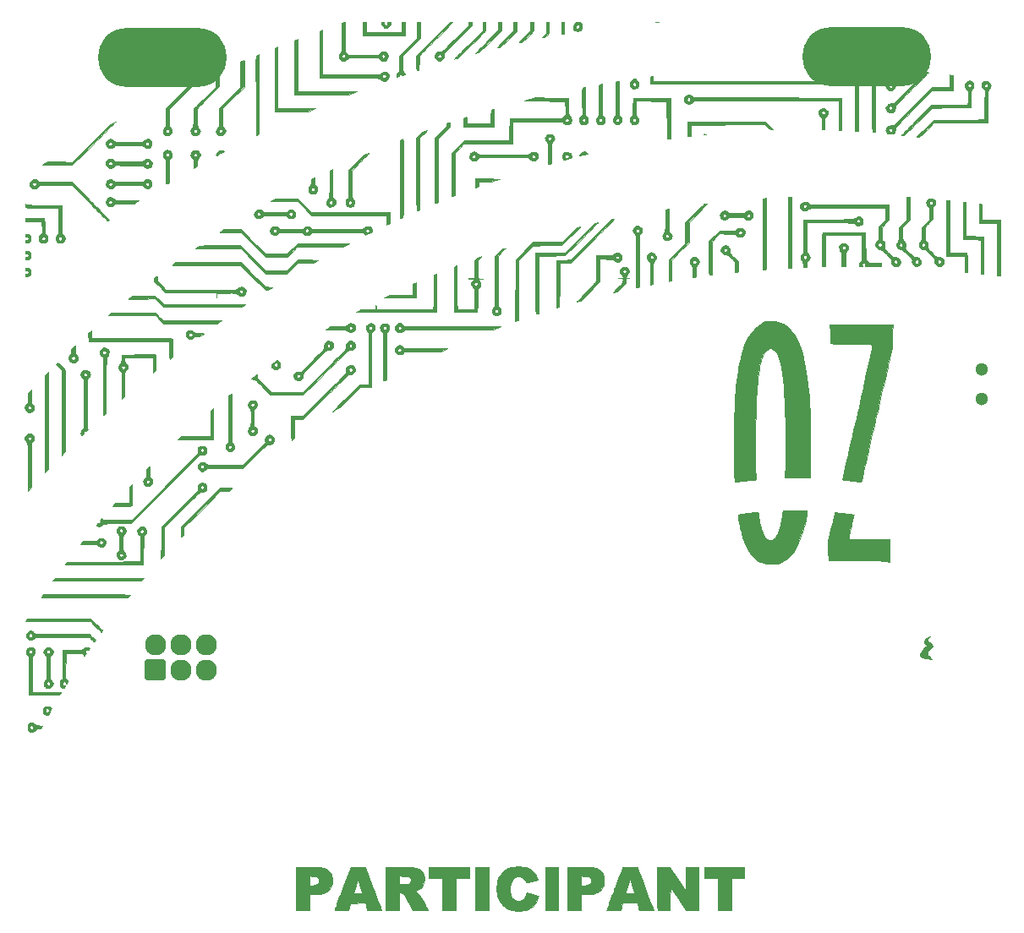
<source format=gbr>
G04 #@! TF.GenerationSoftware,KiCad,Pcbnew,(5.1.10)-1*
G04 #@! TF.CreationDate,2021-09-04T12:13:35-05:00*
G04 #@! TF.ProjectId,OzSec 2021 - Over the Rainbow v2_00(Svg2Shenzen),4f7a5365-6320-4323-9032-31202d204f76,rev?*
G04 #@! TF.SameCoordinates,Original*
G04 #@! TF.FileFunction,Soldermask,Top*
G04 #@! TF.FilePolarity,Negative*
%FSLAX46Y46*%
G04 Gerber Fmt 4.6, Leading zero omitted, Abs format (unit mm)*
G04 Created by KiCad (PCBNEW (5.1.10)-1) date 2021-09-04 12:13:35*
%MOMM*%
%LPD*%
G01*
G04 APERTURE LIST*
%ADD10C,0.010000*%
%ADD11C,2.127200*%
%ADD12O,2.127200X2.127200*%
%ADD13O,12.900000X5.900000*%
%ADD14C,1.300000*%
G04 APERTURE END LIST*
D10*
G04 #@! TO.C,G\u002A\u002A\u002A*
G36*
X150341421Y-46259348D02*
G01*
X150385416Y-46262816D01*
X150387213Y-46268458D01*
X150346847Y-46276161D01*
X150264352Y-46285809D01*
X150246375Y-46287612D01*
X150161128Y-46292919D01*
X150113402Y-46288585D01*
X150103500Y-46279923D01*
X150123315Y-46268450D01*
X150177531Y-46260824D01*
X150255195Y-46258167D01*
X150341421Y-46259348D01*
G37*
X150341421Y-46259348D02*
X150385416Y-46262816D01*
X150387213Y-46268458D01*
X150346847Y-46276161D01*
X150264352Y-46285809D01*
X150246375Y-46287612D01*
X150161128Y-46292919D01*
X150113402Y-46288585D01*
X150103500Y-46279923D01*
X150123315Y-46268450D01*
X150177531Y-46260824D01*
X150255195Y-46258167D01*
X150341421Y-46259348D01*
G36*
X122914925Y-46308101D02*
G01*
X122894180Y-46363000D01*
X122897003Y-46398059D01*
X122938384Y-46473254D01*
X122999372Y-46543519D01*
X123065401Y-46592710D01*
X123077992Y-46598625D01*
X123119016Y-46612902D01*
X123148551Y-46609436D01*
X123180689Y-46582739D01*
X123213550Y-46545822D01*
X123274771Y-46456453D01*
X123299615Y-46374071D01*
X123286751Y-46303216D01*
X123285465Y-46300745D01*
X123274960Y-46277355D01*
X123280198Y-46264564D01*
X123308925Y-46259907D01*
X123368889Y-46260918D01*
X123405764Y-46262462D01*
X123549917Y-46268750D01*
X123556823Y-46364000D01*
X123547588Y-46501095D01*
X123502140Y-46622121D01*
X123425080Y-46722246D01*
X123321012Y-46796636D01*
X123194537Y-46840460D01*
X123093686Y-46850369D01*
X123006496Y-46844453D01*
X122935121Y-46821100D01*
X122879315Y-46789441D01*
X122789368Y-46708944D01*
X122718459Y-46597558D01*
X122671448Y-46464281D01*
X122656681Y-46377056D01*
X122644411Y-46258167D01*
X122947643Y-46258167D01*
X122914925Y-46308101D01*
G37*
X122914925Y-46308101D02*
X122894180Y-46363000D01*
X122897003Y-46398059D01*
X122938384Y-46473254D01*
X122999372Y-46543519D01*
X123065401Y-46592710D01*
X123077992Y-46598625D01*
X123119016Y-46612902D01*
X123148551Y-46609436D01*
X123180689Y-46582739D01*
X123213550Y-46545822D01*
X123274771Y-46456453D01*
X123299615Y-46374071D01*
X123286751Y-46303216D01*
X123285465Y-46300745D01*
X123274960Y-46277355D01*
X123280198Y-46264564D01*
X123308925Y-46259907D01*
X123368889Y-46260918D01*
X123405764Y-46262462D01*
X123549917Y-46268750D01*
X123556823Y-46364000D01*
X123547588Y-46501095D01*
X123502140Y-46622121D01*
X123425080Y-46722246D01*
X123321012Y-46796636D01*
X123194537Y-46840460D01*
X123093686Y-46850369D01*
X123006496Y-46844453D01*
X122935121Y-46821100D01*
X122879315Y-46789441D01*
X122789368Y-46708944D01*
X122718459Y-46597558D01*
X122671448Y-46464281D01*
X122656681Y-46377056D01*
X122644411Y-46258167D01*
X122947643Y-46258167D01*
X122914925Y-46308101D01*
G36*
X142607871Y-46375736D02*
G01*
X142691980Y-46484218D01*
X142739953Y-46590676D01*
X142755826Y-46706442D01*
X142752092Y-46780598D01*
X142726692Y-46909159D01*
X142677992Y-47006785D01*
X142602307Y-47080059D01*
X142574412Y-47097912D01*
X142471341Y-47139578D01*
X142348539Y-47161314D01*
X142224040Y-47161517D01*
X142115989Y-47138624D01*
X142000161Y-47074912D01*
X141915131Y-46983532D01*
X141863712Y-46868580D01*
X141848500Y-46749267D01*
X141859130Y-46678780D01*
X142096267Y-46678780D01*
X142097741Y-46742356D01*
X142100659Y-46750742D01*
X142127104Y-46797502D01*
X142169938Y-46852430D01*
X142218924Y-46904563D01*
X142263819Y-46942936D01*
X142292993Y-46956667D01*
X142321165Y-46942621D01*
X142367354Y-46906124D01*
X142412202Y-46864202D01*
X142478720Y-46784145D01*
X142505659Y-46714337D01*
X142493389Y-46651026D01*
X142442283Y-46590461D01*
X142439543Y-46588132D01*
X142386095Y-46549881D01*
X142337611Y-46536781D01*
X142279620Y-46547939D01*
X142215333Y-46574332D01*
X142135206Y-46623170D01*
X142096267Y-46678780D01*
X141859130Y-46678780D01*
X141866205Y-46631874D01*
X141920441Y-46508761D01*
X142012891Y-46376258D01*
X142027607Y-46358386D01*
X142111465Y-46258167D01*
X142500419Y-46258167D01*
X142607871Y-46375736D01*
G37*
X142607871Y-46375736D02*
X142691980Y-46484218D01*
X142739953Y-46590676D01*
X142755826Y-46706442D01*
X142752092Y-46780598D01*
X142726692Y-46909159D01*
X142677992Y-47006785D01*
X142602307Y-47080059D01*
X142574412Y-47097912D01*
X142471341Y-47139578D01*
X142348539Y-47161314D01*
X142224040Y-47161517D01*
X142115989Y-47138624D01*
X142000161Y-47074912D01*
X141915131Y-46983532D01*
X141863712Y-46868580D01*
X141848500Y-46749267D01*
X141859130Y-46678780D01*
X142096267Y-46678780D01*
X142097741Y-46742356D01*
X142100659Y-46750742D01*
X142127104Y-46797502D01*
X142169938Y-46852430D01*
X142218924Y-46904563D01*
X142263819Y-46942936D01*
X142292993Y-46956667D01*
X142321165Y-46942621D01*
X142367354Y-46906124D01*
X142412202Y-46864202D01*
X142478720Y-46784145D01*
X142505659Y-46714337D01*
X142493389Y-46651026D01*
X142442283Y-46590461D01*
X142439543Y-46588132D01*
X142386095Y-46549881D01*
X142337611Y-46536781D01*
X142279620Y-46547939D01*
X142215333Y-46574332D01*
X142135206Y-46623170D01*
X142096267Y-46678780D01*
X141859130Y-46678780D01*
X141866205Y-46631874D01*
X141920441Y-46508761D01*
X142012891Y-46376258D01*
X142027607Y-46358386D01*
X142111465Y-46258167D01*
X142500419Y-46258167D01*
X142607871Y-46375736D01*
G36*
X140959500Y-47400360D02*
G01*
X140911875Y-47411647D01*
X140862148Y-47422253D01*
X140792853Y-47435709D01*
X140763709Y-47441067D01*
X140663167Y-47459201D01*
X140663167Y-46258167D01*
X140959500Y-46258167D01*
X140959500Y-47400360D01*
G37*
X140959500Y-47400360D02*
X140911875Y-47411647D01*
X140862148Y-47422253D01*
X140792853Y-47435709D01*
X140763709Y-47441067D01*
X140663167Y-47459201D01*
X140663167Y-46258167D01*
X140959500Y-46258167D01*
X140959500Y-47400360D01*
G36*
X121115750Y-47305917D02*
G01*
X124703500Y-47316739D01*
X124703500Y-46258167D01*
X125021000Y-46258167D01*
X125021000Y-47655167D01*
X120787667Y-47655167D01*
X120787434Y-47036042D01*
X120786932Y-46874186D01*
X120785628Y-46722601D01*
X120783640Y-46587459D01*
X120781087Y-46474934D01*
X120778085Y-46391199D01*
X120774755Y-46342427D01*
X120774081Y-46337542D01*
X120760961Y-46258167D01*
X120938356Y-46258158D01*
X121115750Y-46258150D01*
X121115750Y-47305917D01*
G37*
X121115750Y-47305917D02*
X124703500Y-47316739D01*
X124703500Y-46258167D01*
X125021000Y-46258167D01*
X125021000Y-47655167D01*
X120787667Y-47655167D01*
X120787434Y-47036042D01*
X120786932Y-46874186D01*
X120785628Y-46722601D01*
X120783640Y-46587459D01*
X120781087Y-46474934D01*
X120778085Y-46391199D01*
X120774755Y-46342427D01*
X120774081Y-46337542D01*
X120760961Y-46258167D01*
X120938356Y-46258158D01*
X121115750Y-46258150D01*
X121115750Y-47305917D01*
G36*
X139450120Y-46823295D02*
G01*
X139436816Y-47388424D01*
X139253619Y-47572474D01*
X139175135Y-47650369D01*
X139117382Y-47703581D01*
X139071701Y-47737897D01*
X139029431Y-47759100D01*
X138981911Y-47772975D01*
X138940752Y-47781451D01*
X138862185Y-47796777D01*
X138793223Y-47810607D01*
X138758167Y-47817939D01*
X138743991Y-47815441D01*
X138751939Y-47795335D01*
X138784273Y-47754746D01*
X138843257Y-47690801D01*
X138922209Y-47609680D01*
X139139167Y-47389861D01*
X139139167Y-46258167D01*
X139463425Y-46258167D01*
X139450120Y-46823295D01*
G37*
X139450120Y-46823295D02*
X139436816Y-47388424D01*
X139253619Y-47572474D01*
X139175135Y-47650369D01*
X139117382Y-47703581D01*
X139071701Y-47737897D01*
X139029431Y-47759100D01*
X138981911Y-47772975D01*
X138940752Y-47781451D01*
X138862185Y-47796777D01*
X138793223Y-47810607D01*
X138758167Y-47817939D01*
X138743991Y-47815441D01*
X138751939Y-47795335D01*
X138784273Y-47754746D01*
X138843257Y-47690801D01*
X138922209Y-47609680D01*
X139139167Y-47389861D01*
X139139167Y-46258167D01*
X139463425Y-46258167D01*
X139450120Y-46823295D01*
G36*
X137932667Y-47094544D02*
G01*
X137366459Y-47659952D01*
X136800250Y-48225359D01*
X136652084Y-48258750D01*
X136572959Y-48276943D01*
X136506692Y-48292825D01*
X136467358Y-48303021D01*
X136466875Y-48303164D01*
X136436129Y-48304567D01*
X136429834Y-48296741D01*
X136444316Y-48278402D01*
X136485609Y-48233562D01*
X136550483Y-48165547D01*
X136635707Y-48077683D01*
X136738051Y-47973295D01*
X136854284Y-47855709D01*
X136981176Y-47728250D01*
X137011917Y-47697500D01*
X137594000Y-47115705D01*
X137594000Y-46258167D01*
X137932667Y-46258167D01*
X137932667Y-47094544D01*
G37*
X137932667Y-47094544D02*
X137366459Y-47659952D01*
X136800250Y-48225359D01*
X136652084Y-48258750D01*
X136572959Y-48276943D01*
X136506692Y-48292825D01*
X136467358Y-48303021D01*
X136466875Y-48303164D01*
X136436129Y-48304567D01*
X136429834Y-48296741D01*
X136444316Y-48278402D01*
X136485609Y-48233562D01*
X136550483Y-48165547D01*
X136635707Y-48077683D01*
X136738051Y-47973295D01*
X136854284Y-47855709D01*
X136981176Y-47728250D01*
X137011917Y-47697500D01*
X137594000Y-47115705D01*
X137594000Y-46258167D01*
X137932667Y-46258167D01*
X137932667Y-47094544D01*
G36*
X136197000Y-47157962D02*
G01*
X135408542Y-47943715D01*
X134620084Y-48729467D01*
X134435641Y-48774400D01*
X134351881Y-48794389D01*
X134284022Y-48809806D01*
X134242356Y-48818347D01*
X134234914Y-48819334D01*
X134246389Y-48804834D01*
X134285234Y-48763113D01*
X134348839Y-48696835D01*
X134434592Y-48608666D01*
X134539885Y-48501271D01*
X134662105Y-48377316D01*
X134798642Y-48239465D01*
X134946885Y-48090384D01*
X135059648Y-47977343D01*
X135900667Y-47135353D01*
X135900667Y-46258167D01*
X136197000Y-46258167D01*
X136197000Y-47157962D01*
G37*
X136197000Y-47157962D02*
X135408542Y-47943715D01*
X134620084Y-48729467D01*
X134435641Y-48774400D01*
X134351881Y-48794389D01*
X134284022Y-48809806D01*
X134242356Y-48818347D01*
X134234914Y-48819334D01*
X134246389Y-48804834D01*
X134285234Y-48763113D01*
X134348839Y-48696835D01*
X134434592Y-48608666D01*
X134539885Y-48501271D01*
X134662105Y-48377316D01*
X134798642Y-48239465D01*
X134946885Y-48090384D01*
X135059648Y-47977343D01*
X135900667Y-47135353D01*
X135900667Y-46258167D01*
X136197000Y-46258167D01*
X136197000Y-47157962D01*
G36*
X134673000Y-47073236D02*
G01*
X133577371Y-48168713D01*
X132481742Y-49264191D01*
X132284677Y-49316929D01*
X132198570Y-49339599D01*
X132128356Y-49357387D01*
X132083708Y-49367877D01*
X132073339Y-49369667D01*
X132085612Y-49355104D01*
X132125586Y-49312951D01*
X132190983Y-49245513D01*
X132279531Y-49155094D01*
X132388953Y-49043999D01*
X132516975Y-48914531D01*
X132661322Y-48768995D01*
X132819719Y-48609696D01*
X132989891Y-48438937D01*
X133169564Y-48259024D01*
X133186116Y-48242468D01*
X134313167Y-47115270D01*
X134313167Y-46258167D01*
X134673000Y-46258167D01*
X134673000Y-47073236D01*
G37*
X134673000Y-47073236D02*
X133577371Y-48168713D01*
X132481742Y-49264191D01*
X132284677Y-49316929D01*
X132198570Y-49339599D01*
X132128356Y-49357387D01*
X132083708Y-49367877D01*
X132073339Y-49369667D01*
X132085612Y-49355104D01*
X132125586Y-49312951D01*
X132190983Y-49245513D01*
X132279531Y-49155094D01*
X132388953Y-49043999D01*
X132516975Y-48914531D01*
X132661322Y-48768995D01*
X132819719Y-48609696D01*
X132989891Y-48438937D01*
X133169564Y-48259024D01*
X133186116Y-48242468D01*
X134313167Y-47115270D01*
X134313167Y-46258167D01*
X134673000Y-46258167D01*
X134673000Y-47073236D01*
G36*
X133058785Y-47115417D02*
G01*
X132973408Y-47210667D01*
X132945571Y-47240225D01*
X132890366Y-47297472D01*
X132810174Y-47379976D01*
X132707376Y-47485309D01*
X132584354Y-47611039D01*
X132443489Y-47754737D01*
X132287163Y-47913973D01*
X132117755Y-48086317D01*
X131937648Y-48269338D01*
X131749224Y-48460607D01*
X131643958Y-48567374D01*
X130399884Y-49828831D01*
X130192234Y-49887728D01*
X130101449Y-49913628D01*
X130023962Y-49936013D01*
X129970147Y-49951870D01*
X129952834Y-49957230D01*
X129962900Y-49944138D01*
X130000939Y-49903147D01*
X130064966Y-49836274D01*
X130153001Y-49745533D01*
X130263060Y-49632941D01*
X130393163Y-49500513D01*
X130541326Y-49350265D01*
X130705567Y-49184213D01*
X130883904Y-49004372D01*
X131074355Y-48812760D01*
X131274938Y-48611390D01*
X131365709Y-48520402D01*
X132810334Y-47072968D01*
X132810334Y-46258167D01*
X133089217Y-46258167D01*
X133058785Y-47115417D01*
G37*
X133058785Y-47115417D02*
X132973408Y-47210667D01*
X132945571Y-47240225D01*
X132890366Y-47297472D01*
X132810174Y-47379976D01*
X132707376Y-47485309D01*
X132584354Y-47611039D01*
X132443489Y-47754737D01*
X132287163Y-47913973D01*
X132117755Y-48086317D01*
X131937648Y-48269338D01*
X131749224Y-48460607D01*
X131643958Y-48567374D01*
X130399884Y-49828831D01*
X130192234Y-49887728D01*
X130101449Y-49913628D01*
X130023962Y-49936013D01*
X129970147Y-49951870D01*
X129952834Y-49957230D01*
X129962900Y-49944138D01*
X130000939Y-49903147D01*
X130064966Y-49836274D01*
X130153001Y-49745533D01*
X130263060Y-49632941D01*
X130393163Y-49500513D01*
X130541326Y-49350265D01*
X130705567Y-49184213D01*
X130883904Y-49004372D01*
X131074355Y-48812760D01*
X131274938Y-48611390D01*
X131365709Y-48520402D01*
X132810334Y-47072968D01*
X132810334Y-46258167D01*
X133089217Y-46258167D01*
X133058785Y-47115417D01*
G36*
X131688500Y-46607538D02*
G01*
X128913868Y-49380250D01*
X128927814Y-49582912D01*
X128933308Y-49686337D01*
X128932394Y-49758354D01*
X128924301Y-49809512D01*
X128908259Y-49850359D01*
X128908257Y-49850364D01*
X128856807Y-49922934D01*
X128780753Y-49997810D01*
X128690547Y-50067640D01*
X128596641Y-50125070D01*
X128509488Y-50162745D01*
X128448609Y-50173745D01*
X128400334Y-50163274D01*
X128335705Y-50136946D01*
X128301834Y-50119255D01*
X128164940Y-50024222D01*
X128066079Y-49918298D01*
X128005975Y-49804342D01*
X127991063Y-49718174D01*
X128287831Y-49718174D01*
X128304015Y-49779097D01*
X128329884Y-49823608D01*
X128336225Y-49829299D01*
X128391126Y-49850125D01*
X128463933Y-49855576D01*
X128532851Y-49844968D01*
X128554322Y-49836142D01*
X128604005Y-49788184D01*
X128627977Y-49720205D01*
X128626950Y-49645259D01*
X128601637Y-49576400D01*
X128552750Y-49526680D01*
X128537001Y-49518800D01*
X128454253Y-49503962D01*
X128380039Y-49524867D01*
X128322595Y-49574927D01*
X128290154Y-49647553D01*
X128287831Y-49718174D01*
X127991063Y-49718174D01*
X127985358Y-49685211D01*
X128004954Y-49563762D01*
X128065491Y-49442851D01*
X128113796Y-49380680D01*
X128198649Y-49302378D01*
X128295046Y-49252506D01*
X128412849Y-49227182D01*
X128516695Y-49221965D01*
X128599121Y-49220673D01*
X128656274Y-49213842D01*
X128703775Y-49196177D01*
X128757247Y-49162380D01*
X128813028Y-49121504D01*
X128848937Y-49091037D01*
X128912212Y-49033095D01*
X129000301Y-48950154D01*
X129110653Y-48844690D01*
X129240715Y-48719177D01*
X129387935Y-48576090D01*
X129549761Y-48417906D01*
X129723641Y-48247100D01*
X129907022Y-48066147D01*
X130097354Y-47877522D01*
X130169792Y-47805521D01*
X131392167Y-46589535D01*
X131392167Y-46258167D01*
X131688500Y-46258167D01*
X131688500Y-46607538D01*
G37*
X131688500Y-46607538D02*
X128913868Y-49380250D01*
X128927814Y-49582912D01*
X128933308Y-49686337D01*
X128932394Y-49758354D01*
X128924301Y-49809512D01*
X128908259Y-49850359D01*
X128908257Y-49850364D01*
X128856807Y-49922934D01*
X128780753Y-49997810D01*
X128690547Y-50067640D01*
X128596641Y-50125070D01*
X128509488Y-50162745D01*
X128448609Y-50173745D01*
X128400334Y-50163274D01*
X128335705Y-50136946D01*
X128301834Y-50119255D01*
X128164940Y-50024222D01*
X128066079Y-49918298D01*
X128005975Y-49804342D01*
X127991063Y-49718174D01*
X128287831Y-49718174D01*
X128304015Y-49779097D01*
X128329884Y-49823608D01*
X128336225Y-49829299D01*
X128391126Y-49850125D01*
X128463933Y-49855576D01*
X128532851Y-49844968D01*
X128554322Y-49836142D01*
X128604005Y-49788184D01*
X128627977Y-49720205D01*
X128626950Y-49645259D01*
X128601637Y-49576400D01*
X128552750Y-49526680D01*
X128537001Y-49518800D01*
X128454253Y-49503962D01*
X128380039Y-49524867D01*
X128322595Y-49574927D01*
X128290154Y-49647553D01*
X128287831Y-49718174D01*
X127991063Y-49718174D01*
X127985358Y-49685211D01*
X128004954Y-49563762D01*
X128065491Y-49442851D01*
X128113796Y-49380680D01*
X128198649Y-49302378D01*
X128295046Y-49252506D01*
X128412849Y-49227182D01*
X128516695Y-49221965D01*
X128599121Y-49220673D01*
X128656274Y-49213842D01*
X128703775Y-49196177D01*
X128757247Y-49162380D01*
X128813028Y-49121504D01*
X128848937Y-49091037D01*
X128912212Y-49033095D01*
X129000301Y-48950154D01*
X129110653Y-48844690D01*
X129240715Y-48719177D01*
X129387935Y-48576090D01*
X129549761Y-48417906D01*
X129723641Y-48247100D01*
X129907022Y-48066147D01*
X130097354Y-47877522D01*
X130169792Y-47805521D01*
X131392167Y-46589535D01*
X131392167Y-46258167D01*
X131688500Y-46258167D01*
X131688500Y-46607538D01*
G36*
X119009667Y-49194399D02*
G01*
X119198187Y-49366700D01*
X119386707Y-49539000D01*
X122349732Y-49539000D01*
X122489035Y-49412758D01*
X122604546Y-49315575D01*
X122703511Y-49250757D01*
X122792952Y-49215499D01*
X122879887Y-49207000D01*
X122967981Y-49221540D01*
X123050709Y-49259119D01*
X123139003Y-49323643D01*
X123220045Y-49403923D01*
X123281020Y-49488770D01*
X123287118Y-49500164D01*
X123323728Y-49615782D01*
X123320175Y-49735834D01*
X123277696Y-49855917D01*
X123197529Y-49971627D01*
X123137660Y-50031953D01*
X123031460Y-50112836D01*
X122930970Y-50156183D01*
X122831124Y-50161754D01*
X122726855Y-50129309D01*
X122613093Y-50058609D01*
X122545272Y-50003872D01*
X122479052Y-49945836D01*
X122425274Y-49896760D01*
X122392028Y-49864115D01*
X122385861Y-49856680D01*
X122361713Y-49852017D01*
X122295658Y-49847915D01*
X122188118Y-49844380D01*
X122039517Y-49841417D01*
X121850277Y-49839033D01*
X121620821Y-49837234D01*
X121351572Y-49836026D01*
X121042953Y-49835414D01*
X120868490Y-49835334D01*
X119364311Y-49835334D01*
X119228890Y-49962014D01*
X119158994Y-50024396D01*
X119092610Y-50078513D01*
X119041351Y-50115040D01*
X119030766Y-50121118D01*
X118917261Y-50159393D01*
X118800233Y-50162944D01*
X118701874Y-50135373D01*
X118603425Y-50068748D01*
X118516199Y-49971328D01*
X118448254Y-49854535D01*
X118407652Y-49729789D01*
X118404976Y-49714678D01*
X118404755Y-49708864D01*
X118692167Y-49708864D01*
X118707865Y-49785229D01*
X118755280Y-49833913D01*
X118834896Y-49855330D01*
X118864674Y-49856500D01*
X118931401Y-49846313D01*
X118979652Y-49809621D01*
X118986964Y-49800729D01*
X119024785Y-49723160D01*
X119027071Y-49640708D01*
X119011292Y-49604916D01*
X122696681Y-49604916D01*
X122698044Y-49677885D01*
X122715204Y-49758274D01*
X122749336Y-49813590D01*
X122765848Y-49829343D01*
X122830704Y-49869576D01*
X122890908Y-49870191D01*
X122953761Y-49830703D01*
X122969462Y-49815795D01*
X123019782Y-49741498D01*
X123028677Y-49663177D01*
X122995848Y-49584892D01*
X122987464Y-49573605D01*
X122946977Y-49535322D01*
X122895040Y-49519670D01*
X122853926Y-49517834D01*
X122768673Y-49525668D01*
X122718051Y-49552854D01*
X122696681Y-49604916D01*
X119011292Y-49604916D01*
X118994233Y-49566222D01*
X118978879Y-49548621D01*
X118916903Y-49505933D01*
X118849210Y-49501214D01*
X118778347Y-49527634D01*
X118728974Y-49561579D01*
X118702462Y-49606952D01*
X118692732Y-49676538D01*
X118692167Y-49708864D01*
X118404755Y-49708864D01*
X118400990Y-49609950D01*
X118426704Y-49512644D01*
X118485393Y-49415169D01*
X118578972Y-49311263D01*
X118715726Y-49177174D01*
X118711971Y-47766387D01*
X118708216Y-46355599D01*
X118811316Y-46320563D01*
X118881396Y-46296957D01*
X118941853Y-46276943D01*
X118962042Y-46270421D01*
X119009667Y-46255314D01*
X119009667Y-49194399D01*
G37*
X119009667Y-49194399D02*
X119198187Y-49366700D01*
X119386707Y-49539000D01*
X122349732Y-49539000D01*
X122489035Y-49412758D01*
X122604546Y-49315575D01*
X122703511Y-49250757D01*
X122792952Y-49215499D01*
X122879887Y-49207000D01*
X122967981Y-49221540D01*
X123050709Y-49259119D01*
X123139003Y-49323643D01*
X123220045Y-49403923D01*
X123281020Y-49488770D01*
X123287118Y-49500164D01*
X123323728Y-49615782D01*
X123320175Y-49735834D01*
X123277696Y-49855917D01*
X123197529Y-49971627D01*
X123137660Y-50031953D01*
X123031460Y-50112836D01*
X122930970Y-50156183D01*
X122831124Y-50161754D01*
X122726855Y-50129309D01*
X122613093Y-50058609D01*
X122545272Y-50003872D01*
X122479052Y-49945836D01*
X122425274Y-49896760D01*
X122392028Y-49864115D01*
X122385861Y-49856680D01*
X122361713Y-49852017D01*
X122295658Y-49847915D01*
X122188118Y-49844380D01*
X122039517Y-49841417D01*
X121850277Y-49839033D01*
X121620821Y-49837234D01*
X121351572Y-49836026D01*
X121042953Y-49835414D01*
X120868490Y-49835334D01*
X119364311Y-49835334D01*
X119228890Y-49962014D01*
X119158994Y-50024396D01*
X119092610Y-50078513D01*
X119041351Y-50115040D01*
X119030766Y-50121118D01*
X118917261Y-50159393D01*
X118800233Y-50162944D01*
X118701874Y-50135373D01*
X118603425Y-50068748D01*
X118516199Y-49971328D01*
X118448254Y-49854535D01*
X118407652Y-49729789D01*
X118404976Y-49714678D01*
X118404755Y-49708864D01*
X118692167Y-49708864D01*
X118707865Y-49785229D01*
X118755280Y-49833913D01*
X118834896Y-49855330D01*
X118864674Y-49856500D01*
X118931401Y-49846313D01*
X118979652Y-49809621D01*
X118986964Y-49800729D01*
X119024785Y-49723160D01*
X119027071Y-49640708D01*
X119011292Y-49604916D01*
X122696681Y-49604916D01*
X122698044Y-49677885D01*
X122715204Y-49758274D01*
X122749336Y-49813590D01*
X122765848Y-49829343D01*
X122830704Y-49869576D01*
X122890908Y-49870191D01*
X122953761Y-49830703D01*
X122969462Y-49815795D01*
X123019782Y-49741498D01*
X123028677Y-49663177D01*
X122995848Y-49584892D01*
X122987464Y-49573605D01*
X122946977Y-49535322D01*
X122895040Y-49519670D01*
X122853926Y-49517834D01*
X122768673Y-49525668D01*
X122718051Y-49552854D01*
X122696681Y-49604916D01*
X119011292Y-49604916D01*
X118994233Y-49566222D01*
X118978879Y-49548621D01*
X118916903Y-49505933D01*
X118849210Y-49501214D01*
X118778347Y-49527634D01*
X118728974Y-49561579D01*
X118702462Y-49606952D01*
X118692732Y-49676538D01*
X118692167Y-49708864D01*
X118404755Y-49708864D01*
X118400990Y-49609950D01*
X118426704Y-49512644D01*
X118485393Y-49415169D01*
X118578972Y-49311263D01*
X118715726Y-49177174D01*
X118711971Y-47766387D01*
X118708216Y-46355599D01*
X118811316Y-46320563D01*
X118881396Y-46296957D01*
X118941853Y-46276943D01*
X118962042Y-46270421D01*
X119009667Y-46255314D01*
X119009667Y-49194399D01*
G36*
X128395386Y-47660541D02*
G01*
X128109827Y-47947738D01*
X127852908Y-48206566D01*
X127623229Y-48438483D01*
X127419391Y-48644946D01*
X127239995Y-48827414D01*
X127083640Y-48987345D01*
X126948927Y-49126198D01*
X126834455Y-49245431D01*
X126738826Y-49346501D01*
X126660640Y-49430867D01*
X126598496Y-49499988D01*
X126550995Y-49555322D01*
X126516738Y-49598326D01*
X126494324Y-49630459D01*
X126482354Y-49653179D01*
X126482140Y-49653733D01*
X126474327Y-49693168D01*
X126465866Y-49768288D01*
X126457121Y-49872457D01*
X126448457Y-49999040D01*
X126440238Y-50141400D01*
X126432827Y-50292902D01*
X126426589Y-50446910D01*
X126421888Y-50596787D01*
X126419088Y-50735898D01*
X126418466Y-50814292D01*
X126416900Y-50906727D01*
X126413021Y-50981143D01*
X126407449Y-51028885D01*
X126402125Y-51042063D01*
X126374086Y-51047900D01*
X126320535Y-51062496D01*
X126286437Y-51072581D01*
X126186623Y-51102870D01*
X126176182Y-51035310D01*
X126173375Y-50997983D01*
X126170336Y-50924004D01*
X126167207Y-50819052D01*
X126164130Y-50688809D01*
X126161245Y-50538954D01*
X126158694Y-50375166D01*
X126157556Y-50287098D01*
X126149371Y-49606447D01*
X129497849Y-46258167D01*
X129790689Y-46258167D01*
X128395386Y-47660541D01*
G37*
X128395386Y-47660541D02*
X128109827Y-47947738D01*
X127852908Y-48206566D01*
X127623229Y-48438483D01*
X127419391Y-48644946D01*
X127239995Y-48827414D01*
X127083640Y-48987345D01*
X126948927Y-49126198D01*
X126834455Y-49245431D01*
X126738826Y-49346501D01*
X126660640Y-49430867D01*
X126598496Y-49499988D01*
X126550995Y-49555322D01*
X126516738Y-49598326D01*
X126494324Y-49630459D01*
X126482354Y-49653179D01*
X126482140Y-49653733D01*
X126474327Y-49693168D01*
X126465866Y-49768288D01*
X126457121Y-49872457D01*
X126448457Y-49999040D01*
X126440238Y-50141400D01*
X126432827Y-50292902D01*
X126426589Y-50446910D01*
X126421888Y-50596787D01*
X126419088Y-50735898D01*
X126418466Y-50814292D01*
X126416900Y-50906727D01*
X126413021Y-50981143D01*
X126407449Y-51028885D01*
X126402125Y-51042063D01*
X126374086Y-51047900D01*
X126320535Y-51062496D01*
X126286437Y-51072581D01*
X126186623Y-51102870D01*
X126176182Y-51035310D01*
X126173375Y-50997983D01*
X126170336Y-50924004D01*
X126167207Y-50819052D01*
X126164130Y-50688809D01*
X126161245Y-50538954D01*
X126158694Y-50375166D01*
X126157556Y-50287098D01*
X126149371Y-49606447D01*
X129497849Y-46258167D01*
X129790689Y-46258167D01*
X128395386Y-47660541D01*
G36*
X126523834Y-47849290D02*
G01*
X124785874Y-49613084D01*
X124792312Y-50375084D01*
X124794010Y-50580328D01*
X124795788Y-50747990D01*
X124798389Y-50882814D01*
X124802556Y-50989547D01*
X124809033Y-51072934D01*
X124818563Y-51137720D01*
X124831890Y-51188651D01*
X124849758Y-51230472D01*
X124872908Y-51267929D01*
X124902086Y-51305767D01*
X124938034Y-51348732D01*
X124946409Y-51358726D01*
X124986965Y-51412322D01*
X125011522Y-51454749D01*
X125015262Y-51471797D01*
X124992634Y-51490209D01*
X124942080Y-51514451D01*
X124896634Y-51531553D01*
X124829933Y-51551995D01*
X124778368Y-51558666D01*
X124722180Y-51552028D01*
X124659386Y-51537132D01*
X124564645Y-51517650D01*
X124501229Y-51518400D01*
X124462185Y-51541540D01*
X124440556Y-51589229D01*
X124436876Y-51606183D01*
X124412592Y-51664152D01*
X124360883Y-51707527D01*
X124276023Y-51740104D01*
X124212655Y-51754894D01*
X124147393Y-51767947D01*
X124162879Y-51664678D01*
X124206854Y-51510892D01*
X124288842Y-51370239D01*
X124307927Y-51346285D01*
X124341459Y-51305897D01*
X124368719Y-51269949D01*
X124390356Y-51233708D01*
X124407020Y-51192445D01*
X124419359Y-51141427D01*
X124428022Y-51075925D01*
X124433659Y-50991206D01*
X124436918Y-50882540D01*
X124438448Y-50745195D01*
X124438898Y-50574442D01*
X124438917Y-50391388D01*
X124438917Y-49645692D01*
X125333209Y-48736829D01*
X126227500Y-47827966D01*
X126227500Y-46258167D01*
X126523834Y-46258167D01*
X126523834Y-47849290D01*
G37*
X126523834Y-47849290D02*
X124785874Y-49613084D01*
X124792312Y-50375084D01*
X124794010Y-50580328D01*
X124795788Y-50747990D01*
X124798389Y-50882814D01*
X124802556Y-50989547D01*
X124809033Y-51072934D01*
X124818563Y-51137720D01*
X124831890Y-51188651D01*
X124849758Y-51230472D01*
X124872908Y-51267929D01*
X124902086Y-51305767D01*
X124938034Y-51348732D01*
X124946409Y-51358726D01*
X124986965Y-51412322D01*
X125011522Y-51454749D01*
X125015262Y-51471797D01*
X124992634Y-51490209D01*
X124942080Y-51514451D01*
X124896634Y-51531553D01*
X124829933Y-51551995D01*
X124778368Y-51558666D01*
X124722180Y-51552028D01*
X124659386Y-51537132D01*
X124564645Y-51517650D01*
X124501229Y-51518400D01*
X124462185Y-51541540D01*
X124440556Y-51589229D01*
X124436876Y-51606183D01*
X124412592Y-51664152D01*
X124360883Y-51707527D01*
X124276023Y-51740104D01*
X124212655Y-51754894D01*
X124147393Y-51767947D01*
X124162879Y-51664678D01*
X124206854Y-51510892D01*
X124288842Y-51370239D01*
X124307927Y-51346285D01*
X124341459Y-51305897D01*
X124368719Y-51269949D01*
X124390356Y-51233708D01*
X124407020Y-51192445D01*
X124419359Y-51141427D01*
X124428022Y-51075925D01*
X124433659Y-50991206D01*
X124436918Y-50882540D01*
X124438448Y-50745195D01*
X124438898Y-50574442D01*
X124438917Y-50391388D01*
X124438917Y-49645692D01*
X125333209Y-48736829D01*
X126227500Y-47827966D01*
X126227500Y-46258167D01*
X126523834Y-46258167D01*
X126523834Y-47849290D01*
G36*
X175513460Y-51115262D02*
G01*
X175613078Y-51123202D01*
X175680614Y-51132291D01*
X175726288Y-51145199D01*
X175760325Y-51164599D01*
X175785897Y-51186449D01*
X175862166Y-51279607D01*
X175919242Y-51392090D01*
X175953030Y-51511409D01*
X175959433Y-51625076D01*
X175948941Y-51683644D01*
X175909715Y-51773507D01*
X175845879Y-51849581D01*
X175750915Y-51918281D01*
X175662847Y-51965215D01*
X175572028Y-52006743D01*
X175505240Y-52028097D01*
X175449701Y-52029995D01*
X175392624Y-52013157D01*
X175331815Y-51983853D01*
X175237830Y-51920694D01*
X175148272Y-51835759D01*
X175073680Y-51741019D01*
X175024593Y-51648444D01*
X175017489Y-51626854D01*
X175009623Y-51579955D01*
X175313000Y-51579955D01*
X175328738Y-51662421D01*
X175374018Y-51715259D01*
X175445938Y-51735913D01*
X175487703Y-51733831D01*
X175550117Y-51719075D01*
X175597205Y-51696955D01*
X175603713Y-51691525D01*
X175625208Y-51647284D01*
X175634602Y-51580638D01*
X175632338Y-51507625D01*
X175618858Y-51444282D01*
X175595880Y-51407534D01*
X175529148Y-51381716D01*
X175457819Y-51389708D01*
X175391721Y-51425519D01*
X175340680Y-51483159D01*
X175314527Y-51556638D01*
X175313000Y-51579955D01*
X175009623Y-51579955D01*
X175003742Y-51544898D01*
X175013610Y-51468496D01*
X175050319Y-51389537D01*
X175117090Y-51299909D01*
X175171643Y-51239006D01*
X175301170Y-51100542D01*
X175513460Y-51115262D01*
G37*
X175513460Y-51115262D02*
X175613078Y-51123202D01*
X175680614Y-51132291D01*
X175726288Y-51145199D01*
X175760325Y-51164599D01*
X175785897Y-51186449D01*
X175862166Y-51279607D01*
X175919242Y-51392090D01*
X175953030Y-51511409D01*
X175959433Y-51625076D01*
X175948941Y-51683644D01*
X175909715Y-51773507D01*
X175845879Y-51849581D01*
X175750915Y-51918281D01*
X175662847Y-51965215D01*
X175572028Y-52006743D01*
X175505240Y-52028097D01*
X175449701Y-52029995D01*
X175392624Y-52013157D01*
X175331815Y-51983853D01*
X175237830Y-51920694D01*
X175148272Y-51835759D01*
X175073680Y-51741019D01*
X175024593Y-51648444D01*
X175017489Y-51626854D01*
X175009623Y-51579955D01*
X175313000Y-51579955D01*
X175328738Y-51662421D01*
X175374018Y-51715259D01*
X175445938Y-51735913D01*
X175487703Y-51733831D01*
X175550117Y-51719075D01*
X175597205Y-51696955D01*
X175603713Y-51691525D01*
X175625208Y-51647284D01*
X175634602Y-51580638D01*
X175632338Y-51507625D01*
X175618858Y-51444282D01*
X175595880Y-51407534D01*
X175529148Y-51381716D01*
X175457819Y-51389708D01*
X175391721Y-51425519D01*
X175340680Y-51483159D01*
X175314527Y-51556638D01*
X175313000Y-51579955D01*
X175009623Y-51579955D01*
X175003742Y-51544898D01*
X175013610Y-51468496D01*
X175050319Y-51389537D01*
X175117090Y-51299909D01*
X175171643Y-51239006D01*
X175301170Y-51100542D01*
X175513460Y-51115262D01*
G36*
X116751268Y-47083206D02*
G01*
X116753498Y-47143479D01*
X116755615Y-47240555D01*
X116757595Y-47371668D01*
X116759418Y-47534051D01*
X116761063Y-47724941D01*
X116762508Y-47941570D01*
X116763733Y-48181175D01*
X116764715Y-48440988D01*
X116765435Y-48718245D01*
X116765869Y-49010180D01*
X116766000Y-49285000D01*
X116766000Y-51507500D01*
X122464759Y-51507500D01*
X122589768Y-51391763D01*
X122712300Y-51297399D01*
X122835045Y-51239406D01*
X122953490Y-51219586D01*
X123009209Y-51224466D01*
X123144239Y-51267902D01*
X123252167Y-51342767D01*
X123330748Y-51446223D01*
X123377735Y-51575430D01*
X123391167Y-51707257D01*
X123375671Y-51831714D01*
X123326929Y-51938815D01*
X123241562Y-52034268D01*
X123161705Y-52094875D01*
X123066788Y-52151699D01*
X122987400Y-52179004D01*
X122909934Y-52177636D01*
X122820783Y-52148439D01*
X122759852Y-52119834D01*
X122681558Y-52073978D01*
X122609899Y-52020686D01*
X122567969Y-51979851D01*
X122539556Y-51946851D01*
X122513006Y-51924655D01*
X122478928Y-51910275D01*
X122427931Y-51900725D01*
X122350625Y-51893016D01*
X122276623Y-51887179D01*
X122227252Y-51884995D01*
X122138295Y-51882872D01*
X122012499Y-51880827D01*
X121852610Y-51878878D01*
X121661377Y-51877042D01*
X121441546Y-51875334D01*
X121195864Y-51873774D01*
X120927079Y-51872377D01*
X120637937Y-51871161D01*
X120331185Y-51870143D01*
X120009571Y-51869340D01*
X119675842Y-51868768D01*
X119332745Y-51868446D01*
X119258375Y-51868411D01*
X116469667Y-51867334D01*
X116469667Y-51670177D01*
X122743253Y-51670177D01*
X122759320Y-51746996D01*
X122815238Y-51820694D01*
X122823118Y-51828224D01*
X122885507Y-51874011D01*
X122942375Y-51883749D01*
X123002485Y-51856758D01*
X123056899Y-51810121D01*
X123117220Y-51734488D01*
X123136557Y-51666982D01*
X123115743Y-51609144D01*
X123055612Y-51562514D01*
X122956999Y-51528635D01*
X122898692Y-51517718D01*
X122798357Y-51502672D01*
X122765139Y-51582176D01*
X122743253Y-51670177D01*
X116469667Y-51670177D01*
X116469667Y-47151053D01*
X116600777Y-47106777D01*
X116670603Y-47084021D01*
X116724292Y-47068043D01*
X116748943Y-47062500D01*
X116751268Y-47083206D01*
G37*
X116751268Y-47083206D02*
X116753498Y-47143479D01*
X116755615Y-47240555D01*
X116757595Y-47371668D01*
X116759418Y-47534051D01*
X116761063Y-47724941D01*
X116762508Y-47941570D01*
X116763733Y-48181175D01*
X116764715Y-48440988D01*
X116765435Y-48718245D01*
X116765869Y-49010180D01*
X116766000Y-49285000D01*
X116766000Y-51507500D01*
X122464759Y-51507500D01*
X122589768Y-51391763D01*
X122712300Y-51297399D01*
X122835045Y-51239406D01*
X122953490Y-51219586D01*
X123009209Y-51224466D01*
X123144239Y-51267902D01*
X123252167Y-51342767D01*
X123330748Y-51446223D01*
X123377735Y-51575430D01*
X123391167Y-51707257D01*
X123375671Y-51831714D01*
X123326929Y-51938815D01*
X123241562Y-52034268D01*
X123161705Y-52094875D01*
X123066788Y-52151699D01*
X122987400Y-52179004D01*
X122909934Y-52177636D01*
X122820783Y-52148439D01*
X122759852Y-52119834D01*
X122681558Y-52073978D01*
X122609899Y-52020686D01*
X122567969Y-51979851D01*
X122539556Y-51946851D01*
X122513006Y-51924655D01*
X122478928Y-51910275D01*
X122427931Y-51900725D01*
X122350625Y-51893016D01*
X122276623Y-51887179D01*
X122227252Y-51884995D01*
X122138295Y-51882872D01*
X122012499Y-51880827D01*
X121852610Y-51878878D01*
X121661377Y-51877042D01*
X121441546Y-51875334D01*
X121195864Y-51873774D01*
X120927079Y-51872377D01*
X120637937Y-51871161D01*
X120331185Y-51870143D01*
X120009571Y-51869340D01*
X119675842Y-51868768D01*
X119332745Y-51868446D01*
X119258375Y-51868411D01*
X116469667Y-51867334D01*
X116469667Y-51670177D01*
X122743253Y-51670177D01*
X122759320Y-51746996D01*
X122815238Y-51820694D01*
X122823118Y-51828224D01*
X122885507Y-51874011D01*
X122942375Y-51883749D01*
X123002485Y-51856758D01*
X123056899Y-51810121D01*
X123117220Y-51734488D01*
X123136557Y-51666982D01*
X123115743Y-51609144D01*
X123055612Y-51562514D01*
X122956999Y-51528635D01*
X122898692Y-51517718D01*
X122798357Y-51502672D01*
X122765139Y-51582176D01*
X122743253Y-51670177D01*
X116469667Y-51670177D01*
X116469667Y-47151053D01*
X116600777Y-47106777D01*
X116670603Y-47084021D01*
X116724292Y-47068043D01*
X116748943Y-47062500D01*
X116751268Y-47083206D01*
G36*
X168223837Y-50709302D02*
G01*
X168298789Y-50714423D01*
X168304789Y-50715002D01*
X168455000Y-50729803D01*
X168455000Y-52481167D01*
X149574334Y-52481167D01*
X149574334Y-51721761D01*
X149674875Y-51708494D01*
X149753687Y-51697367D01*
X149806511Y-51692923D01*
X149838689Y-51701522D01*
X149855560Y-51729522D01*
X149862465Y-51783282D01*
X149864743Y-51869160D01*
X149866047Y-51936125D01*
X149872010Y-52184834D01*
X154501547Y-52184828D01*
X155022732Y-52184747D01*
X155578838Y-52184510D01*
X156164431Y-52184125D01*
X156774078Y-52183602D01*
X157402346Y-52182948D01*
X158043803Y-52182172D01*
X158693014Y-52181282D01*
X159344547Y-52180287D01*
X159992969Y-52179194D01*
X160632847Y-52178014D01*
X161258748Y-52176752D01*
X161865238Y-52175420D01*
X162446885Y-52174023D01*
X162998256Y-52172572D01*
X163513918Y-52171074D01*
X163621642Y-52170740D01*
X168112201Y-52156657D01*
X168119559Y-51442249D01*
X168121700Y-51272391D01*
X168124421Y-51116164D01*
X168127577Y-50978570D01*
X168131022Y-50864614D01*
X168134610Y-50779301D01*
X168138195Y-50727635D01*
X168140747Y-50714020D01*
X168167206Y-50709144D01*
X168223837Y-50709302D01*
G37*
X168223837Y-50709302D02*
X168298789Y-50714423D01*
X168304789Y-50715002D01*
X168455000Y-50729803D01*
X168455000Y-52481167D01*
X149574334Y-52481167D01*
X149574334Y-51721761D01*
X149674875Y-51708494D01*
X149753687Y-51697367D01*
X149806511Y-51692923D01*
X149838689Y-51701522D01*
X149855560Y-51729522D01*
X149862465Y-51783282D01*
X149864743Y-51869160D01*
X149866047Y-51936125D01*
X149872010Y-52184834D01*
X154501547Y-52184828D01*
X155022732Y-52184747D01*
X155578838Y-52184510D01*
X156164431Y-52184125D01*
X156774078Y-52183602D01*
X157402346Y-52182948D01*
X158043803Y-52182172D01*
X158693014Y-52181282D01*
X159344547Y-52180287D01*
X159992969Y-52179194D01*
X160632847Y-52178014D01*
X161258748Y-52176752D01*
X161865238Y-52175420D01*
X162446885Y-52174023D01*
X162998256Y-52172572D01*
X163513918Y-52171074D01*
X163621642Y-52170740D01*
X168112201Y-52156657D01*
X168119559Y-51442249D01*
X168121700Y-51272391D01*
X168124421Y-51116164D01*
X168127577Y-50978570D01*
X168131022Y-50864614D01*
X168134610Y-50779301D01*
X168138195Y-50727635D01*
X168140747Y-50714020D01*
X168167206Y-50709144D01*
X168223837Y-50709302D01*
G36*
X148110350Y-51942680D02*
G01*
X148113834Y-51958817D01*
X148129323Y-51990308D01*
X148168961Y-52034300D01*
X148200698Y-52062128D01*
X148265928Y-52125197D01*
X148326413Y-52200568D01*
X148343573Y-52227167D01*
X148372114Y-52281361D01*
X148389033Y-52333291D01*
X148397218Y-52397148D01*
X148399558Y-52487118D01*
X148399584Y-52502334D01*
X148397760Y-52597447D01*
X148390562Y-52663640D01*
X148375393Y-52714235D01*
X148349661Y-52762554D01*
X148348570Y-52764314D01*
X148277741Y-52840660D01*
X148178112Y-52896757D01*
X148059450Y-52929814D01*
X147931522Y-52937038D01*
X147811599Y-52917795D01*
X147697706Y-52868338D01*
X147612129Y-52789278D01*
X147561173Y-52703417D01*
X147531869Y-52602879D01*
X147522632Y-52484095D01*
X147524787Y-52461276D01*
X147771610Y-52461276D01*
X147776584Y-52504735D01*
X147807807Y-52556618D01*
X147866773Y-52624042D01*
X147929870Y-52676548D01*
X147988999Y-52691119D01*
X148051506Y-52671039D01*
X148103942Y-52621944D01*
X148138991Y-52548950D01*
X148149292Y-52469287D01*
X148146737Y-52448121D01*
X148123987Y-52393883D01*
X148081982Y-52337628D01*
X148032522Y-52292091D01*
X147987406Y-52270007D01*
X147981228Y-52269500D01*
X147940396Y-52283798D01*
X147886012Y-52319530D01*
X147832031Y-52365956D01*
X147792411Y-52412334D01*
X147789463Y-52417082D01*
X147771610Y-52461276D01*
X147524787Y-52461276D01*
X147533761Y-52366253D01*
X147554816Y-52292093D01*
X147586361Y-52238132D01*
X147638942Y-52172655D01*
X147704107Y-52103731D01*
X147773403Y-52039429D01*
X147838379Y-51987819D01*
X147890583Y-51956969D01*
X147911277Y-51951767D01*
X147961594Y-51948169D01*
X148026592Y-51939682D01*
X148034459Y-51938414D01*
X148087531Y-51933121D01*
X148110350Y-51942680D01*
G37*
X148110350Y-51942680D02*
X148113834Y-51958817D01*
X148129323Y-51990308D01*
X148168961Y-52034300D01*
X148200698Y-52062128D01*
X148265928Y-52125197D01*
X148326413Y-52200568D01*
X148343573Y-52227167D01*
X148372114Y-52281361D01*
X148389033Y-52333291D01*
X148397218Y-52397148D01*
X148399558Y-52487118D01*
X148399584Y-52502334D01*
X148397760Y-52597447D01*
X148390562Y-52663640D01*
X148375393Y-52714235D01*
X148349661Y-52762554D01*
X148348570Y-52764314D01*
X148277741Y-52840660D01*
X148178112Y-52896757D01*
X148059450Y-52929814D01*
X147931522Y-52937038D01*
X147811599Y-52917795D01*
X147697706Y-52868338D01*
X147612129Y-52789278D01*
X147561173Y-52703417D01*
X147531869Y-52602879D01*
X147522632Y-52484095D01*
X147524787Y-52461276D01*
X147771610Y-52461276D01*
X147776584Y-52504735D01*
X147807807Y-52556618D01*
X147866773Y-52624042D01*
X147929870Y-52676548D01*
X147988999Y-52691119D01*
X148051506Y-52671039D01*
X148103942Y-52621944D01*
X148138991Y-52548950D01*
X148149292Y-52469287D01*
X148146737Y-52448121D01*
X148123987Y-52393883D01*
X148081982Y-52337628D01*
X148032522Y-52292091D01*
X147987406Y-52270007D01*
X147981228Y-52269500D01*
X147940396Y-52283798D01*
X147886012Y-52319530D01*
X147832031Y-52365956D01*
X147792411Y-52412334D01*
X147789463Y-52417082D01*
X147771610Y-52461276D01*
X147524787Y-52461276D01*
X147533761Y-52366253D01*
X147554816Y-52292093D01*
X147586361Y-52238132D01*
X147638942Y-52172655D01*
X147704107Y-52103731D01*
X147773403Y-52039429D01*
X147838379Y-51987819D01*
X147890583Y-51956969D01*
X147911277Y-51951767D01*
X147961594Y-51948169D01*
X148026592Y-51939682D01*
X148034459Y-51938414D01*
X148087531Y-51933121D01*
X148110350Y-51942680D01*
G36*
X173552228Y-50959304D02*
G01*
X173619444Y-50964842D01*
X173680062Y-50970765D01*
X173810167Y-50984364D01*
X173810167Y-52168315D01*
X173919354Y-52287699D01*
X174019648Y-52413343D01*
X174081156Y-52529493D01*
X174105486Y-52639324D01*
X174106035Y-52656472D01*
X174090578Y-52759937D01*
X174048097Y-52867048D01*
X173986125Y-52964508D01*
X173912192Y-53039015D01*
X173876520Y-53061775D01*
X173808681Y-53084304D01*
X173715599Y-53099535D01*
X173613969Y-53105969D01*
X173520482Y-53102104D01*
X173486586Y-53096829D01*
X173391353Y-53055805D01*
X173300562Y-52973575D01*
X173215572Y-52851584D01*
X173169227Y-52746641D01*
X173160726Y-52677660D01*
X173458567Y-52677660D01*
X173479283Y-52760198D01*
X173514315Y-52810014D01*
X173556759Y-52846843D01*
X173601631Y-52858543D01*
X173651201Y-52854874D01*
X173725385Y-52832912D01*
X173772909Y-52797655D01*
X173802882Y-52730875D01*
X173807575Y-52646657D01*
X173786568Y-52561827D01*
X173779200Y-52546181D01*
X173729143Y-52483333D01*
X173666571Y-52460060D01*
X173594863Y-52476699D01*
X173530523Y-52521334D01*
X173475832Y-52594765D01*
X173458567Y-52677660D01*
X173160726Y-52677660D01*
X173156875Y-52646423D01*
X173179814Y-52546333D01*
X173239340Y-52441774D01*
X173336752Y-52328152D01*
X173373618Y-52291551D01*
X173471500Y-52197186D01*
X173471500Y-51577176D01*
X173471621Y-51398908D01*
X173472171Y-51258477D01*
X173473437Y-51151385D01*
X173475703Y-51073138D01*
X173479252Y-51019237D01*
X173484370Y-50985187D01*
X173491340Y-50966492D01*
X173500448Y-50958654D01*
X173510729Y-50957167D01*
X173552228Y-50959304D01*
G37*
X173552228Y-50959304D02*
X173619444Y-50964842D01*
X173680062Y-50970765D01*
X173810167Y-50984364D01*
X173810167Y-52168315D01*
X173919354Y-52287699D01*
X174019648Y-52413343D01*
X174081156Y-52529493D01*
X174105486Y-52639324D01*
X174106035Y-52656472D01*
X174090578Y-52759937D01*
X174048097Y-52867048D01*
X173986125Y-52964508D01*
X173912192Y-53039015D01*
X173876520Y-53061775D01*
X173808681Y-53084304D01*
X173715599Y-53099535D01*
X173613969Y-53105969D01*
X173520482Y-53102104D01*
X173486586Y-53096829D01*
X173391353Y-53055805D01*
X173300562Y-52973575D01*
X173215572Y-52851584D01*
X173169227Y-52746641D01*
X173160726Y-52677660D01*
X173458567Y-52677660D01*
X173479283Y-52760198D01*
X173514315Y-52810014D01*
X173556759Y-52846843D01*
X173601631Y-52858543D01*
X173651201Y-52854874D01*
X173725385Y-52832912D01*
X173772909Y-52797655D01*
X173802882Y-52730875D01*
X173807575Y-52646657D01*
X173786568Y-52561827D01*
X173779200Y-52546181D01*
X173729143Y-52483333D01*
X173666571Y-52460060D01*
X173594863Y-52476699D01*
X173530523Y-52521334D01*
X173475832Y-52594765D01*
X173458567Y-52677660D01*
X173160726Y-52677660D01*
X173156875Y-52646423D01*
X173179814Y-52546333D01*
X173239340Y-52441774D01*
X173336752Y-52328152D01*
X173373618Y-52291551D01*
X173471500Y-52197186D01*
X173471500Y-51577176D01*
X173471621Y-51398908D01*
X173472171Y-51258477D01*
X173473437Y-51151385D01*
X173475703Y-51073138D01*
X173479252Y-51019237D01*
X173484370Y-50985187D01*
X173491340Y-50966492D01*
X173500448Y-50958654D01*
X173510729Y-50957167D01*
X173552228Y-50959304D01*
G36*
X114277123Y-47993408D02*
G01*
X114278843Y-48053927D01*
X114280485Y-48151668D01*
X114282033Y-48284078D01*
X114283475Y-48448601D01*
X114284797Y-48642681D01*
X114285983Y-48863763D01*
X114287021Y-49109292D01*
X114287897Y-49376714D01*
X114288597Y-49663472D01*
X114289106Y-49967012D01*
X114289411Y-50284779D01*
X114289500Y-50576167D01*
X114289500Y-53179667D01*
X117252834Y-53179667D01*
X117603380Y-53179778D01*
X117942119Y-53180103D01*
X118266656Y-53180630D01*
X118574596Y-53181344D01*
X118863543Y-53182234D01*
X119131105Y-53183287D01*
X119374887Y-53184489D01*
X119592493Y-53185829D01*
X119781530Y-53187293D01*
X119939602Y-53188867D01*
X120064316Y-53190541D01*
X120153276Y-53192300D01*
X120204089Y-53194132D01*
X120215724Y-53195542D01*
X120196719Y-53207417D01*
X120143787Y-53231746D01*
X120062642Y-53266133D01*
X119958998Y-53308182D01*
X119838572Y-53355494D01*
X119786715Y-53375459D01*
X119358150Y-53539500D01*
X118818783Y-53534310D01*
X118720116Y-53533515D01*
X118582943Y-53532646D01*
X118411093Y-53531716D01*
X118208393Y-53530742D01*
X117978672Y-53529737D01*
X117725758Y-53528719D01*
X117453478Y-53527701D01*
X117165660Y-53526700D01*
X116866133Y-53525729D01*
X116558724Y-53524805D01*
X116247261Y-53523942D01*
X116125709Y-53523626D01*
X113972000Y-53518133D01*
X113972000Y-52135307D01*
X113971740Y-51842961D01*
X113970994Y-51520594D01*
X113969811Y-51178080D01*
X113968242Y-50825296D01*
X113966337Y-50472120D01*
X113964146Y-50128428D01*
X113961719Y-49804096D01*
X113959107Y-49509001D01*
X113958224Y-49420782D01*
X113944447Y-48089084D01*
X114102810Y-48030875D01*
X114178729Y-48003582D01*
X114238740Y-47983148D01*
X114272302Y-47973128D01*
X114275337Y-47972667D01*
X114277123Y-47993408D01*
G37*
X114277123Y-47993408D02*
X114278843Y-48053927D01*
X114280485Y-48151668D01*
X114282033Y-48284078D01*
X114283475Y-48448601D01*
X114284797Y-48642681D01*
X114285983Y-48863763D01*
X114287021Y-49109292D01*
X114287897Y-49376714D01*
X114288597Y-49663472D01*
X114289106Y-49967012D01*
X114289411Y-50284779D01*
X114289500Y-50576167D01*
X114289500Y-53179667D01*
X117252834Y-53179667D01*
X117603380Y-53179778D01*
X117942119Y-53180103D01*
X118266656Y-53180630D01*
X118574596Y-53181344D01*
X118863543Y-53182234D01*
X119131105Y-53183287D01*
X119374887Y-53184489D01*
X119592493Y-53185829D01*
X119781530Y-53187293D01*
X119939602Y-53188867D01*
X120064316Y-53190541D01*
X120153276Y-53192300D01*
X120204089Y-53194132D01*
X120215724Y-53195542D01*
X120196719Y-53207417D01*
X120143787Y-53231746D01*
X120062642Y-53266133D01*
X119958998Y-53308182D01*
X119838572Y-53355494D01*
X119786715Y-53375459D01*
X119358150Y-53539500D01*
X118818783Y-53534310D01*
X118720116Y-53533515D01*
X118582943Y-53532646D01*
X118411093Y-53531716D01*
X118208393Y-53530742D01*
X117978672Y-53529737D01*
X117725758Y-53528719D01*
X117453478Y-53527701D01*
X117165660Y-53526700D01*
X116866133Y-53525729D01*
X116558724Y-53524805D01*
X116247261Y-53523942D01*
X116125709Y-53523626D01*
X113972000Y-53518133D01*
X113972000Y-52135307D01*
X113971740Y-51842961D01*
X113970994Y-51520594D01*
X113969811Y-51178080D01*
X113968242Y-50825296D01*
X113966337Y-50472120D01*
X113964146Y-50128428D01*
X113961719Y-49804096D01*
X113959107Y-49509001D01*
X113958224Y-49420782D01*
X113944447Y-48089084D01*
X114102810Y-48030875D01*
X114178729Y-48003582D01*
X114238740Y-47983148D01*
X114272302Y-47973128D01*
X114275337Y-47972667D01*
X114277123Y-47993408D01*
G36*
X112256721Y-48764557D02*
G01*
X112260057Y-48791822D01*
X112263066Y-48839264D01*
X112265761Y-48908522D01*
X112268157Y-49001235D01*
X112270267Y-49119040D01*
X112272104Y-49263575D01*
X112273683Y-49436479D01*
X112275017Y-49639390D01*
X112276120Y-49873946D01*
X112277005Y-50141784D01*
X112277687Y-50444543D01*
X112278179Y-50783861D01*
X112278494Y-51161376D01*
X112278647Y-51578726D01*
X112278667Y-51814303D01*
X112278667Y-54872773D01*
X114167792Y-54878178D01*
X116056917Y-54883584D01*
X115294917Y-55222250D01*
X113638625Y-55227920D01*
X111982334Y-55233589D01*
X111982334Y-48850868D01*
X112104877Y-48803351D01*
X112173620Y-48778210D01*
X112228189Y-48760985D01*
X112253044Y-48755834D01*
X112256721Y-48764557D01*
G37*
X112256721Y-48764557D02*
X112260057Y-48791822D01*
X112263066Y-48839264D01*
X112265761Y-48908522D01*
X112268157Y-49001235D01*
X112270267Y-49119040D01*
X112272104Y-49263575D01*
X112273683Y-49436479D01*
X112275017Y-49639390D01*
X112276120Y-49873946D01*
X112277005Y-50141784D01*
X112277687Y-50444543D01*
X112278179Y-50783861D01*
X112278494Y-51161376D01*
X112278647Y-51578726D01*
X112278667Y-51814303D01*
X112278667Y-54872773D01*
X114167792Y-54878178D01*
X116056917Y-54883584D01*
X115294917Y-55222250D01*
X113638625Y-55227920D01*
X111982334Y-55233589D01*
X111982334Y-48850868D01*
X112104877Y-48803351D01*
X112173620Y-48778210D01*
X112228189Y-48760985D01*
X112253044Y-48755834D01*
X112256721Y-48764557D01*
G36*
X177279705Y-51285070D02*
G01*
X177352593Y-51294477D01*
X177404497Y-51305196D01*
X177425463Y-51315099D01*
X177425389Y-51316235D01*
X177409354Y-51333948D01*
X177366134Y-51378015D01*
X177298903Y-51445291D01*
X177210839Y-51532632D01*
X177105117Y-51636892D01*
X176984916Y-51754927D01*
X176853410Y-51883591D01*
X176780974Y-51954277D01*
X176636525Y-52095750D01*
X176477262Y-52252871D01*
X176306093Y-52422694D01*
X176125926Y-52602271D01*
X175939668Y-52788655D01*
X175750227Y-52978901D01*
X175560513Y-53170060D01*
X175373432Y-53359186D01*
X175191893Y-53543333D01*
X175018804Y-53719552D01*
X174857073Y-53884898D01*
X174709608Y-54036423D01*
X174579316Y-54171180D01*
X174469107Y-54286223D01*
X174381888Y-54378605D01*
X174320567Y-54445379D01*
X174302949Y-54465410D01*
X174224853Y-54558934D01*
X174171089Y-54632467D01*
X174136553Y-54696438D01*
X174116138Y-54761278D01*
X174104739Y-54837417D01*
X174101243Y-54877466D01*
X174078047Y-55017347D01*
X174030248Y-55127492D01*
X173954361Y-55214853D01*
X173918073Y-55243073D01*
X173860671Y-55278703D01*
X173803888Y-55299444D01*
X173730993Y-55310184D01*
X173676541Y-55313671D01*
X173589532Y-55315611D01*
X173526033Y-55308705D01*
X173467536Y-55289267D01*
X173408000Y-55260179D01*
X173324286Y-55207689D01*
X173261785Y-55143742D01*
X173221312Y-55083747D01*
X173181533Y-55012954D01*
X173161752Y-54956986D01*
X173156841Y-54896597D01*
X173158455Y-54860471D01*
X173471500Y-54860471D01*
X173488437Y-54943286D01*
X173533061Y-55004345D01*
X173596098Y-55039297D01*
X173668270Y-55043793D01*
X173740299Y-55013481D01*
X173761178Y-54996311D01*
X173803649Y-54930829D01*
X173813392Y-54854828D01*
X173792144Y-54781523D01*
X173741645Y-54724128D01*
X173723986Y-54713467D01*
X173633824Y-54683105D01*
X173559562Y-54690357D01*
X173505475Y-54732736D01*
X173475835Y-54807754D01*
X173471500Y-54860471D01*
X173158455Y-54860471D01*
X173158943Y-54849576D01*
X173187388Y-54724465D01*
X173251123Y-54610039D01*
X173343104Y-54516867D01*
X173407808Y-54476125D01*
X173456689Y-54454304D01*
X173507309Y-54440247D01*
X173570717Y-54432348D01*
X173657966Y-54428999D01*
X173735224Y-54428500D01*
X173968812Y-54428500D01*
X177127716Y-51269806D01*
X177279705Y-51285070D01*
G37*
X177279705Y-51285070D02*
X177352593Y-51294477D01*
X177404497Y-51305196D01*
X177425463Y-51315099D01*
X177425389Y-51316235D01*
X177409354Y-51333948D01*
X177366134Y-51378015D01*
X177298903Y-51445291D01*
X177210839Y-51532632D01*
X177105117Y-51636892D01*
X176984916Y-51754927D01*
X176853410Y-51883591D01*
X176780974Y-51954277D01*
X176636525Y-52095750D01*
X176477262Y-52252871D01*
X176306093Y-52422694D01*
X176125926Y-52602271D01*
X175939668Y-52788655D01*
X175750227Y-52978901D01*
X175560513Y-53170060D01*
X175373432Y-53359186D01*
X175191893Y-53543333D01*
X175018804Y-53719552D01*
X174857073Y-53884898D01*
X174709608Y-54036423D01*
X174579316Y-54171180D01*
X174469107Y-54286223D01*
X174381888Y-54378605D01*
X174320567Y-54445379D01*
X174302949Y-54465410D01*
X174224853Y-54558934D01*
X174171089Y-54632467D01*
X174136553Y-54696438D01*
X174116138Y-54761278D01*
X174104739Y-54837417D01*
X174101243Y-54877466D01*
X174078047Y-55017347D01*
X174030248Y-55127492D01*
X173954361Y-55214853D01*
X173918073Y-55243073D01*
X173860671Y-55278703D01*
X173803888Y-55299444D01*
X173730993Y-55310184D01*
X173676541Y-55313671D01*
X173589532Y-55315611D01*
X173526033Y-55308705D01*
X173467536Y-55289267D01*
X173408000Y-55260179D01*
X173324286Y-55207689D01*
X173261785Y-55143742D01*
X173221312Y-55083747D01*
X173181533Y-55012954D01*
X173161752Y-54956986D01*
X173156841Y-54896597D01*
X173158455Y-54860471D01*
X173471500Y-54860471D01*
X173488437Y-54943286D01*
X173533061Y-55004345D01*
X173596098Y-55039297D01*
X173668270Y-55043793D01*
X173740299Y-55013481D01*
X173761178Y-54996311D01*
X173803649Y-54930829D01*
X173813392Y-54854828D01*
X173792144Y-54781523D01*
X173741645Y-54724128D01*
X173723986Y-54713467D01*
X173633824Y-54683105D01*
X173559562Y-54690357D01*
X173505475Y-54732736D01*
X173475835Y-54807754D01*
X173471500Y-54860471D01*
X173158455Y-54860471D01*
X173158943Y-54849576D01*
X173187388Y-54724465D01*
X173251123Y-54610039D01*
X173343104Y-54516867D01*
X173407808Y-54476125D01*
X173456689Y-54454304D01*
X173507309Y-54440247D01*
X173570717Y-54432348D01*
X173657966Y-54428999D01*
X173735224Y-54428500D01*
X173968812Y-54428500D01*
X177127716Y-51269806D01*
X177279705Y-51285070D01*
G36*
X144748334Y-55576746D02*
G01*
X144841050Y-55658358D01*
X144937477Y-55763659D01*
X144998826Y-55882197D01*
X145028533Y-56021906D01*
X145032580Y-56100667D01*
X145024176Y-56229657D01*
X144994047Y-56327681D01*
X144938993Y-56401841D01*
X144875930Y-56448129D01*
X144808014Y-56473414D01*
X144713470Y-56490667D01*
X144606908Y-56499124D01*
X144502936Y-56498019D01*
X144416165Y-56486588D01*
X144377917Y-56474214D01*
X144280477Y-56406533D01*
X144209436Y-56308555D01*
X144167316Y-56184944D01*
X144156160Y-56064597D01*
X144431812Y-56064597D01*
X144442036Y-56141080D01*
X144482394Y-56214218D01*
X144492242Y-56225428D01*
X144556532Y-56276878D01*
X144616595Y-56286837D01*
X144675706Y-56255479D01*
X144695462Y-56236201D01*
X144738404Y-56175967D01*
X144770680Y-56107669D01*
X144770915Y-56106964D01*
X144780569Y-56022774D01*
X144750431Y-55952379D01*
X144681371Y-55897795D01*
X144680473Y-55897329D01*
X144605267Y-55876826D01*
X144538449Y-55890882D01*
X144484367Y-55931917D01*
X144447372Y-55992348D01*
X144431812Y-56064597D01*
X144156160Y-56064597D01*
X144156132Y-56064305D01*
X144171439Y-55931227D01*
X144219066Y-55817010D01*
X144303223Y-55712949D01*
X144344316Y-55675404D01*
X144453379Y-55582084D01*
X144450563Y-54060115D01*
X144450126Y-53762460D01*
X144450024Y-53504480D01*
X144450301Y-53283515D01*
X144451002Y-53096907D01*
X144452170Y-52942000D01*
X144453852Y-52816133D01*
X144456091Y-52716650D01*
X144458931Y-52640891D01*
X144462418Y-52586198D01*
X144466596Y-52549914D01*
X144471509Y-52529380D01*
X144476332Y-52522305D01*
X144512122Y-52511118D01*
X144574337Y-52498939D01*
X144626625Y-52491376D01*
X144748334Y-52476289D01*
X144748334Y-55576746D01*
G37*
X144748334Y-55576746D02*
X144841050Y-55658358D01*
X144937477Y-55763659D01*
X144998826Y-55882197D01*
X145028533Y-56021906D01*
X145032580Y-56100667D01*
X145024176Y-56229657D01*
X144994047Y-56327681D01*
X144938993Y-56401841D01*
X144875930Y-56448129D01*
X144808014Y-56473414D01*
X144713470Y-56490667D01*
X144606908Y-56499124D01*
X144502936Y-56498019D01*
X144416165Y-56486588D01*
X144377917Y-56474214D01*
X144280477Y-56406533D01*
X144209436Y-56308555D01*
X144167316Y-56184944D01*
X144156160Y-56064597D01*
X144431812Y-56064597D01*
X144442036Y-56141080D01*
X144482394Y-56214218D01*
X144492242Y-56225428D01*
X144556532Y-56276878D01*
X144616595Y-56286837D01*
X144675706Y-56255479D01*
X144695462Y-56236201D01*
X144738404Y-56175967D01*
X144770680Y-56107669D01*
X144770915Y-56106964D01*
X144780569Y-56022774D01*
X144750431Y-55952379D01*
X144681371Y-55897795D01*
X144680473Y-55897329D01*
X144605267Y-55876826D01*
X144538449Y-55890882D01*
X144484367Y-55931917D01*
X144447372Y-55992348D01*
X144431812Y-56064597D01*
X144156160Y-56064597D01*
X144156132Y-56064305D01*
X144171439Y-55931227D01*
X144219066Y-55817010D01*
X144303223Y-55712949D01*
X144344316Y-55675404D01*
X144453379Y-55582084D01*
X144450563Y-54060115D01*
X144450126Y-53762460D01*
X144450024Y-53504480D01*
X144450301Y-53283515D01*
X144451002Y-53096907D01*
X144452170Y-52942000D01*
X144453852Y-52816133D01*
X144456091Y-52716650D01*
X144458931Y-52640891D01*
X144462418Y-52586198D01*
X144466596Y-52549914D01*
X144471509Y-52529380D01*
X144476332Y-52522305D01*
X144512122Y-52511118D01*
X144574337Y-52498939D01*
X144626625Y-52491376D01*
X144748334Y-52476289D01*
X144748334Y-55576746D01*
G36*
X143052963Y-52787260D02*
G01*
X143058003Y-52803328D01*
X143062303Y-52835066D01*
X143065921Y-52885220D01*
X143068917Y-52956537D01*
X143071351Y-53051764D01*
X143073280Y-53173646D01*
X143074765Y-53324932D01*
X143075864Y-53508367D01*
X143076637Y-53726697D01*
X143077143Y-53982670D01*
X143077372Y-54188111D01*
X143078578Y-55603250D01*
X143185013Y-55684367D01*
X143265467Y-55755602D01*
X143316550Y-55829349D01*
X143342644Y-55916526D01*
X143348127Y-56028052D01*
X143345380Y-56084161D01*
X143326178Y-56228161D01*
X143287914Y-56336645D01*
X143226280Y-56413773D01*
X143136970Y-56463708D01*
X143015679Y-56490610D01*
X142917417Y-56497724D01*
X142797192Y-56496236D01*
X142709975Y-56483281D01*
X142683534Y-56474116D01*
X142588718Y-56409052D01*
X142518625Y-56314285D01*
X142476648Y-56196681D01*
X142468260Y-56089641D01*
X142720364Y-56089641D01*
X142738425Y-56145543D01*
X142792875Y-56207122D01*
X142801061Y-56214620D01*
X142872243Y-56269008D01*
X142930968Y-56287351D01*
X142986058Y-56270204D01*
X143035462Y-56229295D01*
X143081839Y-56156855D01*
X143095261Y-56074338D01*
X143077612Y-55993498D01*
X143030780Y-55926087D01*
X142981508Y-55893121D01*
X142925519Y-55872786D01*
X142882373Y-55875348D01*
X142839341Y-55905053D01*
X142792066Y-55956310D01*
X142738356Y-56029777D01*
X142720364Y-56089641D01*
X142468260Y-56089641D01*
X142466180Y-56063104D01*
X142467909Y-56037840D01*
X142498440Y-55893024D01*
X142562994Y-55771954D01*
X142664036Y-55670156D01*
X142675481Y-55661432D01*
X142781907Y-55582084D01*
X142770210Y-54968250D01*
X142764514Y-54641441D01*
X142760227Y-54334638D01*
X142757334Y-54050064D01*
X142755821Y-53789942D01*
X142755677Y-53556496D01*
X142756886Y-53351949D01*
X142759437Y-53178525D01*
X142763314Y-53038446D01*
X142768506Y-52933935D01*
X142774998Y-52867217D01*
X142782777Y-52840515D01*
X142783063Y-52840337D01*
X142819974Y-52828438D01*
X142881102Y-52815615D01*
X142914831Y-52810181D01*
X142981457Y-52799203D01*
X143032838Y-52788353D01*
X143047123Y-52784116D01*
X143052963Y-52787260D01*
G37*
X143052963Y-52787260D02*
X143058003Y-52803328D01*
X143062303Y-52835066D01*
X143065921Y-52885220D01*
X143068917Y-52956537D01*
X143071351Y-53051764D01*
X143073280Y-53173646D01*
X143074765Y-53324932D01*
X143075864Y-53508367D01*
X143076637Y-53726697D01*
X143077143Y-53982670D01*
X143077372Y-54188111D01*
X143078578Y-55603250D01*
X143185013Y-55684367D01*
X143265467Y-55755602D01*
X143316550Y-55829349D01*
X143342644Y-55916526D01*
X143348127Y-56028052D01*
X143345380Y-56084161D01*
X143326178Y-56228161D01*
X143287914Y-56336645D01*
X143226280Y-56413773D01*
X143136970Y-56463708D01*
X143015679Y-56490610D01*
X142917417Y-56497724D01*
X142797192Y-56496236D01*
X142709975Y-56483281D01*
X142683534Y-56474116D01*
X142588718Y-56409052D01*
X142518625Y-56314285D01*
X142476648Y-56196681D01*
X142468260Y-56089641D01*
X142720364Y-56089641D01*
X142738425Y-56145543D01*
X142792875Y-56207122D01*
X142801061Y-56214620D01*
X142872243Y-56269008D01*
X142930968Y-56287351D01*
X142986058Y-56270204D01*
X143035462Y-56229295D01*
X143081839Y-56156855D01*
X143095261Y-56074338D01*
X143077612Y-55993498D01*
X143030780Y-55926087D01*
X142981508Y-55893121D01*
X142925519Y-55872786D01*
X142882373Y-55875348D01*
X142839341Y-55905053D01*
X142792066Y-55956310D01*
X142738356Y-56029777D01*
X142720364Y-56089641D01*
X142468260Y-56089641D01*
X142466180Y-56063104D01*
X142467909Y-56037840D01*
X142498440Y-55893024D01*
X142562994Y-55771954D01*
X142664036Y-55670156D01*
X142675481Y-55661432D01*
X142781907Y-55582084D01*
X142770210Y-54968250D01*
X142764514Y-54641441D01*
X142760227Y-54334638D01*
X142757334Y-54050064D01*
X142755821Y-53789942D01*
X142755677Y-53556496D01*
X142756886Y-53351949D01*
X142759437Y-53178525D01*
X142763314Y-53038446D01*
X142768506Y-52933935D01*
X142774998Y-52867217D01*
X142782777Y-52840515D01*
X142783063Y-52840337D01*
X142819974Y-52828438D01*
X142881102Y-52815615D01*
X142914831Y-52810181D01*
X142981457Y-52799203D01*
X143032838Y-52788353D01*
X143047123Y-52784116D01*
X143052963Y-52787260D01*
G36*
X146441667Y-55570628D02*
G01*
X146540124Y-55661023D01*
X146637747Y-55773642D01*
X146702588Y-55898173D01*
X146733841Y-56027915D01*
X146730699Y-56156165D01*
X146692355Y-56276221D01*
X146625865Y-56373054D01*
X146533612Y-56445776D01*
X146418936Y-56495082D01*
X146294831Y-56518058D01*
X146174292Y-56511789D01*
X146103151Y-56490282D01*
X145988892Y-56419551D01*
X145905928Y-56321092D01*
X145855589Y-56197083D01*
X145843542Y-56095092D01*
X146081834Y-56095092D01*
X146098248Y-56136017D01*
X146139580Y-56186991D01*
X146193965Y-56237109D01*
X146249536Y-56275466D01*
X146294428Y-56291159D01*
X146295189Y-56291167D01*
X146337556Y-56276826D01*
X146388243Y-56241193D01*
X146400962Y-56229295D01*
X146453101Y-56151290D01*
X146466266Y-56066469D01*
X146440572Y-55983632D01*
X146397095Y-55929242D01*
X146331962Y-55881325D01*
X146274066Y-55870985D01*
X146216393Y-55899122D01*
X146157334Y-55959972D01*
X146115262Y-56018657D01*
X146087853Y-56070974D01*
X146081834Y-56095092D01*
X145843542Y-56095092D01*
X145839200Y-56058334D01*
X145855937Y-55919540D01*
X145909157Y-55799451D01*
X146000818Y-55694323D01*
X146050713Y-55654124D01*
X146148616Y-55582084D01*
X146134749Y-53907593D01*
X146120882Y-52233103D01*
X146212483Y-52218984D01*
X146288761Y-52206799D01*
X146360760Y-52194643D01*
X146372875Y-52192494D01*
X146441667Y-52180122D01*
X146441667Y-55570628D01*
G37*
X146441667Y-55570628D02*
X146540124Y-55661023D01*
X146637747Y-55773642D01*
X146702588Y-55898173D01*
X146733841Y-56027915D01*
X146730699Y-56156165D01*
X146692355Y-56276221D01*
X146625865Y-56373054D01*
X146533612Y-56445776D01*
X146418936Y-56495082D01*
X146294831Y-56518058D01*
X146174292Y-56511789D01*
X146103151Y-56490282D01*
X145988892Y-56419551D01*
X145905928Y-56321092D01*
X145855589Y-56197083D01*
X145843542Y-56095092D01*
X146081834Y-56095092D01*
X146098248Y-56136017D01*
X146139580Y-56186991D01*
X146193965Y-56237109D01*
X146249536Y-56275466D01*
X146294428Y-56291159D01*
X146295189Y-56291167D01*
X146337556Y-56276826D01*
X146388243Y-56241193D01*
X146400962Y-56229295D01*
X146453101Y-56151290D01*
X146466266Y-56066469D01*
X146440572Y-55983632D01*
X146397095Y-55929242D01*
X146331962Y-55881325D01*
X146274066Y-55870985D01*
X146216393Y-55899122D01*
X146157334Y-55959972D01*
X146115262Y-56018657D01*
X146087853Y-56070974D01*
X146081834Y-56095092D01*
X145843542Y-56095092D01*
X145839200Y-56058334D01*
X145855937Y-55919540D01*
X145909157Y-55799451D01*
X146000818Y-55694323D01*
X146050713Y-55654124D01*
X146148616Y-55582084D01*
X146134749Y-53907593D01*
X146120882Y-52233103D01*
X146212483Y-52218984D01*
X146288761Y-52206799D01*
X146360760Y-52194643D01*
X146372875Y-52192494D01*
X146441667Y-52180122D01*
X146441667Y-55570628D01*
G36*
X133912411Y-54966412D02*
G01*
X133917960Y-54994001D01*
X133922446Y-55043808D01*
X133925959Y-55118918D01*
X133928590Y-55222417D01*
X133930430Y-55357390D01*
X133931571Y-55526924D01*
X133932101Y-55734105D01*
X133932167Y-55857250D01*
X133932167Y-56756834D01*
X133238959Y-56751789D01*
X133048177Y-56750413D01*
X132825990Y-56748831D01*
X132583321Y-56747119D01*
X132331098Y-56745355D01*
X132080247Y-56743614D01*
X131841692Y-56741973D01*
X131693792Y-56740965D01*
X130841834Y-56735187D01*
X130841834Y-55869534D01*
X130981646Y-55826351D01*
X131056374Y-55804528D01*
X131117316Y-55789002D01*
X131150980Y-55783167D01*
X131162344Y-55790356D01*
X131170491Y-55815536D01*
X131175895Y-55864128D01*
X131179027Y-55941552D01*
X131180360Y-56053229D01*
X131180500Y-56121834D01*
X131180500Y-56460500D01*
X132180625Y-56460124D01*
X132476612Y-56459419D01*
X132732401Y-56457480D01*
X132950110Y-56454210D01*
X133131859Y-56449514D01*
X133279768Y-56443296D01*
X133395955Y-56435461D01*
X133482540Y-56425912D01*
X133541642Y-56414554D01*
X133575380Y-56401292D01*
X133580894Y-56396907D01*
X133588788Y-56367514D01*
X133595900Y-56296097D01*
X133602215Y-56182961D01*
X133607718Y-56028408D01*
X133612393Y-55832741D01*
X133614667Y-55703961D01*
X133625250Y-55034204D01*
X133752250Y-54996223D01*
X133823276Y-54976137D01*
X133879721Y-54962261D01*
X133905709Y-54957954D01*
X133912411Y-54966412D01*
G37*
X133912411Y-54966412D02*
X133917960Y-54994001D01*
X133922446Y-55043808D01*
X133925959Y-55118918D01*
X133928590Y-55222417D01*
X133930430Y-55357390D01*
X133931571Y-55526924D01*
X133932101Y-55734105D01*
X133932167Y-55857250D01*
X133932167Y-56756834D01*
X133238959Y-56751789D01*
X133048177Y-56750413D01*
X132825990Y-56748831D01*
X132583321Y-56747119D01*
X132331098Y-56745355D01*
X132080247Y-56743614D01*
X131841692Y-56741973D01*
X131693792Y-56740965D01*
X130841834Y-56735187D01*
X130841834Y-55869534D01*
X130981646Y-55826351D01*
X131056374Y-55804528D01*
X131117316Y-55789002D01*
X131150980Y-55783167D01*
X131162344Y-55790356D01*
X131170491Y-55815536D01*
X131175895Y-55864128D01*
X131179027Y-55941552D01*
X131180360Y-56053229D01*
X131180500Y-56121834D01*
X131180500Y-56460500D01*
X132180625Y-56460124D01*
X132476612Y-56459419D01*
X132732401Y-56457480D01*
X132950110Y-56454210D01*
X133131859Y-56449514D01*
X133279768Y-56443296D01*
X133395955Y-56435461D01*
X133482540Y-56425912D01*
X133541642Y-56414554D01*
X133575380Y-56401292D01*
X133580894Y-56396907D01*
X133588788Y-56367514D01*
X133595900Y-56296097D01*
X133602215Y-56182961D01*
X133607718Y-56028408D01*
X133612393Y-55832741D01*
X133614667Y-55703961D01*
X133625250Y-55034204D01*
X133752250Y-54996223D01*
X133823276Y-54976137D01*
X133879721Y-54962261D01*
X133905709Y-54957954D01*
X133912411Y-54966412D01*
G36*
X167007316Y-54892967D02*
G01*
X167126990Y-54948628D01*
X167232767Y-55033622D01*
X167315279Y-55141586D01*
X167335225Y-55179917D01*
X167369022Y-55284746D01*
X167369650Y-55387711D01*
X167335653Y-55493628D01*
X167265571Y-55607314D01*
X167172175Y-55718382D01*
X167047417Y-55853099D01*
X167034415Y-57053167D01*
X166966833Y-57049609D01*
X166897077Y-57044761D01*
X166822009Y-57037970D01*
X166819875Y-57037748D01*
X166740500Y-57029445D01*
X166740500Y-55839368D01*
X166633866Y-55716767D01*
X166529489Y-55585817D01*
X166460549Y-55471355D01*
X166425919Y-55368534D01*
X166425548Y-55343931D01*
X166721593Y-55343931D01*
X166729089Y-55422563D01*
X166772265Y-55484067D01*
X166825167Y-55514936D01*
X166892283Y-55521680D01*
X166966297Y-55500734D01*
X167028040Y-55457765D01*
X167031542Y-55453926D01*
X167068979Y-55386126D01*
X167076735Y-55311356D01*
X167058408Y-55240250D01*
X167017596Y-55183441D01*
X166957899Y-55151563D01*
X166928072Y-55148167D01*
X166841013Y-55163485D01*
X166777835Y-55212089D01*
X166751303Y-55253577D01*
X166721593Y-55343931D01*
X166425548Y-55343931D01*
X166424470Y-55272511D01*
X166455075Y-55178439D01*
X166493397Y-55113436D01*
X166574425Y-55020041D01*
X166673293Y-54944166D01*
X166778629Y-54892825D01*
X166879060Y-54873036D01*
X166883119Y-54873000D01*
X167007316Y-54892967D01*
G37*
X167007316Y-54892967D02*
X167126990Y-54948628D01*
X167232767Y-55033622D01*
X167315279Y-55141586D01*
X167335225Y-55179917D01*
X167369022Y-55284746D01*
X167369650Y-55387711D01*
X167335653Y-55493628D01*
X167265571Y-55607314D01*
X167172175Y-55718382D01*
X167047417Y-55853099D01*
X167034415Y-57053167D01*
X166966833Y-57049609D01*
X166897077Y-57044761D01*
X166822009Y-57037970D01*
X166819875Y-57037748D01*
X166740500Y-57029445D01*
X166740500Y-55839368D01*
X166633866Y-55716767D01*
X166529489Y-55585817D01*
X166460549Y-55471355D01*
X166425919Y-55368534D01*
X166425548Y-55343931D01*
X166721593Y-55343931D01*
X166729089Y-55422563D01*
X166772265Y-55484067D01*
X166825167Y-55514936D01*
X166892283Y-55521680D01*
X166966297Y-55500734D01*
X167028040Y-55457765D01*
X167031542Y-55453926D01*
X167068979Y-55386126D01*
X167076735Y-55311356D01*
X167058408Y-55240250D01*
X167017596Y-55183441D01*
X166957899Y-55151563D01*
X166928072Y-55148167D01*
X166841013Y-55163485D01*
X166777835Y-55212089D01*
X166751303Y-55253577D01*
X166721593Y-55343931D01*
X166425548Y-55343931D01*
X166424470Y-55272511D01*
X166455075Y-55178439D01*
X166493397Y-55113436D01*
X166574425Y-55020041D01*
X166673293Y-54944166D01*
X166778629Y-54892825D01*
X166879060Y-54873036D01*
X166883119Y-54873000D01*
X167007316Y-54892967D01*
G36*
X153562526Y-53556527D02*
G01*
X153635657Y-53587579D01*
X153712203Y-53646887D01*
X153765529Y-53698449D01*
X153880304Y-53814667D01*
X157193610Y-53815698D01*
X157611714Y-53815929D01*
X158044749Y-53816358D01*
X158490826Y-53816977D01*
X158948056Y-53817776D01*
X159414550Y-53818746D01*
X159888421Y-53819877D01*
X160367780Y-53821159D01*
X160850737Y-53822583D01*
X161335404Y-53824140D01*
X161819894Y-53825819D01*
X162302316Y-53827613D01*
X162780782Y-53829510D01*
X163253405Y-53831501D01*
X163718295Y-53833577D01*
X164173563Y-53835729D01*
X164617321Y-53837946D01*
X165047681Y-53840220D01*
X165462753Y-53842540D01*
X165860650Y-53844898D01*
X166239482Y-53847283D01*
X166597361Y-53849687D01*
X166932398Y-53852099D01*
X167242705Y-53854510D01*
X167526393Y-53856911D01*
X167781574Y-53859293D01*
X168006358Y-53861645D01*
X168198857Y-53863957D01*
X168357183Y-53866222D01*
X168479448Y-53868428D01*
X168563761Y-53870567D01*
X168608235Y-53872629D01*
X168613750Y-53873273D01*
X168698417Y-53889409D01*
X168714049Y-54555830D01*
X168717437Y-54729964D01*
X168720308Y-54937055D01*
X168722601Y-55167728D01*
X168724255Y-55412608D01*
X168725208Y-55662320D01*
X168725397Y-55907491D01*
X168724762Y-56138745D01*
X168724633Y-56164167D01*
X168719584Y-57106084D01*
X168433834Y-57093566D01*
X168433834Y-54174500D01*
X153932133Y-54174500D01*
X153820753Y-54279838D01*
X153722799Y-54362688D01*
X153631301Y-54414662D01*
X153531775Y-54441680D01*
X153409738Y-54449660D01*
X153405129Y-54449667D01*
X153291245Y-54443373D01*
X153207236Y-54421131D01*
X153142072Y-54377900D01*
X153084723Y-54308637D01*
X153079478Y-54300818D01*
X153003714Y-54157876D01*
X152967850Y-54022008D01*
X152967873Y-54020919D01*
X153250697Y-54020919D01*
X153262592Y-54093692D01*
X153312849Y-54153385D01*
X153324207Y-54161781D01*
X153395070Y-54192360D01*
X153466020Y-54182401D01*
X153530876Y-54140869D01*
X153584289Y-54072357D01*
X153598687Y-53994063D01*
X153573982Y-53912851D01*
X153534591Y-53859239D01*
X153467349Y-53807249D01*
X153403243Y-53797102D01*
X153343943Y-53828335D01*
X153291118Y-53900484D01*
X153276333Y-53931053D01*
X153250697Y-54020919D01*
X152967873Y-54020919D01*
X152970502Y-53896657D01*
X153010286Y-53785265D01*
X153085815Y-53691276D01*
X153195707Y-53618132D01*
X153338575Y-53569276D01*
X153376767Y-53561695D01*
X153480375Y-53549357D01*
X153562526Y-53556527D01*
G37*
X153562526Y-53556527D02*
X153635657Y-53587579D01*
X153712203Y-53646887D01*
X153765529Y-53698449D01*
X153880304Y-53814667D01*
X157193610Y-53815698D01*
X157611714Y-53815929D01*
X158044749Y-53816358D01*
X158490826Y-53816977D01*
X158948056Y-53817776D01*
X159414550Y-53818746D01*
X159888421Y-53819877D01*
X160367780Y-53821159D01*
X160850737Y-53822583D01*
X161335404Y-53824140D01*
X161819894Y-53825819D01*
X162302316Y-53827613D01*
X162780782Y-53829510D01*
X163253405Y-53831501D01*
X163718295Y-53833577D01*
X164173563Y-53835729D01*
X164617321Y-53837946D01*
X165047681Y-53840220D01*
X165462753Y-53842540D01*
X165860650Y-53844898D01*
X166239482Y-53847283D01*
X166597361Y-53849687D01*
X166932398Y-53852099D01*
X167242705Y-53854510D01*
X167526393Y-53856911D01*
X167781574Y-53859293D01*
X168006358Y-53861645D01*
X168198857Y-53863957D01*
X168357183Y-53866222D01*
X168479448Y-53868428D01*
X168563761Y-53870567D01*
X168608235Y-53872629D01*
X168613750Y-53873273D01*
X168698417Y-53889409D01*
X168714049Y-54555830D01*
X168717437Y-54729964D01*
X168720308Y-54937055D01*
X168722601Y-55167728D01*
X168724255Y-55412608D01*
X168725208Y-55662320D01*
X168725397Y-55907491D01*
X168724762Y-56138745D01*
X168724633Y-56164167D01*
X168719584Y-57106084D01*
X168433834Y-57093566D01*
X168433834Y-54174500D01*
X153932133Y-54174500D01*
X153820753Y-54279838D01*
X153722799Y-54362688D01*
X153631301Y-54414662D01*
X153531775Y-54441680D01*
X153409738Y-54449660D01*
X153405129Y-54449667D01*
X153291245Y-54443373D01*
X153207236Y-54421131D01*
X153142072Y-54377900D01*
X153084723Y-54308637D01*
X153079478Y-54300818D01*
X153003714Y-54157876D01*
X152967850Y-54022008D01*
X152967873Y-54020919D01*
X153250697Y-54020919D01*
X153262592Y-54093692D01*
X153312849Y-54153385D01*
X153324207Y-54161781D01*
X153395070Y-54192360D01*
X153466020Y-54182401D01*
X153530876Y-54140869D01*
X153584289Y-54072357D01*
X153598687Y-53994063D01*
X153573982Y-53912851D01*
X153534591Y-53859239D01*
X153467349Y-53807249D01*
X153403243Y-53797102D01*
X153343943Y-53828335D01*
X153291118Y-53900484D01*
X153276333Y-53931053D01*
X153250697Y-54020919D01*
X152967873Y-54020919D01*
X152970502Y-53896657D01*
X153010286Y-53785265D01*
X153085815Y-53691276D01*
X153195707Y-53618132D01*
X153338575Y-53569276D01*
X153376767Y-53561695D01*
X153480375Y-53549357D01*
X153562526Y-53556527D01*
G36*
X170208168Y-50777439D02*
G01*
X170270739Y-50781781D01*
X170402334Y-50793713D01*
X170402334Y-53997523D01*
X170402316Y-54428383D01*
X170402247Y-54818884D01*
X170402104Y-55171001D01*
X170401865Y-55486708D01*
X170401506Y-55767979D01*
X170401004Y-56016790D01*
X170400338Y-56235114D01*
X170399483Y-56424927D01*
X170398417Y-56588202D01*
X170397117Y-56726915D01*
X170395561Y-56843039D01*
X170393725Y-56938549D01*
X170391587Y-57015420D01*
X170389123Y-57075627D01*
X170386312Y-57121142D01*
X170383129Y-57153943D01*
X170379552Y-57176002D01*
X170375559Y-57189294D01*
X170371126Y-57195793D01*
X170366231Y-57197475D01*
X170365292Y-57197418D01*
X170323415Y-57193724D01*
X170257747Y-57188652D01*
X170217125Y-57185729D01*
X170106000Y-57177955D01*
X170106000Y-53984143D01*
X170106108Y-53619806D01*
X170106424Y-53267064D01*
X170106935Y-52928234D01*
X170107631Y-52605633D01*
X170108498Y-52301577D01*
X170109525Y-52018384D01*
X170110701Y-51758371D01*
X170112012Y-51523853D01*
X170113447Y-51317149D01*
X170114994Y-51140574D01*
X170116641Y-50996446D01*
X170118376Y-50887082D01*
X170120187Y-50814798D01*
X170122062Y-50781911D01*
X170122572Y-50780090D01*
X170150948Y-50776503D01*
X170208168Y-50777439D01*
G37*
X170208168Y-50777439D02*
X170270739Y-50781781D01*
X170402334Y-50793713D01*
X170402334Y-53997523D01*
X170402316Y-54428383D01*
X170402247Y-54818884D01*
X170402104Y-55171001D01*
X170401865Y-55486708D01*
X170401506Y-55767979D01*
X170401004Y-56016790D01*
X170400338Y-56235114D01*
X170399483Y-56424927D01*
X170398417Y-56588202D01*
X170397117Y-56726915D01*
X170395561Y-56843039D01*
X170393725Y-56938549D01*
X170391587Y-57015420D01*
X170389123Y-57075627D01*
X170386312Y-57121142D01*
X170383129Y-57153943D01*
X170379552Y-57176002D01*
X170375559Y-57189294D01*
X170371126Y-57195793D01*
X170366231Y-57197475D01*
X170365292Y-57197418D01*
X170323415Y-57193724D01*
X170257747Y-57188652D01*
X170217125Y-57185729D01*
X170106000Y-57177955D01*
X170106000Y-53984143D01*
X170106108Y-53619806D01*
X170106424Y-53267064D01*
X170106935Y-52928234D01*
X170107631Y-52605633D01*
X170108498Y-52301577D01*
X170109525Y-52018384D01*
X170110701Y-51758371D01*
X170112012Y-51523853D01*
X170113447Y-51317149D01*
X170114994Y-51140574D01*
X170116641Y-50996446D01*
X170118376Y-50887082D01*
X170120187Y-50814798D01*
X170122062Y-50781911D01*
X170122572Y-50780090D01*
X170150948Y-50776503D01*
X170208168Y-50777439D01*
G36*
X171901094Y-50854213D02*
G01*
X171971382Y-50861436D01*
X171997463Y-50864794D01*
X172095667Y-50878254D01*
X172095667Y-57307167D01*
X171961611Y-57307167D01*
X171889758Y-57305091D01*
X171835864Y-57299681D01*
X171813445Y-57293056D01*
X171811840Y-57270648D01*
X171810287Y-57208219D01*
X171808795Y-57108084D01*
X171807375Y-56972556D01*
X171806037Y-56803947D01*
X171804790Y-56604571D01*
X171803646Y-56376742D01*
X171802614Y-56122772D01*
X171801704Y-55844975D01*
X171800927Y-55545664D01*
X171800292Y-55227152D01*
X171799809Y-54891753D01*
X171799489Y-54541780D01*
X171799342Y-54179546D01*
X171799334Y-54065139D01*
X171799334Y-50851334D01*
X171849296Y-50851334D01*
X171901094Y-50854213D01*
G37*
X171901094Y-50854213D02*
X171971382Y-50861436D01*
X171997463Y-50864794D01*
X172095667Y-50878254D01*
X172095667Y-57307167D01*
X171961611Y-57307167D01*
X171889758Y-57305091D01*
X171835864Y-57299681D01*
X171813445Y-57293056D01*
X171811840Y-57270648D01*
X171810287Y-57208219D01*
X171808795Y-57108084D01*
X171807375Y-56972556D01*
X171806037Y-56803947D01*
X171804790Y-56604571D01*
X171803646Y-56376742D01*
X171802614Y-56122772D01*
X171801704Y-55844975D01*
X171800927Y-55545664D01*
X171800292Y-55227152D01*
X171799809Y-54891753D01*
X171799489Y-54541780D01*
X171799342Y-54179546D01*
X171799334Y-54065139D01*
X171799334Y-50851334D01*
X171849296Y-50851334D01*
X171901094Y-50854213D01*
G36*
X179678625Y-51562324D02*
G01*
X179757146Y-51572952D01*
X179824670Y-51585493D01*
X179858813Y-51594705D01*
X179906709Y-51612492D01*
X179901146Y-52359038D01*
X179895584Y-53105584D01*
X178846825Y-53111070D01*
X177798067Y-53116557D01*
X176157316Y-54762070D01*
X175867082Y-55053319D01*
X175605433Y-55316276D01*
X175370901Y-55552461D01*
X175162014Y-55763394D01*
X174977303Y-55950596D01*
X174815299Y-56115585D01*
X174674530Y-56259883D01*
X174553527Y-56385010D01*
X174450821Y-56492486D01*
X174364942Y-56583831D01*
X174294419Y-56660564D01*
X174237782Y-56724208D01*
X174193563Y-56776280D01*
X174160290Y-56818302D01*
X174136494Y-56851794D01*
X174136121Y-56852362D01*
X174107176Y-56926676D01*
X174094164Y-57033940D01*
X174093947Y-57040464D01*
X174077662Y-57177768D01*
X174034303Y-57292617D01*
X173958789Y-57398665D01*
X173930860Y-57429930D01*
X173905832Y-57451886D01*
X173876505Y-57465357D01*
X173835679Y-57471166D01*
X173776155Y-57470134D01*
X173690734Y-57463086D01*
X173572216Y-57450844D01*
X173535908Y-57446998D01*
X173314565Y-57423584D01*
X173257242Y-57339007D01*
X173190111Y-57213409D01*
X173158171Y-57089821D01*
X173158890Y-57070117D01*
X173452172Y-57070117D01*
X173478938Y-57152850D01*
X173481294Y-57157473D01*
X173513272Y-57199677D01*
X173562402Y-57246033D01*
X173614872Y-57285209D01*
X173656869Y-57305873D01*
X173663332Y-57306810D01*
X173684097Y-57293180D01*
X173721357Y-57258731D01*
X173734542Y-57245276D01*
X173786282Y-57165417D01*
X173804574Y-57088135D01*
X173807741Y-57023100D01*
X173794872Y-56979525D01*
X173760784Y-56938359D01*
X173690098Y-56892746D01*
X173612993Y-56888141D01*
X173533541Y-56924540D01*
X173515458Y-56938632D01*
X173464047Y-57000620D01*
X173452172Y-57070117D01*
X173158890Y-57070117D01*
X173162384Y-56974463D01*
X173189030Y-56898657D01*
X173241923Y-56805443D01*
X173295077Y-56737569D01*
X173356793Y-56690517D01*
X173435375Y-56659770D01*
X173539129Y-56640812D01*
X173676356Y-56629124D01*
X173685527Y-56628574D01*
X173785893Y-56621267D01*
X173872552Y-56612410D01*
X173935655Y-56603172D01*
X173964188Y-56595484D01*
X173983045Y-56578490D01*
X174030058Y-56533421D01*
X174103395Y-56462085D01*
X174201228Y-56366289D01*
X174321724Y-56247841D01*
X174463055Y-56108548D01*
X174623388Y-55950218D01*
X174800895Y-55774658D01*
X174993745Y-55583676D01*
X175200106Y-55379080D01*
X175418150Y-55162677D01*
X175646044Y-54936275D01*
X175881960Y-54701681D01*
X175885283Y-54698375D01*
X177773494Y-52819834D01*
X179546334Y-52819834D01*
X179546334Y-51547731D01*
X179678625Y-51562324D01*
G37*
X179678625Y-51562324D02*
X179757146Y-51572952D01*
X179824670Y-51585493D01*
X179858813Y-51594705D01*
X179906709Y-51612492D01*
X179901146Y-52359038D01*
X179895584Y-53105584D01*
X178846825Y-53111070D01*
X177798067Y-53116557D01*
X176157316Y-54762070D01*
X175867082Y-55053319D01*
X175605433Y-55316276D01*
X175370901Y-55552461D01*
X175162014Y-55763394D01*
X174977303Y-55950596D01*
X174815299Y-56115585D01*
X174674530Y-56259883D01*
X174553527Y-56385010D01*
X174450821Y-56492486D01*
X174364942Y-56583831D01*
X174294419Y-56660564D01*
X174237782Y-56724208D01*
X174193563Y-56776280D01*
X174160290Y-56818302D01*
X174136494Y-56851794D01*
X174136121Y-56852362D01*
X174107176Y-56926676D01*
X174094164Y-57033940D01*
X174093947Y-57040464D01*
X174077662Y-57177768D01*
X174034303Y-57292617D01*
X173958789Y-57398665D01*
X173930860Y-57429930D01*
X173905832Y-57451886D01*
X173876505Y-57465357D01*
X173835679Y-57471166D01*
X173776155Y-57470134D01*
X173690734Y-57463086D01*
X173572216Y-57450844D01*
X173535908Y-57446998D01*
X173314565Y-57423584D01*
X173257242Y-57339007D01*
X173190111Y-57213409D01*
X173158171Y-57089821D01*
X173158890Y-57070117D01*
X173452172Y-57070117D01*
X173478938Y-57152850D01*
X173481294Y-57157473D01*
X173513272Y-57199677D01*
X173562402Y-57246033D01*
X173614872Y-57285209D01*
X173656869Y-57305873D01*
X173663332Y-57306810D01*
X173684097Y-57293180D01*
X173721357Y-57258731D01*
X173734542Y-57245276D01*
X173786282Y-57165417D01*
X173804574Y-57088135D01*
X173807741Y-57023100D01*
X173794872Y-56979525D01*
X173760784Y-56938359D01*
X173690098Y-56892746D01*
X173612993Y-56888141D01*
X173533541Y-56924540D01*
X173515458Y-56938632D01*
X173464047Y-57000620D01*
X173452172Y-57070117D01*
X173158890Y-57070117D01*
X173162384Y-56974463D01*
X173189030Y-56898657D01*
X173241923Y-56805443D01*
X173295077Y-56737569D01*
X173356793Y-56690517D01*
X173435375Y-56659770D01*
X173539129Y-56640812D01*
X173676356Y-56629124D01*
X173685527Y-56628574D01*
X173785893Y-56621267D01*
X173872552Y-56612410D01*
X173935655Y-56603172D01*
X173964188Y-56595484D01*
X173983045Y-56578490D01*
X174030058Y-56533421D01*
X174103395Y-56462085D01*
X174201228Y-56366289D01*
X174321724Y-56247841D01*
X174463055Y-56108548D01*
X174623388Y-55950218D01*
X174800895Y-55774658D01*
X174993745Y-55583676D01*
X175200106Y-55379080D01*
X175418150Y-55162677D01*
X175646044Y-54936275D01*
X175881960Y-54701681D01*
X175885283Y-54698375D01*
X177773494Y-52819834D01*
X179546334Y-52819834D01*
X179546334Y-51547731D01*
X179678625Y-51562324D01*
G36*
X155108405Y-57478100D02*
G01*
X155134796Y-57482640D01*
X155119581Y-57489730D01*
X155063057Y-57498983D01*
X155018776Y-57504368D01*
X154953255Y-57508669D01*
X154920977Y-57503667D01*
X154919483Y-57496750D01*
X154946173Y-57485175D01*
X155000629Y-57477845D01*
X155040110Y-57476500D01*
X155108405Y-57478100D01*
G37*
X155108405Y-57478100D02*
X155134796Y-57482640D01*
X155119581Y-57489730D01*
X155063057Y-57498983D01*
X155018776Y-57504368D01*
X154953255Y-57508669D01*
X154920977Y-57503667D01*
X154919483Y-57496750D01*
X154946173Y-57485175D01*
X155000629Y-57477845D01*
X155040110Y-57476500D01*
X155108405Y-57478100D01*
G36*
X181641899Y-52155374D02*
G01*
X181737977Y-52198254D01*
X181808460Y-52254923D01*
X181896249Y-52365327D01*
X181946192Y-52494681D01*
X181958869Y-52612081D01*
X181953870Y-52712016D01*
X181933930Y-52791958D01*
X181892969Y-52867860D01*
X181830433Y-52949103D01*
X181780564Y-53015854D01*
X181740681Y-53082053D01*
X181723927Y-53120562D01*
X181718551Y-53157179D01*
X181712565Y-53230938D01*
X181706222Y-53336655D01*
X181699771Y-53469147D01*
X181693466Y-53623230D01*
X181687555Y-53793721D01*
X181682292Y-53975437D01*
X181682069Y-53984000D01*
X181677234Y-54163691D01*
X181672401Y-54330316D01*
X181667737Y-54479076D01*
X181663407Y-54605168D01*
X181659578Y-54703792D01*
X181656414Y-54770147D01*
X181654081Y-54799432D01*
X181653911Y-54800106D01*
X181633624Y-54804696D01*
X181575540Y-54809315D01*
X181479155Y-54813973D01*
X181343961Y-54818684D01*
X181169453Y-54823460D01*
X180955125Y-54828314D01*
X180700472Y-54833259D01*
X180404987Y-54838306D01*
X180068165Y-54843469D01*
X179702031Y-54848591D01*
X177757750Y-54874721D01*
X176392440Y-56239111D01*
X176192517Y-56438519D01*
X176000722Y-56629082D01*
X175819211Y-56808700D01*
X175650138Y-56975274D01*
X175495658Y-57126706D01*
X175357927Y-57260896D01*
X175239100Y-57375744D01*
X175141332Y-57469153D01*
X175066777Y-57539022D01*
X175017592Y-57583252D01*
X174995932Y-57599745D01*
X174995440Y-57599802D01*
X174955653Y-57595776D01*
X174893554Y-57590076D01*
X174868500Y-57587883D01*
X174807424Y-57579610D01*
X174765156Y-57568399D01*
X174756999Y-57563688D01*
X174769405Y-57546863D01*
X174809896Y-57502242D01*
X174876497Y-57431836D01*
X174967232Y-57337654D01*
X175080127Y-57221708D01*
X175213204Y-57086007D01*
X175364490Y-56932563D01*
X175532007Y-56763387D01*
X175713782Y-56580487D01*
X175907837Y-56385876D01*
X176112197Y-56181563D01*
X176256096Y-56038061D01*
X177771444Y-54528407D01*
X178794038Y-54543927D01*
X179032868Y-54546917D01*
X179287569Y-54548970D01*
X179549055Y-54550088D01*
X179808241Y-54550269D01*
X180056039Y-54549515D01*
X180283364Y-54547826D01*
X180481130Y-54545202D01*
X180550696Y-54543874D01*
X180748619Y-54539498D01*
X180908569Y-54535438D01*
X181034901Y-54531399D01*
X181131970Y-54527085D01*
X181204132Y-54522199D01*
X181255743Y-54516446D01*
X181291158Y-54509531D01*
X181314732Y-54501157D01*
X181330820Y-54491029D01*
X181331005Y-54490880D01*
X181343933Y-54479342D01*
X181354250Y-54464868D01*
X181362304Y-54442829D01*
X181368446Y-54408596D01*
X181373025Y-54357540D01*
X181376391Y-54285034D01*
X181378893Y-54186447D01*
X181380880Y-54057153D01*
X181382702Y-53892521D01*
X181383683Y-53793214D01*
X181390115Y-53132970D01*
X181275206Y-53012499D01*
X181174401Y-52894889D01*
X181108167Y-52787176D01*
X181072619Y-52681551D01*
X181063630Y-52587000D01*
X181067937Y-52556505D01*
X181348320Y-52556505D01*
X181350344Y-52615095D01*
X181351211Y-52623009D01*
X181375752Y-52717015D01*
X181422259Y-52775629D01*
X181487650Y-52797302D01*
X181568844Y-52780483D01*
X181615903Y-52756245D01*
X181684413Y-52695795D01*
X181714999Y-52623752D01*
X181705533Y-52545382D01*
X181703386Y-52539966D01*
X181673259Y-52489694D01*
X181640322Y-52459191D01*
X181565138Y-52439611D01*
X181479918Y-52447239D01*
X181405122Y-52479923D01*
X181398902Y-52484567D01*
X181362407Y-52519090D01*
X181348320Y-52556505D01*
X181067937Y-52556505D01*
X181082708Y-52451942D01*
X181136968Y-52336015D01*
X181221955Y-52243493D01*
X181333211Y-52178649D01*
X181466279Y-52145758D01*
X181527197Y-52142500D01*
X181641899Y-52155374D01*
G37*
X181641899Y-52155374D02*
X181737977Y-52198254D01*
X181808460Y-52254923D01*
X181896249Y-52365327D01*
X181946192Y-52494681D01*
X181958869Y-52612081D01*
X181953870Y-52712016D01*
X181933930Y-52791958D01*
X181892969Y-52867860D01*
X181830433Y-52949103D01*
X181780564Y-53015854D01*
X181740681Y-53082053D01*
X181723927Y-53120562D01*
X181718551Y-53157179D01*
X181712565Y-53230938D01*
X181706222Y-53336655D01*
X181699771Y-53469147D01*
X181693466Y-53623230D01*
X181687555Y-53793721D01*
X181682292Y-53975437D01*
X181682069Y-53984000D01*
X181677234Y-54163691D01*
X181672401Y-54330316D01*
X181667737Y-54479076D01*
X181663407Y-54605168D01*
X181659578Y-54703792D01*
X181656414Y-54770147D01*
X181654081Y-54799432D01*
X181653911Y-54800106D01*
X181633624Y-54804696D01*
X181575540Y-54809315D01*
X181479155Y-54813973D01*
X181343961Y-54818684D01*
X181169453Y-54823460D01*
X180955125Y-54828314D01*
X180700472Y-54833259D01*
X180404987Y-54838306D01*
X180068165Y-54843469D01*
X179702031Y-54848591D01*
X177757750Y-54874721D01*
X176392440Y-56239111D01*
X176192517Y-56438519D01*
X176000722Y-56629082D01*
X175819211Y-56808700D01*
X175650138Y-56975274D01*
X175495658Y-57126706D01*
X175357927Y-57260896D01*
X175239100Y-57375744D01*
X175141332Y-57469153D01*
X175066777Y-57539022D01*
X175017592Y-57583252D01*
X174995932Y-57599745D01*
X174995440Y-57599802D01*
X174955653Y-57595776D01*
X174893554Y-57590076D01*
X174868500Y-57587883D01*
X174807424Y-57579610D01*
X174765156Y-57568399D01*
X174756999Y-57563688D01*
X174769405Y-57546863D01*
X174809896Y-57502242D01*
X174876497Y-57431836D01*
X174967232Y-57337654D01*
X175080127Y-57221708D01*
X175213204Y-57086007D01*
X175364490Y-56932563D01*
X175532007Y-56763387D01*
X175713782Y-56580487D01*
X175907837Y-56385876D01*
X176112197Y-56181563D01*
X176256096Y-56038061D01*
X177771444Y-54528407D01*
X178794038Y-54543927D01*
X179032868Y-54546917D01*
X179287569Y-54548970D01*
X179549055Y-54550088D01*
X179808241Y-54550269D01*
X180056039Y-54549515D01*
X180283364Y-54547826D01*
X180481130Y-54545202D01*
X180550696Y-54543874D01*
X180748619Y-54539498D01*
X180908569Y-54535438D01*
X181034901Y-54531399D01*
X181131970Y-54527085D01*
X181204132Y-54522199D01*
X181255743Y-54516446D01*
X181291158Y-54509531D01*
X181314732Y-54501157D01*
X181330820Y-54491029D01*
X181331005Y-54490880D01*
X181343933Y-54479342D01*
X181354250Y-54464868D01*
X181362304Y-54442829D01*
X181368446Y-54408596D01*
X181373025Y-54357540D01*
X181376391Y-54285034D01*
X181378893Y-54186447D01*
X181380880Y-54057153D01*
X181382702Y-53892521D01*
X181383683Y-53793214D01*
X181390115Y-53132970D01*
X181275206Y-53012499D01*
X181174401Y-52894889D01*
X181108167Y-52787176D01*
X181072619Y-52681551D01*
X181063630Y-52587000D01*
X181067937Y-52556505D01*
X181348320Y-52556505D01*
X181350344Y-52615095D01*
X181351211Y-52623009D01*
X181375752Y-52717015D01*
X181422259Y-52775629D01*
X181487650Y-52797302D01*
X181568844Y-52780483D01*
X181615903Y-52756245D01*
X181684413Y-52695795D01*
X181714999Y-52623752D01*
X181705533Y-52545382D01*
X181703386Y-52539966D01*
X181673259Y-52489694D01*
X181640322Y-52459191D01*
X181565138Y-52439611D01*
X181479918Y-52447239D01*
X181405122Y-52479923D01*
X181398902Y-52484567D01*
X181362407Y-52519090D01*
X181348320Y-52556505D01*
X181067937Y-52556505D01*
X181082708Y-52451942D01*
X181136968Y-52336015D01*
X181221955Y-52243493D01*
X181333211Y-52178649D01*
X181466279Y-52145758D01*
X181527197Y-52142500D01*
X181641899Y-52155374D01*
G36*
X110416000Y-57454620D02*
G01*
X110308845Y-57508920D01*
X110239847Y-57542805D01*
X110179131Y-57570806D01*
X110153126Y-57581684D01*
X110104563Y-57600147D01*
X110088857Y-53620348D01*
X110087333Y-53210009D01*
X110086040Y-52811498D01*
X110084976Y-52426865D01*
X110084141Y-52058162D01*
X110083533Y-51707437D01*
X110083150Y-51376743D01*
X110082993Y-51068129D01*
X110083058Y-50783645D01*
X110083346Y-50525343D01*
X110083855Y-50295273D01*
X110084584Y-50095484D01*
X110085532Y-49928029D01*
X110086696Y-49794956D01*
X110088077Y-49698317D01*
X110089673Y-49640161D01*
X110091248Y-49622452D01*
X110118424Y-49606189D01*
X110173972Y-49579529D01*
X110246913Y-49547683D01*
X110262672Y-49541128D01*
X110416000Y-49477901D01*
X110416000Y-57454620D01*
G37*
X110416000Y-57454620D02*
X110308845Y-57508920D01*
X110239847Y-57542805D01*
X110179131Y-57570806D01*
X110153126Y-57581684D01*
X110104563Y-57600147D01*
X110088857Y-53620348D01*
X110087333Y-53210009D01*
X110086040Y-52811498D01*
X110084976Y-52426865D01*
X110084141Y-52058162D01*
X110083533Y-51707437D01*
X110083150Y-51376743D01*
X110082993Y-51068129D01*
X110083058Y-50783645D01*
X110083346Y-50525343D01*
X110083855Y-50295273D01*
X110084584Y-50095484D01*
X110085532Y-49928029D01*
X110086696Y-49794956D01*
X110088077Y-49698317D01*
X110089673Y-49640161D01*
X110091248Y-49622452D01*
X110118424Y-49606189D01*
X110173972Y-49579529D01*
X110246913Y-49547683D01*
X110262672Y-49541128D01*
X110416000Y-49477901D01*
X110416000Y-57454620D01*
G36*
X108900091Y-50131069D02*
G01*
X108902724Y-50190382D01*
X108905157Y-50284852D01*
X108907349Y-50410890D01*
X108909254Y-50564909D01*
X108910831Y-50743318D01*
X108912037Y-50942532D01*
X108912827Y-51158960D01*
X108913159Y-51389015D01*
X108913167Y-51430614D01*
X108913167Y-52750728D01*
X107812500Y-53835427D01*
X106711834Y-54920127D01*
X106711834Y-56663030D01*
X106830666Y-56778723D01*
X106944124Y-56908331D01*
X107015559Y-57035242D01*
X107044917Y-57159292D01*
X107032147Y-57280319D01*
X107010287Y-57338917D01*
X106935892Y-57453418D01*
X106835687Y-57541218D01*
X106717521Y-57599429D01*
X106589244Y-57625162D01*
X106458705Y-57615526D01*
X106356312Y-57579620D01*
X106260792Y-57512348D01*
X106180746Y-57418298D01*
X106124067Y-57309696D01*
X106098647Y-57198765D01*
X106098609Y-57197631D01*
X106394301Y-57197631D01*
X106420416Y-57271698D01*
X106487297Y-57337820D01*
X106506809Y-57350554D01*
X106566906Y-57382589D01*
X106607361Y-57388261D01*
X106641408Y-57367878D01*
X106654829Y-57354017D01*
X106692926Y-57298354D01*
X106724336Y-57229268D01*
X106743066Y-57162865D01*
X106743385Y-57116043D01*
X106717009Y-57073415D01*
X106670560Y-57026489D01*
X106618414Y-56987531D01*
X106574943Y-56968808D01*
X106570509Y-56968500D01*
X106537316Y-56982589D01*
X106490051Y-57018292D01*
X106466300Y-57040467D01*
X106409435Y-57119321D01*
X106394301Y-57197631D01*
X106098609Y-57197631D01*
X106098000Y-57179536D01*
X106111853Y-57102592D01*
X106148920Y-57008968D01*
X106202461Y-56911900D01*
X106265739Y-56824625D01*
X106294896Y-56792771D01*
X106365300Y-56704056D01*
X106396890Y-56621064D01*
X106400681Y-56580741D01*
X106404221Y-56503320D01*
X106407406Y-56394037D01*
X106410134Y-56258128D01*
X106412301Y-56100828D01*
X106413806Y-55927372D01*
X106414545Y-55742997D01*
X106414578Y-55719588D01*
X106415500Y-54904593D01*
X107484417Y-53835834D01*
X108553334Y-52767074D01*
X108553886Y-50248084D01*
X108717661Y-50179292D01*
X108794501Y-50147762D01*
X108856188Y-50123838D01*
X108892552Y-50111413D01*
X108897302Y-50110500D01*
X108900091Y-50131069D01*
G37*
X108900091Y-50131069D02*
X108902724Y-50190382D01*
X108905157Y-50284852D01*
X108907349Y-50410890D01*
X108909254Y-50564909D01*
X108910831Y-50743318D01*
X108912037Y-50942532D01*
X108912827Y-51158960D01*
X108913159Y-51389015D01*
X108913167Y-51430614D01*
X108913167Y-52750728D01*
X107812500Y-53835427D01*
X106711834Y-54920127D01*
X106711834Y-56663030D01*
X106830666Y-56778723D01*
X106944124Y-56908331D01*
X107015559Y-57035242D01*
X107044917Y-57159292D01*
X107032147Y-57280319D01*
X107010287Y-57338917D01*
X106935892Y-57453418D01*
X106835687Y-57541218D01*
X106717521Y-57599429D01*
X106589244Y-57625162D01*
X106458705Y-57615526D01*
X106356312Y-57579620D01*
X106260792Y-57512348D01*
X106180746Y-57418298D01*
X106124067Y-57309696D01*
X106098647Y-57198765D01*
X106098609Y-57197631D01*
X106394301Y-57197631D01*
X106420416Y-57271698D01*
X106487297Y-57337820D01*
X106506809Y-57350554D01*
X106566906Y-57382589D01*
X106607361Y-57388261D01*
X106641408Y-57367878D01*
X106654829Y-57354017D01*
X106692926Y-57298354D01*
X106724336Y-57229268D01*
X106743066Y-57162865D01*
X106743385Y-57116043D01*
X106717009Y-57073415D01*
X106670560Y-57026489D01*
X106618414Y-56987531D01*
X106574943Y-56968808D01*
X106570509Y-56968500D01*
X106537316Y-56982589D01*
X106490051Y-57018292D01*
X106466300Y-57040467D01*
X106409435Y-57119321D01*
X106394301Y-57197631D01*
X106098609Y-57197631D01*
X106098000Y-57179536D01*
X106111853Y-57102592D01*
X106148920Y-57008968D01*
X106202461Y-56911900D01*
X106265739Y-56824625D01*
X106294896Y-56792771D01*
X106365300Y-56704056D01*
X106396890Y-56621064D01*
X106400681Y-56580741D01*
X106404221Y-56503320D01*
X106407406Y-56394037D01*
X106410134Y-56258128D01*
X106412301Y-56100828D01*
X106413806Y-55927372D01*
X106414545Y-55742997D01*
X106414578Y-55719588D01*
X106415500Y-54904593D01*
X107484417Y-53835834D01*
X108553334Y-52767074D01*
X108553886Y-50248084D01*
X108717661Y-50179292D01*
X108794501Y-50147762D01*
X108856188Y-50123838D01*
X108892552Y-50111413D01*
X108897302Y-50110500D01*
X108900091Y-50131069D01*
G36*
X106367046Y-51210381D02*
G01*
X106368719Y-51268378D01*
X106370196Y-51359275D01*
X106371429Y-51478355D01*
X106372367Y-51620901D01*
X106372963Y-51782197D01*
X106373167Y-51954039D01*
X106373167Y-52718078D01*
X105323005Y-53779664D01*
X105148350Y-53956604D01*
X104982297Y-54125577D01*
X104827281Y-54284058D01*
X104685738Y-54429520D01*
X104560104Y-54559438D01*
X104452816Y-54671287D01*
X104366309Y-54762540D01*
X104303019Y-54830671D01*
X104265383Y-54873156D01*
X104255516Y-54886499D01*
X104241213Y-54945758D01*
X104228403Y-55040937D01*
X104217241Y-55165642D01*
X104207876Y-55313480D01*
X104200463Y-55478059D01*
X104195152Y-55652985D01*
X104192097Y-55831865D01*
X104191449Y-56008307D01*
X104193362Y-56175918D01*
X104197987Y-56328304D01*
X104205476Y-56459073D01*
X104215661Y-56559510D01*
X104229536Y-56647318D01*
X104245920Y-56707138D01*
X104270702Y-56753180D01*
X104309769Y-56799654D01*
X104319336Y-56809750D01*
X104383650Y-56888727D01*
X104440970Y-56980117D01*
X104484695Y-57071319D01*
X104508223Y-57149730D01*
X104510500Y-57174653D01*
X104496619Y-57236723D01*
X104459985Y-57316426D01*
X104408116Y-57401798D01*
X104348528Y-57480874D01*
X104288738Y-57541693D01*
X104271716Y-57554707D01*
X104159281Y-57607893D01*
X104033693Y-57624611D01*
X103903706Y-57604621D01*
X103812327Y-57567375D01*
X103701446Y-57487667D01*
X103621984Y-57385940D01*
X103575254Y-57269441D01*
X103564513Y-57164423D01*
X103859714Y-57164423D01*
X103863577Y-57244681D01*
X103887321Y-57314998D01*
X103929913Y-57362728D01*
X103943984Y-57369893D01*
X104006340Y-57387662D01*
X104056477Y-57379149D01*
X104110013Y-57340413D01*
X104127836Y-57323521D01*
X104195082Y-57243797D01*
X104223364Y-57172760D01*
X104216072Y-57111375D01*
X104171306Y-57042175D01*
X104106013Y-56997476D01*
X104031504Y-56980543D01*
X103959089Y-56994643D01*
X103915766Y-57024661D01*
X103876766Y-57086868D01*
X103859714Y-57164423D01*
X103564513Y-57164423D01*
X103562568Y-57145415D01*
X103585240Y-57021106D01*
X103644583Y-56903761D01*
X103683328Y-56855457D01*
X103717243Y-56818383D01*
X103745092Y-56785671D01*
X103767550Y-56752863D01*
X103785293Y-56715501D01*
X103798995Y-56669127D01*
X103809331Y-56609283D01*
X103816975Y-56531511D01*
X103822604Y-56431354D01*
X103826891Y-56304354D01*
X103830511Y-56146053D01*
X103834140Y-55951993D01*
X103836049Y-55846667D01*
X103840539Y-55633179D01*
X103845739Y-55442170D01*
X103851496Y-55277185D01*
X103857657Y-55141772D01*
X103864071Y-55039478D01*
X103870583Y-54973850D01*
X103874461Y-54953595D01*
X103901066Y-54901541D01*
X103947593Y-54840750D01*
X104004146Y-54781246D01*
X104060833Y-54733052D01*
X104107758Y-54706194D01*
X104121152Y-54703667D01*
X104151321Y-54686782D01*
X104174016Y-54656042D01*
X104193070Y-54632874D01*
X104239423Y-54582521D01*
X104310420Y-54507712D01*
X104403406Y-54411177D01*
X104515728Y-54295646D01*
X104644731Y-54163849D01*
X104787760Y-54018514D01*
X104942160Y-53862372D01*
X105105278Y-53698153D01*
X105116678Y-53686703D01*
X106034500Y-52764990D01*
X106034500Y-51337098D01*
X106195893Y-51263549D01*
X106270488Y-51229957D01*
X106328882Y-51204417D01*
X106361601Y-51191044D01*
X106365226Y-51190000D01*
X106367046Y-51210381D01*
G37*
X106367046Y-51210381D02*
X106368719Y-51268378D01*
X106370196Y-51359275D01*
X106371429Y-51478355D01*
X106372367Y-51620901D01*
X106372963Y-51782197D01*
X106373167Y-51954039D01*
X106373167Y-52718078D01*
X105323005Y-53779664D01*
X105148350Y-53956604D01*
X104982297Y-54125577D01*
X104827281Y-54284058D01*
X104685738Y-54429520D01*
X104560104Y-54559438D01*
X104452816Y-54671287D01*
X104366309Y-54762540D01*
X104303019Y-54830671D01*
X104265383Y-54873156D01*
X104255516Y-54886499D01*
X104241213Y-54945758D01*
X104228403Y-55040937D01*
X104217241Y-55165642D01*
X104207876Y-55313480D01*
X104200463Y-55478059D01*
X104195152Y-55652985D01*
X104192097Y-55831865D01*
X104191449Y-56008307D01*
X104193362Y-56175918D01*
X104197987Y-56328304D01*
X104205476Y-56459073D01*
X104215661Y-56559510D01*
X104229536Y-56647318D01*
X104245920Y-56707138D01*
X104270702Y-56753180D01*
X104309769Y-56799654D01*
X104319336Y-56809750D01*
X104383650Y-56888727D01*
X104440970Y-56980117D01*
X104484695Y-57071319D01*
X104508223Y-57149730D01*
X104510500Y-57174653D01*
X104496619Y-57236723D01*
X104459985Y-57316426D01*
X104408116Y-57401798D01*
X104348528Y-57480874D01*
X104288738Y-57541693D01*
X104271716Y-57554707D01*
X104159281Y-57607893D01*
X104033693Y-57624611D01*
X103903706Y-57604621D01*
X103812327Y-57567375D01*
X103701446Y-57487667D01*
X103621984Y-57385940D01*
X103575254Y-57269441D01*
X103564513Y-57164423D01*
X103859714Y-57164423D01*
X103863577Y-57244681D01*
X103887321Y-57314998D01*
X103929913Y-57362728D01*
X103943984Y-57369893D01*
X104006340Y-57387662D01*
X104056477Y-57379149D01*
X104110013Y-57340413D01*
X104127836Y-57323521D01*
X104195082Y-57243797D01*
X104223364Y-57172760D01*
X104216072Y-57111375D01*
X104171306Y-57042175D01*
X104106013Y-56997476D01*
X104031504Y-56980543D01*
X103959089Y-56994643D01*
X103915766Y-57024661D01*
X103876766Y-57086868D01*
X103859714Y-57164423D01*
X103564513Y-57164423D01*
X103562568Y-57145415D01*
X103585240Y-57021106D01*
X103644583Y-56903761D01*
X103683328Y-56855457D01*
X103717243Y-56818383D01*
X103745092Y-56785671D01*
X103767550Y-56752863D01*
X103785293Y-56715501D01*
X103798995Y-56669127D01*
X103809331Y-56609283D01*
X103816975Y-56531511D01*
X103822604Y-56431354D01*
X103826891Y-56304354D01*
X103830511Y-56146053D01*
X103834140Y-55951993D01*
X103836049Y-55846667D01*
X103840539Y-55633179D01*
X103845739Y-55442170D01*
X103851496Y-55277185D01*
X103857657Y-55141772D01*
X103864071Y-55039478D01*
X103870583Y-54973850D01*
X103874461Y-54953595D01*
X103901066Y-54901541D01*
X103947593Y-54840750D01*
X104004146Y-54781246D01*
X104060833Y-54733052D01*
X104107758Y-54706194D01*
X104121152Y-54703667D01*
X104151321Y-54686782D01*
X104174016Y-54656042D01*
X104193070Y-54632874D01*
X104239423Y-54582521D01*
X104310420Y-54507712D01*
X104403406Y-54411177D01*
X104515728Y-54295646D01*
X104644731Y-54163849D01*
X104787760Y-54018514D01*
X104942160Y-53862372D01*
X105105278Y-53698153D01*
X105116678Y-53686703D01*
X106034500Y-52764990D01*
X106034500Y-51337098D01*
X106195893Y-51263549D01*
X106270488Y-51229957D01*
X106328882Y-51204417D01*
X106361601Y-51191044D01*
X106365226Y-51190000D01*
X106367046Y-51210381D01*
G36*
X103569055Y-52479710D02*
G01*
X103576731Y-52533182D01*
X103579167Y-52602951D01*
X103579167Y-52745903D01*
X102478500Y-53846417D01*
X101377834Y-54946931D01*
X101377834Y-56665841D01*
X101494491Y-56772690D01*
X101600939Y-56892544D01*
X101667136Y-57017603D01*
X101693276Y-57144086D01*
X101679555Y-57268211D01*
X101626166Y-57386198D01*
X101533305Y-57494266D01*
X101454146Y-57555875D01*
X101337023Y-57611077D01*
X101214130Y-57625065D01*
X101090526Y-57597551D01*
X101049750Y-57578956D01*
X100928890Y-57498665D01*
X100846004Y-57401206D01*
X100799125Y-57283449D01*
X100789627Y-57192712D01*
X101060334Y-57192712D01*
X101077545Y-57265589D01*
X101121903Y-57331063D01*
X101182496Y-57377059D01*
X101240250Y-57391834D01*
X101298443Y-57374643D01*
X101358295Y-57329962D01*
X101405415Y-57266727D01*
X101420133Y-57196954D01*
X101420167Y-57192712D01*
X101403594Y-57116486D01*
X101360548Y-57048652D01*
X101301035Y-57000796D01*
X101240250Y-56984375D01*
X101174423Y-57003566D01*
X101115842Y-57053412D01*
X101074514Y-57122326D01*
X101060334Y-57192712D01*
X100789627Y-57192712D01*
X100786097Y-57159000D01*
X100804450Y-57018816D01*
X100860329Y-56897742D01*
X100953476Y-56794371D01*
X101026149Y-56716205D01*
X101061679Y-56636802D01*
X101065890Y-56597860D01*
X101069797Y-56521735D01*
X101073293Y-56413578D01*
X101076267Y-56278541D01*
X101078609Y-56121772D01*
X101080210Y-55948423D01*
X101080959Y-55763645D01*
X101080995Y-55730174D01*
X101081500Y-54904598D01*
X102182167Y-53804084D01*
X102395027Y-53591038D01*
X102579626Y-53405758D01*
X102737833Y-53246273D01*
X102871519Y-53110614D01*
X102982557Y-52996811D01*
X103072816Y-52902896D01*
X103144168Y-52826899D01*
X103198483Y-52766852D01*
X103237633Y-52720783D01*
X103263488Y-52686726D01*
X103277920Y-52662709D01*
X103282799Y-52646764D01*
X103282834Y-52645590D01*
X103288214Y-52611114D01*
X103309958Y-52582480D01*
X103356471Y-52551591D01*
X103409230Y-52523805D01*
X103476734Y-52491275D01*
X103530281Y-52468288D01*
X103557397Y-52460000D01*
X103569055Y-52479710D01*
G37*
X103569055Y-52479710D02*
X103576731Y-52533182D01*
X103579167Y-52602951D01*
X103579167Y-52745903D01*
X102478500Y-53846417D01*
X101377834Y-54946931D01*
X101377834Y-56665841D01*
X101494491Y-56772690D01*
X101600939Y-56892544D01*
X101667136Y-57017603D01*
X101693276Y-57144086D01*
X101679555Y-57268211D01*
X101626166Y-57386198D01*
X101533305Y-57494266D01*
X101454146Y-57555875D01*
X101337023Y-57611077D01*
X101214130Y-57625065D01*
X101090526Y-57597551D01*
X101049750Y-57578956D01*
X100928890Y-57498665D01*
X100846004Y-57401206D01*
X100799125Y-57283449D01*
X100789627Y-57192712D01*
X101060334Y-57192712D01*
X101077545Y-57265589D01*
X101121903Y-57331063D01*
X101182496Y-57377059D01*
X101240250Y-57391834D01*
X101298443Y-57374643D01*
X101358295Y-57329962D01*
X101405415Y-57266727D01*
X101420133Y-57196954D01*
X101420167Y-57192712D01*
X101403594Y-57116486D01*
X101360548Y-57048652D01*
X101301035Y-57000796D01*
X101240250Y-56984375D01*
X101174423Y-57003566D01*
X101115842Y-57053412D01*
X101074514Y-57122326D01*
X101060334Y-57192712D01*
X100789627Y-57192712D01*
X100786097Y-57159000D01*
X100804450Y-57018816D01*
X100860329Y-56897742D01*
X100953476Y-56794371D01*
X101026149Y-56716205D01*
X101061679Y-56636802D01*
X101065890Y-56597860D01*
X101069797Y-56521735D01*
X101073293Y-56413578D01*
X101076267Y-56278541D01*
X101078609Y-56121772D01*
X101080210Y-55948423D01*
X101080959Y-55763645D01*
X101080995Y-55730174D01*
X101081500Y-54904598D01*
X102182167Y-53804084D01*
X102395027Y-53591038D01*
X102579626Y-53405758D01*
X102737833Y-53246273D01*
X102871519Y-53110614D01*
X102982557Y-52996811D01*
X103072816Y-52902896D01*
X103144168Y-52826899D01*
X103198483Y-52766852D01*
X103237633Y-52720783D01*
X103263488Y-52686726D01*
X103277920Y-52662709D01*
X103282799Y-52646764D01*
X103282834Y-52645590D01*
X103288214Y-52611114D01*
X103309958Y-52582480D01*
X103356471Y-52551591D01*
X103409230Y-52523805D01*
X103476734Y-52491275D01*
X103530281Y-52468288D01*
X103557397Y-52460000D01*
X103569055Y-52479710D01*
G36*
X161474025Y-56623810D02*
G01*
X161580036Y-56729891D01*
X161675421Y-56826492D01*
X161756253Y-56909543D01*
X161818603Y-56974972D01*
X161858546Y-57018708D01*
X161872167Y-57036560D01*
X161852761Y-57044626D01*
X161801565Y-57050530D01*
X161729109Y-57053131D01*
X161719014Y-57053167D01*
X161565861Y-57053167D01*
X161307282Y-56795208D01*
X161048702Y-56537249D01*
X158629393Y-56541294D01*
X158280286Y-56541990D01*
X157921030Y-56542915D01*
X157556549Y-56544047D01*
X157191767Y-56545362D01*
X156831606Y-56546836D01*
X156480992Y-56548447D01*
X156144849Y-56550170D01*
X155828099Y-56551983D01*
X155535667Y-56553861D01*
X155272477Y-56555782D01*
X155043452Y-56557721D01*
X154913625Y-56558998D01*
X153617167Y-56572656D01*
X153617167Y-57661104D01*
X153506042Y-57674451D01*
X153429677Y-57682319D01*
X153361376Y-57687211D01*
X153336709Y-57687983D01*
X153278500Y-57688167D01*
X153278500Y-56227667D01*
X161075882Y-56227667D01*
X161474025Y-56623810D01*
G37*
X161474025Y-56623810D02*
X161580036Y-56729891D01*
X161675421Y-56826492D01*
X161756253Y-56909543D01*
X161818603Y-56974972D01*
X161858546Y-57018708D01*
X161872167Y-57036560D01*
X161852761Y-57044626D01*
X161801565Y-57050530D01*
X161729109Y-57053131D01*
X161719014Y-57053167D01*
X161565861Y-57053167D01*
X161307282Y-56795208D01*
X161048702Y-56537249D01*
X158629393Y-56541294D01*
X158280286Y-56541990D01*
X157921030Y-56542915D01*
X157556549Y-56544047D01*
X157191767Y-56545362D01*
X156831606Y-56546836D01*
X156480992Y-56548447D01*
X156144849Y-56550170D01*
X155828099Y-56551983D01*
X155535667Y-56553861D01*
X155272477Y-56555782D01*
X155043452Y-56557721D01*
X154913625Y-56558998D01*
X153617167Y-56572656D01*
X153617167Y-57661104D01*
X153506042Y-57674451D01*
X153429677Y-57682319D01*
X153361376Y-57687211D01*
X153336709Y-57687983D01*
X153278500Y-57688167D01*
X153278500Y-56227667D01*
X161075882Y-56227667D01*
X161474025Y-56623810D01*
G36*
X183383321Y-52182688D02*
G01*
X183488301Y-52245913D01*
X183573326Y-52336123D01*
X183632553Y-52449516D01*
X183660138Y-52582289D01*
X183661406Y-52618750D01*
X183650967Y-52733727D01*
X183615356Y-52829138D01*
X183548349Y-52919167D01*
X183514256Y-52954049D01*
X183463947Y-53013332D01*
X183425859Y-53076540D01*
X183417383Y-53097910D01*
X183409739Y-53143409D01*
X183402282Y-53227820D01*
X183395099Y-53347721D01*
X183388282Y-53499689D01*
X183381917Y-53680303D01*
X183376096Y-53886142D01*
X183370906Y-54113783D01*
X183366437Y-54359804D01*
X183362778Y-54620785D01*
X183360018Y-54893302D01*
X183358247Y-55173935D01*
X183357612Y-55393414D01*
X183356334Y-56326577D01*
X182241601Y-56340622D01*
X182022799Y-56343072D01*
X181768837Y-56345386D01*
X181486890Y-56347527D01*
X181184130Y-56349457D01*
X180867732Y-56351140D01*
X180544868Y-56352539D01*
X180222714Y-56353615D01*
X179908441Y-56354332D01*
X179609225Y-56354653D01*
X179537441Y-56354667D01*
X177948013Y-56354667D01*
X177239167Y-57063750D01*
X177074371Y-57228804D01*
X176936694Y-57366610D01*
X176822993Y-57479523D01*
X176730124Y-57569896D01*
X176654946Y-57640086D01*
X176594315Y-57692445D01*
X176545087Y-57729330D01*
X176504121Y-57753095D01*
X176468272Y-57766095D01*
X176434399Y-57770683D01*
X176399357Y-57769216D01*
X176360004Y-57764047D01*
X176313198Y-57757531D01*
X176313125Y-57757522D01*
X176266314Y-57747778D01*
X176244533Y-57735490D01*
X176244334Y-57734350D01*
X176258882Y-57717080D01*
X176300729Y-57672682D01*
X176367177Y-57603902D01*
X176455529Y-57513483D01*
X176563085Y-57404172D01*
X176687149Y-57278712D01*
X176825023Y-57139848D01*
X176974009Y-56990325D01*
X177075224Y-56889025D01*
X177906115Y-56058334D01*
X179292433Y-56058313D01*
X179577864Y-56058053D01*
X179887528Y-56057315D01*
X180212504Y-56056146D01*
X180543868Y-56054596D01*
X180872702Y-56052713D01*
X181190081Y-56050545D01*
X181487086Y-56048141D01*
X181754793Y-56045549D01*
X181865934Y-56044304D01*
X183053117Y-56030316D01*
X183067298Y-54569188D01*
X183081478Y-53108059D01*
X182944597Y-52979821D01*
X182849589Y-52881290D01*
X182787634Y-52791304D01*
X182753650Y-52700033D01*
X182742552Y-52597647D01*
X182742500Y-52589058D01*
X182742906Y-52585558D01*
X182988228Y-52585558D01*
X182992090Y-52618328D01*
X183009544Y-52649438D01*
X183060645Y-52714301D01*
X183121091Y-52766286D01*
X183178347Y-52795480D01*
X183198165Y-52798562D01*
X183247266Y-52787125D01*
X183293415Y-52763820D01*
X183359170Y-52709856D01*
X183391535Y-52652855D01*
X183398667Y-52595074D01*
X183379542Y-52527039D01*
X183330304Y-52471928D01*
X183263154Y-52441490D01*
X183236382Y-52438834D01*
X183158028Y-52452698D01*
X183078999Y-52488115D01*
X183018729Y-52535821D01*
X183010186Y-52546660D01*
X182988228Y-52585558D01*
X182742906Y-52585558D01*
X182757654Y-52458655D01*
X182805057Y-52351983D01*
X182887622Y-52264682D01*
X183007084Y-52192946D01*
X183136869Y-52152402D01*
X183264229Y-52150250D01*
X183383321Y-52182688D01*
G37*
X183383321Y-52182688D02*
X183488301Y-52245913D01*
X183573326Y-52336123D01*
X183632553Y-52449516D01*
X183660138Y-52582289D01*
X183661406Y-52618750D01*
X183650967Y-52733727D01*
X183615356Y-52829138D01*
X183548349Y-52919167D01*
X183514256Y-52954049D01*
X183463947Y-53013332D01*
X183425859Y-53076540D01*
X183417383Y-53097910D01*
X183409739Y-53143409D01*
X183402282Y-53227820D01*
X183395099Y-53347721D01*
X183388282Y-53499689D01*
X183381917Y-53680303D01*
X183376096Y-53886142D01*
X183370906Y-54113783D01*
X183366437Y-54359804D01*
X183362778Y-54620785D01*
X183360018Y-54893302D01*
X183358247Y-55173935D01*
X183357612Y-55393414D01*
X183356334Y-56326577D01*
X182241601Y-56340622D01*
X182022799Y-56343072D01*
X181768837Y-56345386D01*
X181486890Y-56347527D01*
X181184130Y-56349457D01*
X180867732Y-56351140D01*
X180544868Y-56352539D01*
X180222714Y-56353615D01*
X179908441Y-56354332D01*
X179609225Y-56354653D01*
X179537441Y-56354667D01*
X177948013Y-56354667D01*
X177239167Y-57063750D01*
X177074371Y-57228804D01*
X176936694Y-57366610D01*
X176822993Y-57479523D01*
X176730124Y-57569896D01*
X176654946Y-57640086D01*
X176594315Y-57692445D01*
X176545087Y-57729330D01*
X176504121Y-57753095D01*
X176468272Y-57766095D01*
X176434399Y-57770683D01*
X176399357Y-57769216D01*
X176360004Y-57764047D01*
X176313198Y-57757531D01*
X176313125Y-57757522D01*
X176266314Y-57747778D01*
X176244533Y-57735490D01*
X176244334Y-57734350D01*
X176258882Y-57717080D01*
X176300729Y-57672682D01*
X176367177Y-57603902D01*
X176455529Y-57513483D01*
X176563085Y-57404172D01*
X176687149Y-57278712D01*
X176825023Y-57139848D01*
X176974009Y-56990325D01*
X177075224Y-56889025D01*
X177906115Y-56058334D01*
X179292433Y-56058313D01*
X179577864Y-56058053D01*
X179887528Y-56057315D01*
X180212504Y-56056146D01*
X180543868Y-56054596D01*
X180872702Y-56052713D01*
X181190081Y-56050545D01*
X181487086Y-56048141D01*
X181754793Y-56045549D01*
X181865934Y-56044304D01*
X183053117Y-56030316D01*
X183067298Y-54569188D01*
X183081478Y-53108059D01*
X182944597Y-52979821D01*
X182849589Y-52881290D01*
X182787634Y-52791304D01*
X182753650Y-52700033D01*
X182742552Y-52597647D01*
X182742500Y-52589058D01*
X182742906Y-52585558D01*
X182988228Y-52585558D01*
X182992090Y-52618328D01*
X183009544Y-52649438D01*
X183060645Y-52714301D01*
X183121091Y-52766286D01*
X183178347Y-52795480D01*
X183198165Y-52798562D01*
X183247266Y-52787125D01*
X183293415Y-52763820D01*
X183359170Y-52709856D01*
X183391535Y-52652855D01*
X183398667Y-52595074D01*
X183379542Y-52527039D01*
X183330304Y-52471928D01*
X183263154Y-52441490D01*
X183236382Y-52438834D01*
X183158028Y-52452698D01*
X183078999Y-52488115D01*
X183018729Y-52535821D01*
X183010186Y-52546660D01*
X182988228Y-52585558D01*
X182742906Y-52585558D01*
X182757654Y-52458655D01*
X182805057Y-52351983D01*
X182887622Y-52264682D01*
X183007084Y-52192946D01*
X183136869Y-52152402D01*
X183264229Y-52150250D01*
X183383321Y-52182688D01*
G36*
X150769750Y-53837565D02*
G01*
X150963662Y-53838698D01*
X151124520Y-53840471D01*
X151254180Y-53842901D01*
X151354496Y-53846007D01*
X151427322Y-53849806D01*
X151474516Y-53854314D01*
X151487365Y-53856470D01*
X151606334Y-53881168D01*
X151606334Y-57916289D01*
X151537542Y-57928490D01*
X151474216Y-57938602D01*
X151394462Y-57949922D01*
X151360977Y-57954294D01*
X151253203Y-57967898D01*
X151237358Y-56235241D01*
X151234724Y-55963886D01*
X151231886Y-55701701D01*
X151228898Y-55452211D01*
X151225816Y-55218943D01*
X151222696Y-55005423D01*
X151219594Y-54815177D01*
X151216565Y-54651732D01*
X151213664Y-54518612D01*
X151210947Y-54419345D01*
X151208470Y-54357456D01*
X151207548Y-54343834D01*
X151193584Y-54185084D01*
X148135000Y-54174222D01*
X148135000Y-54817298D01*
X148135437Y-54981433D01*
X148136675Y-55134607D01*
X148138600Y-55270934D01*
X148141100Y-55384528D01*
X148144065Y-55469499D01*
X148147381Y-55519962D01*
X148148530Y-55528022D01*
X148171390Y-55581533D01*
X148217443Y-55649602D01*
X148264826Y-55705293D01*
X148338826Y-55793587D01*
X148383929Y-55875791D01*
X148405096Y-55966229D01*
X148407289Y-56079228D01*
X148405528Y-56111525D01*
X148385200Y-56247152D01*
X148341880Y-56351464D01*
X148272556Y-56430471D01*
X148230643Y-56460258D01*
X148126181Y-56502766D01*
X148002993Y-56518876D01*
X147874922Y-56509230D01*
X147755813Y-56474472D01*
X147684257Y-56434888D01*
X147626203Y-56374180D01*
X147575013Y-56286491D01*
X147537773Y-56187173D01*
X147521568Y-56091578D01*
X147521538Y-56090084D01*
X147796334Y-56090084D01*
X147808673Y-56160684D01*
X147851555Y-56222492D01*
X147858205Y-56229295D01*
X147909205Y-56274211D01*
X147950318Y-56288145D01*
X147997490Y-56273652D01*
X148028324Y-56256548D01*
X148101749Y-56194033D01*
X148143369Y-56117173D01*
X148150709Y-56035157D01*
X148121294Y-55957174D01*
X148112297Y-55944771D01*
X148054783Y-55900254D01*
X147986803Y-55888889D01*
X147917663Y-55906396D01*
X147856667Y-55948497D01*
X147813123Y-56010911D01*
X147796335Y-56089359D01*
X147796334Y-56090084D01*
X147521538Y-56090084D01*
X147521374Y-56081956D01*
X147535368Y-55950440D01*
X147581042Y-55833621D01*
X147662982Y-55720296D01*
X147674740Y-55707198D01*
X147729964Y-55640203D01*
X147774644Y-55574119D01*
X147798452Y-55524906D01*
X147803724Y-55488231D01*
X147809561Y-55414426D01*
X147815720Y-55308684D01*
X147821958Y-55176201D01*
X147828030Y-55022170D01*
X147833693Y-54851786D01*
X147838703Y-54670244D01*
X147838862Y-54663839D01*
X147843599Y-54484899D01*
X147848615Y-54319431D01*
X147853716Y-54172174D01*
X147858713Y-54047862D01*
X147863412Y-53951232D01*
X147867622Y-53887020D01*
X147871151Y-53859962D01*
X147871433Y-53859506D01*
X147894124Y-53857407D01*
X147955992Y-53855238D01*
X148053884Y-53853035D01*
X148184643Y-53850835D01*
X148345115Y-53848674D01*
X148532145Y-53846589D01*
X148742577Y-53844617D01*
X148973256Y-53842794D01*
X149221028Y-53841157D01*
X149482737Y-53839743D01*
X149626457Y-53839095D01*
X149971137Y-53837838D01*
X150275342Y-53837153D01*
X150540928Y-53837056D01*
X150769750Y-53837565D01*
G37*
X150769750Y-53837565D02*
X150963662Y-53838698D01*
X151124520Y-53840471D01*
X151254180Y-53842901D01*
X151354496Y-53846007D01*
X151427322Y-53849806D01*
X151474516Y-53854314D01*
X151487365Y-53856470D01*
X151606334Y-53881168D01*
X151606334Y-57916289D01*
X151537542Y-57928490D01*
X151474216Y-57938602D01*
X151394462Y-57949922D01*
X151360977Y-57954294D01*
X151253203Y-57967898D01*
X151237358Y-56235241D01*
X151234724Y-55963886D01*
X151231886Y-55701701D01*
X151228898Y-55452211D01*
X151225816Y-55218943D01*
X151222696Y-55005423D01*
X151219594Y-54815177D01*
X151216565Y-54651732D01*
X151213664Y-54518612D01*
X151210947Y-54419345D01*
X151208470Y-54357456D01*
X151207548Y-54343834D01*
X151193584Y-54185084D01*
X148135000Y-54174222D01*
X148135000Y-54817298D01*
X148135437Y-54981433D01*
X148136675Y-55134607D01*
X148138600Y-55270934D01*
X148141100Y-55384528D01*
X148144065Y-55469499D01*
X148147381Y-55519962D01*
X148148530Y-55528022D01*
X148171390Y-55581533D01*
X148217443Y-55649602D01*
X148264826Y-55705293D01*
X148338826Y-55793587D01*
X148383929Y-55875791D01*
X148405096Y-55966229D01*
X148407289Y-56079228D01*
X148405528Y-56111525D01*
X148385200Y-56247152D01*
X148341880Y-56351464D01*
X148272556Y-56430471D01*
X148230643Y-56460258D01*
X148126181Y-56502766D01*
X148002993Y-56518876D01*
X147874922Y-56509230D01*
X147755813Y-56474472D01*
X147684257Y-56434888D01*
X147626203Y-56374180D01*
X147575013Y-56286491D01*
X147537773Y-56187173D01*
X147521568Y-56091578D01*
X147521538Y-56090084D01*
X147796334Y-56090084D01*
X147808673Y-56160684D01*
X147851555Y-56222492D01*
X147858205Y-56229295D01*
X147909205Y-56274211D01*
X147950318Y-56288145D01*
X147997490Y-56273652D01*
X148028324Y-56256548D01*
X148101749Y-56194033D01*
X148143369Y-56117173D01*
X148150709Y-56035157D01*
X148121294Y-55957174D01*
X148112297Y-55944771D01*
X148054783Y-55900254D01*
X147986803Y-55888889D01*
X147917663Y-55906396D01*
X147856667Y-55948497D01*
X147813123Y-56010911D01*
X147796335Y-56089359D01*
X147796334Y-56090084D01*
X147521538Y-56090084D01*
X147521374Y-56081956D01*
X147535368Y-55950440D01*
X147581042Y-55833621D01*
X147662982Y-55720296D01*
X147674740Y-55707198D01*
X147729964Y-55640203D01*
X147774644Y-55574119D01*
X147798452Y-55524906D01*
X147803724Y-55488231D01*
X147809561Y-55414426D01*
X147815720Y-55308684D01*
X147821958Y-55176201D01*
X147828030Y-55022170D01*
X147833693Y-54851786D01*
X147838703Y-54670244D01*
X147838862Y-54663839D01*
X147843599Y-54484899D01*
X147848615Y-54319431D01*
X147853716Y-54172174D01*
X147858713Y-54047862D01*
X147863412Y-53951232D01*
X147867622Y-53887020D01*
X147871151Y-53859962D01*
X147871433Y-53859506D01*
X147894124Y-53857407D01*
X147955992Y-53855238D01*
X148053884Y-53853035D01*
X148184643Y-53850835D01*
X148345115Y-53848674D01*
X148532145Y-53846589D01*
X148742577Y-53844617D01*
X148973256Y-53842794D01*
X149221028Y-53841157D01*
X149482737Y-53839743D01*
X149626457Y-53839095D01*
X149971137Y-53837838D01*
X150275342Y-53837153D01*
X150540928Y-53837056D01*
X150769750Y-53837565D01*
G36*
X99334652Y-57982445D02*
G01*
X99448253Y-58035822D01*
X99542538Y-58117298D01*
X99613442Y-58220510D01*
X99656906Y-58339096D01*
X99668865Y-58466691D01*
X99645260Y-58596933D01*
X99632288Y-58631662D01*
X99564922Y-58744749D01*
X99471336Y-58833746D01*
X99359932Y-58892717D01*
X99239109Y-58915723D01*
X99230234Y-58915834D01*
X99154479Y-58910280D01*
X99085272Y-58890521D01*
X99013612Y-58851910D01*
X98930492Y-58789802D01*
X98848084Y-58718632D01*
X98710625Y-58595515D01*
X97371937Y-58603881D01*
X97136545Y-58605606D01*
X96912852Y-58607736D01*
X96704591Y-58610203D01*
X96515498Y-58612940D01*
X96349305Y-58615880D01*
X96209749Y-58618955D01*
X96100562Y-58622097D01*
X96025480Y-58625239D01*
X95988236Y-58628314D01*
X95985625Y-58628926D01*
X95948734Y-58651198D01*
X95938000Y-58670925D01*
X95920237Y-58708425D01*
X95872597Y-58756691D01*
X95803550Y-58808565D01*
X95721569Y-58856884D01*
X95712676Y-58861399D01*
X95583832Y-58908549D01*
X95464136Y-58915269D01*
X95349777Y-58881429D01*
X95290081Y-58847042D01*
X95200865Y-58779441D01*
X95142188Y-58712026D01*
X95108305Y-58633385D01*
X95093477Y-58532104D01*
X95091342Y-58452275D01*
X95329084Y-58452275D01*
X95340140Y-58526862D01*
X95385613Y-58582942D01*
X95461815Y-58614618D01*
X95515329Y-58619500D01*
X95573110Y-58612645D01*
X95619859Y-58585921D01*
X95662282Y-58542812D01*
X95708776Y-58471244D01*
X99028334Y-58471244D01*
X99047596Y-58531476D01*
X99097786Y-58581863D01*
X99167502Y-58613386D01*
X99215679Y-58619500D01*
X99274804Y-58613345D01*
X99320890Y-58588660D01*
X99366448Y-58542812D01*
X99409249Y-58486278D01*
X99423902Y-58441304D01*
X99420761Y-58410520D01*
X99383948Y-58337152D01*
X99320175Y-58285649D01*
X99241485Y-58261410D01*
X99159917Y-58269837D01*
X99132994Y-58281461D01*
X99088367Y-58322982D01*
X99050299Y-58387085D01*
X99029565Y-58454231D01*
X99028334Y-58471244D01*
X95708776Y-58471244D01*
X95709681Y-58469852D01*
X95715806Y-58402933D01*
X95680439Y-58337770D01*
X95650273Y-58307292D01*
X95575739Y-58265543D01*
X95495733Y-58260740D01*
X95421077Y-58290756D01*
X95362596Y-58353464D01*
X95356136Y-58365077D01*
X95329084Y-58452275D01*
X95091342Y-58452275D01*
X95091334Y-58451998D01*
X95097044Y-58325962D01*
X95117247Y-58230781D01*
X95156548Y-58156147D01*
X95219555Y-58091751D01*
X95268717Y-58055072D01*
X95388244Y-57992111D01*
X95507526Y-57969465D01*
X95629057Y-57987406D01*
X95755333Y-58046204D01*
X95856492Y-58118775D01*
X95921593Y-58169731D01*
X95981578Y-58213024D01*
X96017039Y-58235516D01*
X96055927Y-58249133D01*
X96120564Y-58260977D01*
X96212876Y-58271125D01*
X96334788Y-58279652D01*
X96488226Y-58286638D01*
X96675114Y-58292157D01*
X96897379Y-58296288D01*
X97156947Y-58299107D01*
X97455741Y-58300692D01*
X97656560Y-58301084D01*
X98687203Y-58302000D01*
X98810143Y-58193935D01*
X98920239Y-58104921D01*
X99025591Y-58034170D01*
X99118973Y-57985888D01*
X99193157Y-57964286D01*
X99205794Y-57963532D01*
X99334652Y-57982445D01*
G37*
X99334652Y-57982445D02*
X99448253Y-58035822D01*
X99542538Y-58117298D01*
X99613442Y-58220510D01*
X99656906Y-58339096D01*
X99668865Y-58466691D01*
X99645260Y-58596933D01*
X99632288Y-58631662D01*
X99564922Y-58744749D01*
X99471336Y-58833746D01*
X99359932Y-58892717D01*
X99239109Y-58915723D01*
X99230234Y-58915834D01*
X99154479Y-58910280D01*
X99085272Y-58890521D01*
X99013612Y-58851910D01*
X98930492Y-58789802D01*
X98848084Y-58718632D01*
X98710625Y-58595515D01*
X97371937Y-58603881D01*
X97136545Y-58605606D01*
X96912852Y-58607736D01*
X96704591Y-58610203D01*
X96515498Y-58612940D01*
X96349305Y-58615880D01*
X96209749Y-58618955D01*
X96100562Y-58622097D01*
X96025480Y-58625239D01*
X95988236Y-58628314D01*
X95985625Y-58628926D01*
X95948734Y-58651198D01*
X95938000Y-58670925D01*
X95920237Y-58708425D01*
X95872597Y-58756691D01*
X95803550Y-58808565D01*
X95721569Y-58856884D01*
X95712676Y-58861399D01*
X95583832Y-58908549D01*
X95464136Y-58915269D01*
X95349777Y-58881429D01*
X95290081Y-58847042D01*
X95200865Y-58779441D01*
X95142188Y-58712026D01*
X95108305Y-58633385D01*
X95093477Y-58532104D01*
X95091342Y-58452275D01*
X95329084Y-58452275D01*
X95340140Y-58526862D01*
X95385613Y-58582942D01*
X95461815Y-58614618D01*
X95515329Y-58619500D01*
X95573110Y-58612645D01*
X95619859Y-58585921D01*
X95662282Y-58542812D01*
X95708776Y-58471244D01*
X99028334Y-58471244D01*
X99047596Y-58531476D01*
X99097786Y-58581863D01*
X99167502Y-58613386D01*
X99215679Y-58619500D01*
X99274804Y-58613345D01*
X99320890Y-58588660D01*
X99366448Y-58542812D01*
X99409249Y-58486278D01*
X99423902Y-58441304D01*
X99420761Y-58410520D01*
X99383948Y-58337152D01*
X99320175Y-58285649D01*
X99241485Y-58261410D01*
X99159917Y-58269837D01*
X99132994Y-58281461D01*
X99088367Y-58322982D01*
X99050299Y-58387085D01*
X99029565Y-58454231D01*
X99028334Y-58471244D01*
X95708776Y-58471244D01*
X95709681Y-58469852D01*
X95715806Y-58402933D01*
X95680439Y-58337770D01*
X95650273Y-58307292D01*
X95575739Y-58265543D01*
X95495733Y-58260740D01*
X95421077Y-58290756D01*
X95362596Y-58353464D01*
X95356136Y-58365077D01*
X95329084Y-58452275D01*
X95091342Y-58452275D01*
X95091334Y-58451998D01*
X95097044Y-58325962D01*
X95117247Y-58230781D01*
X95156548Y-58156147D01*
X95219555Y-58091751D01*
X95268717Y-58055072D01*
X95388244Y-57992111D01*
X95507526Y-57969465D01*
X95629057Y-57987406D01*
X95755333Y-58046204D01*
X95856492Y-58118775D01*
X95921593Y-58169731D01*
X95981578Y-58213024D01*
X96017039Y-58235516D01*
X96055927Y-58249133D01*
X96120564Y-58260977D01*
X96212876Y-58271125D01*
X96334788Y-58279652D01*
X96488226Y-58286638D01*
X96675114Y-58292157D01*
X96897379Y-58296288D01*
X97156947Y-58299107D01*
X97455741Y-58300692D01*
X97656560Y-58301084D01*
X98687203Y-58302000D01*
X98810143Y-58193935D01*
X98920239Y-58104921D01*
X99025591Y-58034170D01*
X99118973Y-57985888D01*
X99193157Y-57964286D01*
X99205794Y-57963532D01*
X99334652Y-57982445D01*
G36*
X106631286Y-59103013D02*
G01*
X106717667Y-59124500D01*
X106794698Y-59153764D01*
X106852210Y-59187491D01*
X106880035Y-59222366D01*
X106881167Y-59230327D01*
X106863109Y-59248406D01*
X106815947Y-59276475D01*
X106750194Y-59309613D01*
X106676368Y-59342900D01*
X106604982Y-59371414D01*
X106546553Y-59390234D01*
X106532946Y-59393287D01*
X106474533Y-59413415D01*
X106433333Y-59443633D01*
X106429912Y-59448424D01*
X106399358Y-59478650D01*
X106343085Y-59519244D01*
X106273169Y-59561508D01*
X106271897Y-59562210D01*
X106200436Y-59601483D01*
X106157461Y-59623809D01*
X106134243Y-59632423D01*
X106122054Y-59630556D01*
X106112164Y-59621442D01*
X106112111Y-59621389D01*
X106102795Y-59592655D01*
X106098126Y-59540224D01*
X106098000Y-59529768D01*
X106115577Y-59447095D01*
X106162684Y-59355488D01*
X106230886Y-59264737D01*
X106311747Y-59184634D01*
X106396830Y-59124972D01*
X106471142Y-59096635D01*
X106545721Y-59092620D01*
X106631286Y-59103013D01*
G37*
X106631286Y-59103013D02*
X106717667Y-59124500D01*
X106794698Y-59153764D01*
X106852210Y-59187491D01*
X106880035Y-59222366D01*
X106881167Y-59230327D01*
X106863109Y-59248406D01*
X106815947Y-59276475D01*
X106750194Y-59309613D01*
X106676368Y-59342900D01*
X106604982Y-59371414D01*
X106546553Y-59390234D01*
X106532946Y-59393287D01*
X106474533Y-59413415D01*
X106433333Y-59443633D01*
X106429912Y-59448424D01*
X106399358Y-59478650D01*
X106343085Y-59519244D01*
X106273169Y-59561508D01*
X106271897Y-59562210D01*
X106200436Y-59601483D01*
X106157461Y-59623809D01*
X106134243Y-59632423D01*
X106122054Y-59630556D01*
X106112164Y-59621442D01*
X106112111Y-59621389D01*
X106102795Y-59592655D01*
X106098126Y-59540224D01*
X106098000Y-59529768D01*
X106115577Y-59447095D01*
X106162684Y-59355488D01*
X106230886Y-59264737D01*
X106311747Y-59184634D01*
X106396830Y-59124972D01*
X106471142Y-59096635D01*
X106545721Y-59092620D01*
X106631286Y-59103013D01*
G36*
X143014275Y-59224423D02*
G01*
X143053923Y-59239832D01*
X143060858Y-59243093D01*
X143113860Y-59275094D01*
X143170599Y-59319842D01*
X143223703Y-59369747D01*
X143265801Y-59417224D01*
X143289519Y-59454682D01*
X143287487Y-59474535D01*
X143286217Y-59475060D01*
X143174141Y-59508422D01*
X143074654Y-59528120D01*
X142997095Y-59532731D01*
X142958032Y-59525032D01*
X142919253Y-59514575D01*
X142878859Y-59525091D01*
X142827910Y-59555658D01*
X142756489Y-59593752D01*
X142671993Y-59625785D01*
X142642250Y-59633890D01*
X142573380Y-59650415D01*
X142517390Y-59664641D01*
X142499375Y-59669634D01*
X142468626Y-59666589D01*
X142462334Y-59643609D01*
X142477134Y-59578557D01*
X142515655Y-59500858D01*
X142569073Y-59424942D01*
X142628566Y-59365239D01*
X142635944Y-59359669D01*
X142702317Y-59319994D01*
X142788117Y-59279594D01*
X142854477Y-59254314D01*
X142928682Y-59230896D01*
X142977238Y-59221188D01*
X143014275Y-59224423D01*
G37*
X143014275Y-59224423D02*
X143053923Y-59239832D01*
X143060858Y-59243093D01*
X143113860Y-59275094D01*
X143170599Y-59319842D01*
X143223703Y-59369747D01*
X143265801Y-59417224D01*
X143289519Y-59454682D01*
X143287487Y-59474535D01*
X143286217Y-59475060D01*
X143174141Y-59508422D01*
X143074654Y-59528120D01*
X142997095Y-59532731D01*
X142958032Y-59525032D01*
X142919253Y-59514575D01*
X142878859Y-59525091D01*
X142827910Y-59555658D01*
X142756489Y-59593752D01*
X142671993Y-59625785D01*
X142642250Y-59633890D01*
X142573380Y-59650415D01*
X142517390Y-59664641D01*
X142499375Y-59669634D01*
X142468626Y-59666589D01*
X142462334Y-59643609D01*
X142477134Y-59578557D01*
X142515655Y-59500858D01*
X142569073Y-59424942D01*
X142628566Y-59365239D01*
X142635944Y-59359669D01*
X142702317Y-59319994D01*
X142788117Y-59279594D01*
X142854477Y-59254314D01*
X142928682Y-59230896D01*
X142977238Y-59221188D01*
X143014275Y-59224423D01*
G36*
X141373917Y-59301682D02*
G01*
X141495514Y-59346027D01*
X141587493Y-59419442D01*
X141648470Y-59520679D01*
X141677065Y-59648485D01*
X141679167Y-59699440D01*
X141674616Y-59771498D01*
X141662929Y-59829483D01*
X141652709Y-59851838D01*
X141626530Y-59865516D01*
X141567571Y-59886989D01*
X141484147Y-59913903D01*
X141384577Y-59943902D01*
X141277177Y-59974630D01*
X141170265Y-60003734D01*
X141072158Y-60028859D01*
X140991174Y-60047648D01*
X140935629Y-60057749D01*
X140921631Y-60058834D01*
X140897197Y-60042406D01*
X140864491Y-60001694D01*
X140856516Y-59989360D01*
X140813406Y-59895182D01*
X140785604Y-59785581D01*
X140780060Y-59714794D01*
X141027888Y-59714794D01*
X141043609Y-59754847D01*
X141055736Y-59777663D01*
X141117461Y-59864879D01*
X141186979Y-59915847D01*
X141259968Y-59928668D01*
X141332108Y-59901443D01*
X141334171Y-59900018D01*
X141372142Y-59857991D01*
X141402223Y-59799513D01*
X141403423Y-59796000D01*
X141412086Y-59707711D01*
X141384693Y-59623958D01*
X141326532Y-59557755D01*
X141299834Y-59541112D01*
X141250268Y-59520089D01*
X141211439Y-59522084D01*
X141172836Y-59539387D01*
X141117723Y-59579298D01*
X141067001Y-59633285D01*
X141063641Y-59637877D01*
X141034173Y-59682744D01*
X141027888Y-59714794D01*
X140780060Y-59714794D01*
X140777369Y-59680435D01*
X140781386Y-59638680D01*
X140822151Y-59507918D01*
X140892950Y-59406735D01*
X140992758Y-59335943D01*
X141120551Y-59296354D01*
X141224084Y-59287659D01*
X141373917Y-59301682D01*
G37*
X141373917Y-59301682D02*
X141495514Y-59346027D01*
X141587493Y-59419442D01*
X141648470Y-59520679D01*
X141677065Y-59648485D01*
X141679167Y-59699440D01*
X141674616Y-59771498D01*
X141662929Y-59829483D01*
X141652709Y-59851838D01*
X141626530Y-59865516D01*
X141567571Y-59886989D01*
X141484147Y-59913903D01*
X141384577Y-59943902D01*
X141277177Y-59974630D01*
X141170265Y-60003734D01*
X141072158Y-60028859D01*
X140991174Y-60047648D01*
X140935629Y-60057749D01*
X140921631Y-60058834D01*
X140897197Y-60042406D01*
X140864491Y-60001694D01*
X140856516Y-59989360D01*
X140813406Y-59895182D01*
X140785604Y-59785581D01*
X140780060Y-59714794D01*
X141027888Y-59714794D01*
X141043609Y-59754847D01*
X141055736Y-59777663D01*
X141117461Y-59864879D01*
X141186979Y-59915847D01*
X141259968Y-59928668D01*
X141332108Y-59901443D01*
X141334171Y-59900018D01*
X141372142Y-59857991D01*
X141402223Y-59799513D01*
X141403423Y-59796000D01*
X141412086Y-59707711D01*
X141384693Y-59623958D01*
X141326532Y-59557755D01*
X141299834Y-59541112D01*
X141250268Y-59520089D01*
X141211439Y-59522084D01*
X141172836Y-59539387D01*
X141117723Y-59579298D01*
X141067001Y-59633285D01*
X141063641Y-59637877D01*
X141034173Y-59682744D01*
X141027888Y-59714794D01*
X140780060Y-59714794D01*
X140777369Y-59680435D01*
X140781386Y-59638680D01*
X140822151Y-59507918D01*
X140892950Y-59406735D01*
X140992758Y-59335943D01*
X141120551Y-59296354D01*
X141224084Y-59287659D01*
X141373917Y-59301682D01*
G36*
X132036541Y-59274501D02*
G01*
X132153317Y-59331196D01*
X132234535Y-59397385D01*
X132313226Y-59463693D01*
X132394932Y-59502893D01*
X132435619Y-59514228D01*
X132471785Y-59517794D01*
X132546918Y-59521135D01*
X132657649Y-59524245D01*
X132800612Y-59527117D01*
X132972440Y-59529747D01*
X133169766Y-59532128D01*
X133389223Y-59534254D01*
X133627443Y-59536120D01*
X133881061Y-59537719D01*
X134146709Y-59539046D01*
X134421020Y-59540096D01*
X134700627Y-59540862D01*
X134982163Y-59541338D01*
X135262261Y-59541518D01*
X135537555Y-59541397D01*
X135804677Y-59540969D01*
X136060260Y-59540228D01*
X136300937Y-59539169D01*
X136523341Y-59537784D01*
X136724106Y-59536069D01*
X136899865Y-59534018D01*
X137047249Y-59531624D01*
X137162893Y-59528882D01*
X137243430Y-59525786D01*
X137283483Y-59522641D01*
X137356649Y-59508522D01*
X137413888Y-59485311D01*
X137471739Y-59444629D01*
X137519364Y-59403168D01*
X137636537Y-59317636D01*
X137756831Y-59272732D01*
X137885847Y-59266825D01*
X137951751Y-59277198D01*
X138092173Y-59325090D01*
X138202846Y-59400649D01*
X138281381Y-59501101D01*
X138325388Y-59623671D01*
X138334369Y-59721558D01*
X138315261Y-59861742D01*
X138261622Y-59980120D01*
X138177157Y-60073050D01*
X138065574Y-60136888D01*
X137930579Y-60167991D01*
X137877587Y-60170471D01*
X137753497Y-60150445D01*
X137626849Y-60091745D01*
X137503154Y-59997254D01*
X137455059Y-59949359D01*
X137359470Y-59847167D01*
X132416241Y-59847167D01*
X132313520Y-59966148D01*
X132212397Y-60063196D01*
X132101453Y-60135299D01*
X131990314Y-60177075D01*
X131921334Y-60185420D01*
X131858924Y-60176245D01*
X131781897Y-60152843D01*
X131740240Y-60135590D01*
X131644987Y-60076265D01*
X131558107Y-59995463D01*
X131490623Y-59905165D01*
X131455790Y-59826456D01*
X131449578Y-59738940D01*
X131743226Y-59738940D01*
X131756836Y-59814620D01*
X131797547Y-59879467D01*
X131821830Y-59900018D01*
X131877553Y-59927298D01*
X131929643Y-59922507D01*
X131987908Y-59883471D01*
X132015878Y-59857045D01*
X132067547Y-59794888D01*
X132084658Y-59748835D01*
X137699754Y-59748835D01*
X137731418Y-59821055D01*
X137764958Y-59855869D01*
X137839509Y-59900902D01*
X137909942Y-59904581D01*
X137980799Y-59866990D01*
X137989214Y-59859997D01*
X138030099Y-59814137D01*
X138046420Y-59759147D01*
X138048121Y-59720247D01*
X138041757Y-59654983D01*
X138015999Y-59606652D01*
X137978386Y-59568860D01*
X137916932Y-59526744D01*
X137861206Y-59520952D01*
X137802884Y-59552479D01*
X137758042Y-59595156D01*
X137708582Y-59671757D01*
X137699754Y-59748835D01*
X132084658Y-59748835D01*
X132088924Y-59737355D01*
X132090667Y-59711764D01*
X132071673Y-59635023D01*
X132021953Y-59572532D01*
X131952400Y-59535342D01*
X131911144Y-59529667D01*
X131840677Y-59547791D01*
X131787580Y-59595437D01*
X131754285Y-59662516D01*
X131743226Y-59738940D01*
X131449578Y-59738940D01*
X131449050Y-59731510D01*
X131471009Y-59622864D01*
X131517138Y-59513054D01*
X131582913Y-59414616D01*
X131618070Y-59377031D01*
X131690688Y-59325687D01*
X131783361Y-59283281D01*
X131875993Y-59258074D01*
X131916247Y-59254500D01*
X132036541Y-59274501D01*
G37*
X132036541Y-59274501D02*
X132153317Y-59331196D01*
X132234535Y-59397385D01*
X132313226Y-59463693D01*
X132394932Y-59502893D01*
X132435619Y-59514228D01*
X132471785Y-59517794D01*
X132546918Y-59521135D01*
X132657649Y-59524245D01*
X132800612Y-59527117D01*
X132972440Y-59529747D01*
X133169766Y-59532128D01*
X133389223Y-59534254D01*
X133627443Y-59536120D01*
X133881061Y-59537719D01*
X134146709Y-59539046D01*
X134421020Y-59540096D01*
X134700627Y-59540862D01*
X134982163Y-59541338D01*
X135262261Y-59541518D01*
X135537555Y-59541397D01*
X135804677Y-59540969D01*
X136060260Y-59540228D01*
X136300937Y-59539169D01*
X136523341Y-59537784D01*
X136724106Y-59536069D01*
X136899865Y-59534018D01*
X137047249Y-59531624D01*
X137162893Y-59528882D01*
X137243430Y-59525786D01*
X137283483Y-59522641D01*
X137356649Y-59508522D01*
X137413888Y-59485311D01*
X137471739Y-59444629D01*
X137519364Y-59403168D01*
X137636537Y-59317636D01*
X137756831Y-59272732D01*
X137885847Y-59266825D01*
X137951751Y-59277198D01*
X138092173Y-59325090D01*
X138202846Y-59400649D01*
X138281381Y-59501101D01*
X138325388Y-59623671D01*
X138334369Y-59721558D01*
X138315261Y-59861742D01*
X138261622Y-59980120D01*
X138177157Y-60073050D01*
X138065574Y-60136888D01*
X137930579Y-60167991D01*
X137877587Y-60170471D01*
X137753497Y-60150445D01*
X137626849Y-60091745D01*
X137503154Y-59997254D01*
X137455059Y-59949359D01*
X137359470Y-59847167D01*
X132416241Y-59847167D01*
X132313520Y-59966148D01*
X132212397Y-60063196D01*
X132101453Y-60135299D01*
X131990314Y-60177075D01*
X131921334Y-60185420D01*
X131858924Y-60176245D01*
X131781897Y-60152843D01*
X131740240Y-60135590D01*
X131644987Y-60076265D01*
X131558107Y-59995463D01*
X131490623Y-59905165D01*
X131455790Y-59826456D01*
X131449578Y-59738940D01*
X131743226Y-59738940D01*
X131756836Y-59814620D01*
X131797547Y-59879467D01*
X131821830Y-59900018D01*
X131877553Y-59927298D01*
X131929643Y-59922507D01*
X131987908Y-59883471D01*
X132015878Y-59857045D01*
X132067547Y-59794888D01*
X132084658Y-59748835D01*
X137699754Y-59748835D01*
X137731418Y-59821055D01*
X137764958Y-59855869D01*
X137839509Y-59900902D01*
X137909942Y-59904581D01*
X137980799Y-59866990D01*
X137989214Y-59859997D01*
X138030099Y-59814137D01*
X138046420Y-59759147D01*
X138048121Y-59720247D01*
X138041757Y-59654983D01*
X138015999Y-59606652D01*
X137978386Y-59568860D01*
X137916932Y-59526744D01*
X137861206Y-59520952D01*
X137802884Y-59552479D01*
X137758042Y-59595156D01*
X137708582Y-59671757D01*
X137699754Y-59748835D01*
X132084658Y-59748835D01*
X132088924Y-59737355D01*
X132090667Y-59711764D01*
X132071673Y-59635023D01*
X132021953Y-59572532D01*
X131952400Y-59535342D01*
X131911144Y-59529667D01*
X131840677Y-59547791D01*
X131787580Y-59595437D01*
X131754285Y-59662516D01*
X131743226Y-59738940D01*
X131449578Y-59738940D01*
X131449050Y-59731510D01*
X131471009Y-59622864D01*
X131517138Y-59513054D01*
X131582913Y-59414616D01*
X131618070Y-59377031D01*
X131690688Y-59325687D01*
X131783361Y-59283281D01*
X131875993Y-59258074D01*
X131916247Y-59254500D01*
X132036541Y-59274501D01*
G36*
X139595581Y-57480349D02*
G01*
X139692412Y-57498545D01*
X139723255Y-57510620D01*
X139798507Y-57564119D01*
X139868407Y-57644894D01*
X139926419Y-57741197D01*
X139966004Y-57841278D01*
X139980626Y-57933389D01*
X139977593Y-57967712D01*
X139950943Y-58049752D01*
X139904947Y-58139376D01*
X139848435Y-58222619D01*
X139790232Y-58285520D01*
X139765014Y-58303961D01*
X139732767Y-58324278D01*
X139711762Y-58345562D01*
X139698851Y-58377205D01*
X139690881Y-58428596D01*
X139684701Y-58509126D01*
X139682049Y-58551211D01*
X139678779Y-58619465D01*
X139675071Y-58723882D01*
X139671085Y-58858298D01*
X139666981Y-59016547D01*
X139662917Y-59192465D01*
X139659054Y-59379887D01*
X139655551Y-59572647D01*
X139655356Y-59584204D01*
X139641496Y-60411325D01*
X139508565Y-60446746D01*
X139438496Y-60464944D01*
X139385897Y-60477725D01*
X139363234Y-60482167D01*
X139360758Y-60461682D01*
X139358447Y-60402954D01*
X139356351Y-60310072D01*
X139354519Y-60187127D01*
X139353001Y-60038208D01*
X139351848Y-59867405D01*
X139351109Y-59678808D01*
X139350834Y-59476507D01*
X139350834Y-58449799D01*
X139232280Y-58320842D01*
X139134393Y-58202175D01*
X139071809Y-58095333D01*
X139041635Y-57993877D01*
X139041228Y-57953010D01*
X139322265Y-57953010D01*
X139352922Y-58038407D01*
X139385165Y-58080535D01*
X139449212Y-58124674D01*
X139517262Y-58128847D01*
X139582294Y-58093964D01*
X139620033Y-58050162D01*
X139660738Y-57960970D01*
X139664607Y-57874908D01*
X139631749Y-57799963D01*
X139616379Y-57782455D01*
X139546837Y-57738283D01*
X139472120Y-57733264D01*
X139401735Y-57767288D01*
X139382816Y-57785167D01*
X139332213Y-57866468D01*
X139322265Y-57953010D01*
X139041228Y-57953010D01*
X139040642Y-57894174D01*
X139071102Y-57777319D01*
X139129447Y-57661963D01*
X139205534Y-57568133D01*
X139205944Y-57567749D01*
X139276384Y-57524888D01*
X139373909Y-57495028D01*
X139484860Y-57479679D01*
X139595581Y-57480349D01*
G37*
X139595581Y-57480349D02*
X139692412Y-57498545D01*
X139723255Y-57510620D01*
X139798507Y-57564119D01*
X139868407Y-57644894D01*
X139926419Y-57741197D01*
X139966004Y-57841278D01*
X139980626Y-57933389D01*
X139977593Y-57967712D01*
X139950943Y-58049752D01*
X139904947Y-58139376D01*
X139848435Y-58222619D01*
X139790232Y-58285520D01*
X139765014Y-58303961D01*
X139732767Y-58324278D01*
X139711762Y-58345562D01*
X139698851Y-58377205D01*
X139690881Y-58428596D01*
X139684701Y-58509126D01*
X139682049Y-58551211D01*
X139678779Y-58619465D01*
X139675071Y-58723882D01*
X139671085Y-58858298D01*
X139666981Y-59016547D01*
X139662917Y-59192465D01*
X139659054Y-59379887D01*
X139655551Y-59572647D01*
X139655356Y-59584204D01*
X139641496Y-60411325D01*
X139508565Y-60446746D01*
X139438496Y-60464944D01*
X139385897Y-60477725D01*
X139363234Y-60482167D01*
X139360758Y-60461682D01*
X139358447Y-60402954D01*
X139356351Y-60310072D01*
X139354519Y-60187127D01*
X139353001Y-60038208D01*
X139351848Y-59867405D01*
X139351109Y-59678808D01*
X139350834Y-59476507D01*
X139350834Y-58449799D01*
X139232280Y-58320842D01*
X139134393Y-58202175D01*
X139071809Y-58095333D01*
X139041635Y-57993877D01*
X139041228Y-57953010D01*
X139322265Y-57953010D01*
X139352922Y-58038407D01*
X139385165Y-58080535D01*
X139449212Y-58124674D01*
X139517262Y-58128847D01*
X139582294Y-58093964D01*
X139620033Y-58050162D01*
X139660738Y-57960970D01*
X139664607Y-57874908D01*
X139631749Y-57799963D01*
X139616379Y-57782455D01*
X139546837Y-57738283D01*
X139472120Y-57733264D01*
X139401735Y-57767288D01*
X139382816Y-57785167D01*
X139332213Y-57866468D01*
X139322265Y-57953010D01*
X139041228Y-57953010D01*
X139040642Y-57894174D01*
X139071102Y-57777319D01*
X139129447Y-57661963D01*
X139205534Y-57568133D01*
X139205944Y-57567749D01*
X139276384Y-57524888D01*
X139373909Y-57495028D01*
X139484860Y-57479679D01*
X139595581Y-57480349D01*
G36*
X96028348Y-56242349D02*
G01*
X95986838Y-56285291D01*
X95918666Y-56354840D01*
X95825475Y-56449339D01*
X95708911Y-56567135D01*
X95570619Y-56706573D01*
X95412243Y-56865998D01*
X95235429Y-57043756D01*
X95041823Y-57238191D01*
X94833067Y-57447650D01*
X94610809Y-57670476D01*
X94376692Y-57905017D01*
X94132361Y-58149616D01*
X93879463Y-58402620D01*
X93863667Y-58418417D01*
X91672994Y-60609167D01*
X88731002Y-60609167D01*
X88995879Y-60432260D01*
X89260757Y-60255352D01*
X90474097Y-60265966D01*
X91687438Y-60276579D01*
X93542844Y-58423561D01*
X95398250Y-56570542D01*
X95713504Y-56399105D01*
X95818152Y-56342587D01*
X95909640Y-56293918D01*
X95981609Y-56256419D01*
X96027702Y-56233414D01*
X96041549Y-56227667D01*
X96028348Y-56242349D01*
G37*
X96028348Y-56242349D02*
X95986838Y-56285291D01*
X95918666Y-56354840D01*
X95825475Y-56449339D01*
X95708911Y-56567135D01*
X95570619Y-56706573D01*
X95412243Y-56865998D01*
X95235429Y-57043756D01*
X95041823Y-57238191D01*
X94833067Y-57447650D01*
X94610809Y-57670476D01*
X94376692Y-57905017D01*
X94132361Y-58149616D01*
X93879463Y-58402620D01*
X93863667Y-58418417D01*
X91672994Y-60609167D01*
X88731002Y-60609167D01*
X88995879Y-60432260D01*
X89260757Y-60255352D01*
X90474097Y-60265966D01*
X91687438Y-60276579D01*
X93542844Y-58423561D01*
X95398250Y-56570542D01*
X95713504Y-56399105D01*
X95818152Y-56342587D01*
X95909640Y-56293918D01*
X95981609Y-56256419D01*
X96027702Y-56233414D01*
X96041549Y-56227667D01*
X96028348Y-56242349D01*
G36*
X104208513Y-59129518D02*
G01*
X104264181Y-59163035D01*
X104335899Y-59228760D01*
X104405681Y-59318556D01*
X104463392Y-59417053D01*
X104498894Y-59508879D01*
X104502237Y-59524005D01*
X104499851Y-59618574D01*
X104462097Y-59724947D01*
X104391745Y-59836565D01*
X104347908Y-59889303D01*
X104293534Y-59955867D01*
X104256004Y-60020498D01*
X104232266Y-60093530D01*
X104219269Y-60185297D01*
X104213959Y-60306134D01*
X104213452Y-60344584D01*
X104211489Y-60471821D01*
X104205951Y-60564867D01*
X104193374Y-60631866D01*
X104170292Y-60680959D01*
X104133240Y-60720289D01*
X104078752Y-60757998D01*
X104023667Y-60790515D01*
X103950242Y-60832042D01*
X103890792Y-60864031D01*
X103854731Y-60881482D01*
X103849042Y-60883267D01*
X103844236Y-60863487D01*
X103840014Y-60807666D01*
X103836612Y-60722095D01*
X103834263Y-60613066D01*
X103833204Y-60486869D01*
X103833167Y-60457754D01*
X103833167Y-60031174D01*
X103726347Y-59918228D01*
X103639388Y-59814431D01*
X103585952Y-59719171D01*
X103561379Y-59622708D01*
X103558465Y-59567388D01*
X103558856Y-59565080D01*
X103854646Y-59565080D01*
X103869151Y-59647219D01*
X103907355Y-59710070D01*
X103960336Y-59742048D01*
X104038182Y-59743106D01*
X104113324Y-59714612D01*
X104161581Y-59670938D01*
X104191458Y-59595430D01*
X104181049Y-59517295D01*
X104131291Y-59443535D01*
X104131128Y-59443372D01*
X104080985Y-59403825D01*
X104033471Y-59382631D01*
X104023667Y-59381500D01*
X103970036Y-59399423D01*
X103915786Y-59444267D01*
X103873240Y-59502649D01*
X103854723Y-59561183D01*
X103854646Y-59565080D01*
X103558856Y-59565080D01*
X103579996Y-59440561D01*
X103642394Y-59320049D01*
X103731211Y-59220259D01*
X103847309Y-59136845D01*
X103967956Y-59093659D01*
X104089555Y-59091088D01*
X104208513Y-59129518D01*
G37*
X104208513Y-59129518D02*
X104264181Y-59163035D01*
X104335899Y-59228760D01*
X104405681Y-59318556D01*
X104463392Y-59417053D01*
X104498894Y-59508879D01*
X104502237Y-59524005D01*
X104499851Y-59618574D01*
X104462097Y-59724947D01*
X104391745Y-59836565D01*
X104347908Y-59889303D01*
X104293534Y-59955867D01*
X104256004Y-60020498D01*
X104232266Y-60093530D01*
X104219269Y-60185297D01*
X104213959Y-60306134D01*
X104213452Y-60344584D01*
X104211489Y-60471821D01*
X104205951Y-60564867D01*
X104193374Y-60631866D01*
X104170292Y-60680959D01*
X104133240Y-60720289D01*
X104078752Y-60757998D01*
X104023667Y-60790515D01*
X103950242Y-60832042D01*
X103890792Y-60864031D01*
X103854731Y-60881482D01*
X103849042Y-60883267D01*
X103844236Y-60863487D01*
X103840014Y-60807666D01*
X103836612Y-60722095D01*
X103834263Y-60613066D01*
X103833204Y-60486869D01*
X103833167Y-60457754D01*
X103833167Y-60031174D01*
X103726347Y-59918228D01*
X103639388Y-59814431D01*
X103585952Y-59719171D01*
X103561379Y-59622708D01*
X103558465Y-59567388D01*
X103558856Y-59565080D01*
X103854646Y-59565080D01*
X103869151Y-59647219D01*
X103907355Y-59710070D01*
X103960336Y-59742048D01*
X104038182Y-59743106D01*
X104113324Y-59714612D01*
X104161581Y-59670938D01*
X104191458Y-59595430D01*
X104181049Y-59517295D01*
X104131291Y-59443535D01*
X104131128Y-59443372D01*
X104080985Y-59403825D01*
X104033471Y-59382631D01*
X104023667Y-59381500D01*
X103970036Y-59399423D01*
X103915786Y-59444267D01*
X103873240Y-59502649D01*
X103854723Y-59561183D01*
X103854646Y-59565080D01*
X103558856Y-59565080D01*
X103579996Y-59440561D01*
X103642394Y-59320049D01*
X103731211Y-59220259D01*
X103847309Y-59136845D01*
X103967956Y-59093659D01*
X104089555Y-59091088D01*
X104208513Y-59129518D01*
G36*
X99268229Y-59956554D02*
G01*
X99369576Y-59985182D01*
X99468839Y-60038988D01*
X99556713Y-60115183D01*
X99567090Y-60126910D01*
X99636975Y-60236721D01*
X99671634Y-60355183D01*
X99673843Y-60475744D01*
X99646381Y-60591854D01*
X99592025Y-60696965D01*
X99513553Y-60784526D01*
X99413743Y-60847987D01*
X99295371Y-60880799D01*
X99246086Y-60883869D01*
X99137535Y-60869633D01*
X99018587Y-60830553D01*
X98906780Y-60773594D01*
X98835182Y-60720670D01*
X98753401Y-60646786D01*
X98324659Y-60629054D01*
X98208713Y-60625172D01*
X98057649Y-60621530D01*
X97878684Y-60618229D01*
X97679033Y-60615366D01*
X97465913Y-60613039D01*
X97246539Y-60611349D01*
X97028127Y-60610392D01*
X96948933Y-60610244D01*
X96001948Y-60609167D01*
X95882677Y-60717179D01*
X95749941Y-60818544D01*
X95621588Y-60878060D01*
X95497077Y-60895924D01*
X95419417Y-60885653D01*
X95290461Y-60833906D01*
X95185955Y-60749086D01*
X95109471Y-60634943D01*
X95069125Y-60517530D01*
X95066053Y-60474504D01*
X95326198Y-60474504D01*
X95343202Y-60536525D01*
X95357421Y-60554730D01*
X95405285Y-60577873D01*
X95477278Y-60586494D01*
X95558098Y-60581481D01*
X95632444Y-60563725D01*
X95683207Y-60535801D01*
X95720136Y-60478649D01*
X95721961Y-60447241D01*
X99049226Y-60447241D01*
X99073273Y-60526753D01*
X99081436Y-60539509D01*
X99135143Y-60583202D01*
X99205023Y-60597124D01*
X99277654Y-60581775D01*
X99339613Y-60537654D01*
X99346310Y-60529670D01*
X99382518Y-60456176D01*
X99387816Y-60376985D01*
X99362955Y-60306034D01*
X99332396Y-60272036D01*
X99259101Y-60233944D01*
X99188130Y-60237850D01*
X99117668Y-60283904D01*
X99111372Y-60290039D01*
X99062388Y-60364482D01*
X99049226Y-60447241D01*
X95721961Y-60447241D01*
X95723948Y-60413077D01*
X95700356Y-60347532D01*
X95655073Y-60290458D01*
X95593812Y-60250301D01*
X95522285Y-60235506D01*
X95483455Y-60240506D01*
X95419584Y-60273871D01*
X95369006Y-60331666D01*
X95336338Y-60402381D01*
X95326198Y-60474504D01*
X95066053Y-60474504D01*
X95059611Y-60384310D01*
X95089319Y-60258257D01*
X95155151Y-60145498D01*
X95254011Y-60052160D01*
X95326384Y-60008776D01*
X95452545Y-59963139D01*
X95571727Y-59956896D01*
X95686831Y-59990778D01*
X95800757Y-60065518D01*
X95888912Y-60150722D01*
X95998382Y-60270500D01*
X98718028Y-60270500D01*
X98862131Y-60131380D01*
X98926483Y-60072626D01*
X98980920Y-60029131D01*
X99017745Y-60006737D01*
X99027830Y-60005606D01*
X99059288Y-60004634D01*
X99096506Y-59985976D01*
X99174104Y-59955890D01*
X99268229Y-59956554D01*
G37*
X99268229Y-59956554D02*
X99369576Y-59985182D01*
X99468839Y-60038988D01*
X99556713Y-60115183D01*
X99567090Y-60126910D01*
X99636975Y-60236721D01*
X99671634Y-60355183D01*
X99673843Y-60475744D01*
X99646381Y-60591854D01*
X99592025Y-60696965D01*
X99513553Y-60784526D01*
X99413743Y-60847987D01*
X99295371Y-60880799D01*
X99246086Y-60883869D01*
X99137535Y-60869633D01*
X99018587Y-60830553D01*
X98906780Y-60773594D01*
X98835182Y-60720670D01*
X98753401Y-60646786D01*
X98324659Y-60629054D01*
X98208713Y-60625172D01*
X98057649Y-60621530D01*
X97878684Y-60618229D01*
X97679033Y-60615366D01*
X97465913Y-60613039D01*
X97246539Y-60611349D01*
X97028127Y-60610392D01*
X96948933Y-60610244D01*
X96001948Y-60609167D01*
X95882677Y-60717179D01*
X95749941Y-60818544D01*
X95621588Y-60878060D01*
X95497077Y-60895924D01*
X95419417Y-60885653D01*
X95290461Y-60833906D01*
X95185955Y-60749086D01*
X95109471Y-60634943D01*
X95069125Y-60517530D01*
X95066053Y-60474504D01*
X95326198Y-60474504D01*
X95343202Y-60536525D01*
X95357421Y-60554730D01*
X95405285Y-60577873D01*
X95477278Y-60586494D01*
X95558098Y-60581481D01*
X95632444Y-60563725D01*
X95683207Y-60535801D01*
X95720136Y-60478649D01*
X95721961Y-60447241D01*
X99049226Y-60447241D01*
X99073273Y-60526753D01*
X99081436Y-60539509D01*
X99135143Y-60583202D01*
X99205023Y-60597124D01*
X99277654Y-60581775D01*
X99339613Y-60537654D01*
X99346310Y-60529670D01*
X99382518Y-60456176D01*
X99387816Y-60376985D01*
X99362955Y-60306034D01*
X99332396Y-60272036D01*
X99259101Y-60233944D01*
X99188130Y-60237850D01*
X99117668Y-60283904D01*
X99111372Y-60290039D01*
X99062388Y-60364482D01*
X99049226Y-60447241D01*
X95721961Y-60447241D01*
X95723948Y-60413077D01*
X95700356Y-60347532D01*
X95655073Y-60290458D01*
X95593812Y-60250301D01*
X95522285Y-60235506D01*
X95483455Y-60240506D01*
X95419584Y-60273871D01*
X95369006Y-60331666D01*
X95336338Y-60402381D01*
X95326198Y-60474504D01*
X95066053Y-60474504D01*
X95059611Y-60384310D01*
X95089319Y-60258257D01*
X95155151Y-60145498D01*
X95254011Y-60052160D01*
X95326384Y-60008776D01*
X95452545Y-59963139D01*
X95571727Y-59956896D01*
X95686831Y-59990778D01*
X95800757Y-60065518D01*
X95888912Y-60150722D01*
X95998382Y-60270500D01*
X98718028Y-60270500D01*
X98862131Y-60131380D01*
X98926483Y-60072626D01*
X98980920Y-60029131D01*
X99017745Y-60006737D01*
X99027830Y-60005606D01*
X99059288Y-60004634D01*
X99096506Y-59985976D01*
X99174104Y-59955890D01*
X99268229Y-59956554D01*
G36*
X101337255Y-59101515D02*
G01*
X101443582Y-59146078D01*
X101536822Y-59217163D01*
X101611108Y-59312254D01*
X101660576Y-59428837D01*
X101679362Y-59564396D01*
X101679382Y-59573723D01*
X101668834Y-59676796D01*
X101635456Y-59772941D01*
X101574665Y-59871715D01*
X101484663Y-59979631D01*
X101377834Y-60096519D01*
X101377834Y-62314871D01*
X101243672Y-62393352D01*
X101176646Y-62431520D01*
X101124234Y-62459434D01*
X101096667Y-62471675D01*
X101095505Y-62471834D01*
X101092928Y-62451294D01*
X101090505Y-62392181D01*
X101088279Y-62298255D01*
X101086293Y-62173276D01*
X101084593Y-62021005D01*
X101083221Y-61845202D01*
X101082221Y-61649626D01*
X101081638Y-61438038D01*
X101081500Y-61269629D01*
X101081500Y-60067425D01*
X100995095Y-59983754D01*
X100889207Y-59861566D01*
X100822406Y-59735962D01*
X100791525Y-59600929D01*
X100791084Y-59596261D01*
X100791927Y-59530011D01*
X101059675Y-59530011D01*
X101070811Y-59612414D01*
X101084150Y-59655171D01*
X101126282Y-59719919D01*
X101190367Y-59755434D01*
X101264697Y-59758156D01*
X101330183Y-59729975D01*
X101377374Y-59674061D01*
X101403635Y-59596942D01*
X101404935Y-59516228D01*
X101389922Y-59469078D01*
X101338286Y-59406265D01*
X101269756Y-59381341D01*
X101187339Y-59394831D01*
X101129125Y-59423602D01*
X101078667Y-59469370D01*
X101059675Y-59530011D01*
X100791927Y-59530011D01*
X100792817Y-59460073D01*
X100827039Y-59344714D01*
X100896557Y-59240831D01*
X100898351Y-59238779D01*
X100998387Y-59152105D01*
X101108792Y-59102014D01*
X101223703Y-59085989D01*
X101337255Y-59101515D01*
G37*
X101337255Y-59101515D02*
X101443582Y-59146078D01*
X101536822Y-59217163D01*
X101611108Y-59312254D01*
X101660576Y-59428837D01*
X101679362Y-59564396D01*
X101679382Y-59573723D01*
X101668834Y-59676796D01*
X101635456Y-59772941D01*
X101574665Y-59871715D01*
X101484663Y-59979631D01*
X101377834Y-60096519D01*
X101377834Y-62314871D01*
X101243672Y-62393352D01*
X101176646Y-62431520D01*
X101124234Y-62459434D01*
X101096667Y-62471675D01*
X101095505Y-62471834D01*
X101092928Y-62451294D01*
X101090505Y-62392181D01*
X101088279Y-62298255D01*
X101086293Y-62173276D01*
X101084593Y-62021005D01*
X101083221Y-61845202D01*
X101082221Y-61649626D01*
X101081638Y-61438038D01*
X101081500Y-61269629D01*
X101081500Y-60067425D01*
X100995095Y-59983754D01*
X100889207Y-59861566D01*
X100822406Y-59735962D01*
X100791525Y-59600929D01*
X100791084Y-59596261D01*
X100791927Y-59530011D01*
X101059675Y-59530011D01*
X101070811Y-59612414D01*
X101084150Y-59655171D01*
X101126282Y-59719919D01*
X101190367Y-59755434D01*
X101264697Y-59758156D01*
X101330183Y-59729975D01*
X101377374Y-59674061D01*
X101403635Y-59596942D01*
X101404935Y-59516228D01*
X101389922Y-59469078D01*
X101338286Y-59406265D01*
X101269756Y-59381341D01*
X101187339Y-59394831D01*
X101129125Y-59423602D01*
X101078667Y-59469370D01*
X101059675Y-59530011D01*
X100791927Y-59530011D01*
X100792817Y-59460073D01*
X100827039Y-59344714D01*
X100896557Y-59240831D01*
X100898351Y-59238779D01*
X100998387Y-59152105D01*
X101108792Y-59102014D01*
X101223703Y-59085989D01*
X101337255Y-59101515D01*
G36*
X133503048Y-61964019D02*
G01*
X133713126Y-61964555D01*
X133906091Y-61965406D01*
X134078271Y-61966540D01*
X134225997Y-61967922D01*
X134345597Y-61969519D01*
X134433400Y-61971298D01*
X134485736Y-61973225D01*
X134499560Y-61974996D01*
X134476969Y-61984793D01*
X134420358Y-62005692D01*
X134335905Y-62035518D01*
X134229787Y-62072097D01*
X134108181Y-62113254D01*
X134078601Y-62123163D01*
X133668804Y-62260167D01*
X132409599Y-62260167D01*
X132403591Y-62486176D01*
X132397584Y-62712185D01*
X132238834Y-62770826D01*
X132162547Y-62798446D01*
X132101874Y-62819374D01*
X132067473Y-62829962D01*
X132064209Y-62830567D01*
X132059441Y-62810785D01*
X132055246Y-62754909D01*
X132051853Y-62669176D01*
X132049490Y-62559823D01*
X132048386Y-62433088D01*
X132048334Y-62397750D01*
X132048334Y-61963834D01*
X133279528Y-61963834D01*
X133503048Y-61964019D01*
G37*
X133503048Y-61964019D02*
X133713126Y-61964555D01*
X133906091Y-61965406D01*
X134078271Y-61966540D01*
X134225997Y-61967922D01*
X134345597Y-61969519D01*
X134433400Y-61971298D01*
X134485736Y-61973225D01*
X134499560Y-61974996D01*
X134476969Y-61984793D01*
X134420358Y-62005692D01*
X134335905Y-62035518D01*
X134229787Y-62072097D01*
X134108181Y-62113254D01*
X134078601Y-62123163D01*
X133668804Y-62260167D01*
X132409599Y-62260167D01*
X132403591Y-62486176D01*
X132397584Y-62712185D01*
X132238834Y-62770826D01*
X132162547Y-62798446D01*
X132101874Y-62819374D01*
X132067473Y-62829962D01*
X132064209Y-62830567D01*
X132059441Y-62810785D01*
X132055246Y-62754909D01*
X132051853Y-62669176D01*
X132049490Y-62559823D01*
X132048386Y-62433088D01*
X132048334Y-62397750D01*
X132048334Y-61963834D01*
X133279528Y-61963834D01*
X133503048Y-61964019D01*
G36*
X95621837Y-62018303D02*
G01*
X95735727Y-62066017D01*
X95852603Y-62149634D01*
X95895577Y-62188047D01*
X95995307Y-62281334D01*
X98744575Y-62281334D01*
X98828246Y-62194137D01*
X98948181Y-62094463D01*
X99077516Y-62032584D01*
X99211264Y-62009132D01*
X99344441Y-62024742D01*
X99472059Y-62080048D01*
X99512179Y-62107174D01*
X99585027Y-62185877D01*
X99635477Y-62290915D01*
X99661405Y-62411462D01*
X99660686Y-62536691D01*
X99631196Y-62655775D01*
X99623410Y-62674098D01*
X99559783Y-62771355D01*
X99468535Y-62855746D01*
X99361413Y-62919379D01*
X99250162Y-62954364D01*
X99199823Y-62958667D01*
X99109260Y-62939202D01*
X99004984Y-62880626D01*
X98886521Y-62782663D01*
X98871825Y-62768724D01*
X98738988Y-62641167D01*
X95989148Y-62641167D01*
X95894782Y-62738919D01*
X95785879Y-62843630D01*
X95691598Y-62913644D01*
X95605265Y-62950851D01*
X95520207Y-62957144D01*
X95429751Y-62934413D01*
X95345334Y-62894609D01*
X95268569Y-62846671D01*
X95196019Y-62791288D01*
X95160125Y-62757720D01*
X95125775Y-62718470D01*
X95105301Y-62683162D01*
X95095124Y-62639112D01*
X95091669Y-62573637D01*
X95091334Y-62513798D01*
X95093999Y-62467843D01*
X95330866Y-62467843D01*
X95347675Y-62542823D01*
X95398149Y-62611240D01*
X95467203Y-62655974D01*
X95541598Y-62659370D01*
X95618618Y-62621651D01*
X95654367Y-62590367D01*
X95707662Y-62524757D01*
X95723338Y-62466947D01*
X95719147Y-62454999D01*
X99028334Y-62454999D01*
X99041736Y-62514758D01*
X99074555Y-62579840D01*
X99115713Y-62629914D01*
X99128875Y-62639471D01*
X99197184Y-62660174D01*
X99272870Y-62655952D01*
X99335969Y-62628597D01*
X99345834Y-62620000D01*
X99377998Y-62565740D01*
X99388165Y-62484344D01*
X99388167Y-62482905D01*
X99383442Y-62417825D01*
X99364774Y-62378070D01*
X99334803Y-62353178D01*
X99269551Y-62329147D01*
X99195061Y-62328902D01*
X99122892Y-62348601D01*
X99064605Y-62384404D01*
X99031761Y-62432470D01*
X99028334Y-62454999D01*
X95719147Y-62454999D01*
X95702629Y-62407921D01*
X95683083Y-62380225D01*
X95618385Y-62328777D01*
X95538769Y-62308837D01*
X95456866Y-62319774D01*
X95385310Y-62360956D01*
X95354690Y-62396651D01*
X95330866Y-62467843D01*
X95093999Y-62467843D01*
X95099418Y-62374427D01*
X95125744Y-62264770D01*
X95173425Y-62175004D01*
X95214165Y-62125985D01*
X95303783Y-62051572D01*
X95402915Y-62012615D01*
X95503836Y-62003143D01*
X95621837Y-62018303D01*
G37*
X95621837Y-62018303D02*
X95735727Y-62066017D01*
X95852603Y-62149634D01*
X95895577Y-62188047D01*
X95995307Y-62281334D01*
X98744575Y-62281334D01*
X98828246Y-62194137D01*
X98948181Y-62094463D01*
X99077516Y-62032584D01*
X99211264Y-62009132D01*
X99344441Y-62024742D01*
X99472059Y-62080048D01*
X99512179Y-62107174D01*
X99585027Y-62185877D01*
X99635477Y-62290915D01*
X99661405Y-62411462D01*
X99660686Y-62536691D01*
X99631196Y-62655775D01*
X99623410Y-62674098D01*
X99559783Y-62771355D01*
X99468535Y-62855746D01*
X99361413Y-62919379D01*
X99250162Y-62954364D01*
X99199823Y-62958667D01*
X99109260Y-62939202D01*
X99004984Y-62880626D01*
X98886521Y-62782663D01*
X98871825Y-62768724D01*
X98738988Y-62641167D01*
X95989148Y-62641167D01*
X95894782Y-62738919D01*
X95785879Y-62843630D01*
X95691598Y-62913644D01*
X95605265Y-62950851D01*
X95520207Y-62957144D01*
X95429751Y-62934413D01*
X95345334Y-62894609D01*
X95268569Y-62846671D01*
X95196019Y-62791288D01*
X95160125Y-62757720D01*
X95125775Y-62718470D01*
X95105301Y-62683162D01*
X95095124Y-62639112D01*
X95091669Y-62573637D01*
X95091334Y-62513798D01*
X95093999Y-62467843D01*
X95330866Y-62467843D01*
X95347675Y-62542823D01*
X95398149Y-62611240D01*
X95467203Y-62655974D01*
X95541598Y-62659370D01*
X95618618Y-62621651D01*
X95654367Y-62590367D01*
X95707662Y-62524757D01*
X95723338Y-62466947D01*
X95719147Y-62454999D01*
X99028334Y-62454999D01*
X99041736Y-62514758D01*
X99074555Y-62579840D01*
X99115713Y-62629914D01*
X99128875Y-62639471D01*
X99197184Y-62660174D01*
X99272870Y-62655952D01*
X99335969Y-62628597D01*
X99345834Y-62620000D01*
X99377998Y-62565740D01*
X99388165Y-62484344D01*
X99388167Y-62482905D01*
X99383442Y-62417825D01*
X99364774Y-62378070D01*
X99334803Y-62353178D01*
X99269551Y-62329147D01*
X99195061Y-62328902D01*
X99122892Y-62348601D01*
X99064605Y-62384404D01*
X99031761Y-62432470D01*
X99028334Y-62454999D01*
X95719147Y-62454999D01*
X95702629Y-62407921D01*
X95683083Y-62380225D01*
X95618385Y-62328777D01*
X95538769Y-62308837D01*
X95456866Y-62319774D01*
X95385310Y-62360956D01*
X95354690Y-62396651D01*
X95330866Y-62467843D01*
X95093999Y-62467843D01*
X95099418Y-62374427D01*
X95125744Y-62264770D01*
X95173425Y-62175004D01*
X95214165Y-62125985D01*
X95303783Y-62051572D01*
X95402915Y-62012615D01*
X95503836Y-62003143D01*
X95621837Y-62018303D01*
G36*
X115962589Y-62127639D02*
G01*
X115964447Y-62270583D01*
X115970252Y-62379442D01*
X115982159Y-62462427D01*
X116002322Y-62527748D01*
X116032896Y-62583617D01*
X116076035Y-62638244D01*
X116104786Y-62669560D01*
X116167700Y-62741962D01*
X116206298Y-62804681D01*
X116229800Y-62873866D01*
X116235226Y-62898009D01*
X116249015Y-63041857D01*
X116225532Y-63167918D01*
X116163546Y-63280612D01*
X116112617Y-63338477D01*
X115997680Y-63427869D01*
X115874303Y-63476391D01*
X115744224Y-63483556D01*
X115657893Y-63466103D01*
X115544354Y-63411077D01*
X115451581Y-63324471D01*
X115385306Y-63214279D01*
X115351262Y-63088497D01*
X115348287Y-63039401D01*
X115593774Y-63039401D01*
X115619155Y-63101198D01*
X115669250Y-63150136D01*
X115735334Y-63181701D01*
X115808686Y-63191379D01*
X115880583Y-63174655D01*
X115930879Y-63139546D01*
X115975594Y-63069757D01*
X115979772Y-62994391D01*
X115943647Y-62919265D01*
X115920962Y-62893539D01*
X115869797Y-62853909D01*
X115820072Y-62832811D01*
X115809837Y-62831746D01*
X115743912Y-62847370D01*
X115675051Y-62886452D01*
X115620497Y-62937591D01*
X115601830Y-62969260D01*
X115593774Y-63039401D01*
X115348287Y-63039401D01*
X115347952Y-63033886D01*
X115358927Y-62900848D01*
X115394995Y-62791416D01*
X115461362Y-62691825D01*
X115489201Y-62660478D01*
X115545458Y-62593375D01*
X115583673Y-62526863D01*
X115607089Y-62450308D01*
X115618947Y-62353076D01*
X115622492Y-62224531D01*
X115622495Y-62223361D01*
X115623000Y-62048973D01*
X115792334Y-61963834D01*
X115961667Y-61878694D01*
X115962589Y-62127639D01*
G37*
X115962589Y-62127639D02*
X115964447Y-62270583D01*
X115970252Y-62379442D01*
X115982159Y-62462427D01*
X116002322Y-62527748D01*
X116032896Y-62583617D01*
X116076035Y-62638244D01*
X116104786Y-62669560D01*
X116167700Y-62741962D01*
X116206298Y-62804681D01*
X116229800Y-62873866D01*
X116235226Y-62898009D01*
X116249015Y-63041857D01*
X116225532Y-63167918D01*
X116163546Y-63280612D01*
X116112617Y-63338477D01*
X115997680Y-63427869D01*
X115874303Y-63476391D01*
X115744224Y-63483556D01*
X115657893Y-63466103D01*
X115544354Y-63411077D01*
X115451581Y-63324471D01*
X115385306Y-63214279D01*
X115351262Y-63088497D01*
X115348287Y-63039401D01*
X115593774Y-63039401D01*
X115619155Y-63101198D01*
X115669250Y-63150136D01*
X115735334Y-63181701D01*
X115808686Y-63191379D01*
X115880583Y-63174655D01*
X115930879Y-63139546D01*
X115975594Y-63069757D01*
X115979772Y-62994391D01*
X115943647Y-62919265D01*
X115920962Y-62893539D01*
X115869797Y-62853909D01*
X115820072Y-62832811D01*
X115809837Y-62831746D01*
X115743912Y-62847370D01*
X115675051Y-62886452D01*
X115620497Y-62937591D01*
X115601830Y-62969260D01*
X115593774Y-63039401D01*
X115348287Y-63039401D01*
X115347952Y-63033886D01*
X115358927Y-62900848D01*
X115394995Y-62791416D01*
X115461362Y-62691825D01*
X115489201Y-62660478D01*
X115545458Y-62593375D01*
X115583673Y-62526863D01*
X115607089Y-62450308D01*
X115618947Y-62353076D01*
X115622492Y-62224531D01*
X115622495Y-62223361D01*
X115623000Y-62048973D01*
X115792334Y-61963834D01*
X115961667Y-61878694D01*
X115962589Y-62127639D01*
G36*
X139751986Y-53846677D02*
G01*
X140007949Y-53848630D01*
X140251325Y-53850601D01*
X140478844Y-53852555D01*
X140687233Y-53854460D01*
X140873219Y-53856282D01*
X141033529Y-53857987D01*
X141164892Y-53859542D01*
X141264035Y-53860914D01*
X141327685Y-53862069D01*
X141352570Y-53862974D01*
X141352796Y-53863042D01*
X141354213Y-53884476D01*
X141356636Y-53943598D01*
X141359914Y-54035780D01*
X141363894Y-54156391D01*
X141368426Y-54300804D01*
X141373356Y-54464388D01*
X141378533Y-54642515D01*
X141379370Y-54671917D01*
X141384884Y-54854727D01*
X141390677Y-55026130D01*
X141396529Y-55181061D01*
X141402224Y-55314456D01*
X141407542Y-55421249D01*
X141412268Y-55496377D01*
X141416182Y-55534774D01*
X141416533Y-55536450D01*
X141439560Y-55584106D01*
X141483821Y-55643536D01*
X141522325Y-55684617D01*
X141603046Y-55777175D01*
X141652437Y-55874678D01*
X141675654Y-55989939D01*
X141679167Y-56074335D01*
X141673308Y-56179820D01*
X141653229Y-56263073D01*
X141631542Y-56312656D01*
X141582776Y-56388685D01*
X141521235Y-56441559D01*
X141438801Y-56475292D01*
X141327359Y-56493900D01*
X141254943Y-56498946D01*
X141128394Y-56499364D01*
X141031301Y-56483625D01*
X140952370Y-56447049D01*
X140880308Y-56384951D01*
X140825659Y-56320951D01*
X140737250Y-56208863D01*
X138512751Y-56207682D01*
X138204238Y-56207650D01*
X137904125Y-56207874D01*
X137615561Y-56208339D01*
X137341695Y-56209028D01*
X137085675Y-56209925D01*
X136850650Y-56211014D01*
X136639768Y-56212279D01*
X136456179Y-56213703D01*
X136303030Y-56215270D01*
X136183472Y-56216965D01*
X136100652Y-56218771D01*
X136063680Y-56220241D01*
X135839107Y-56233981D01*
X135813152Y-56299616D01*
X135806589Y-56329615D01*
X135800815Y-56385824D01*
X135795759Y-56470515D01*
X135791352Y-56585959D01*
X135787524Y-56734426D01*
X135784207Y-56918187D01*
X135781331Y-57139513D01*
X135778825Y-57400675D01*
X135778594Y-57428875D01*
X135769991Y-58492500D01*
X130888912Y-58492500D01*
X130473789Y-58923686D01*
X130058667Y-59354872D01*
X130058667Y-63590590D01*
X129890016Y-63655628D01*
X129812275Y-63685133D01*
X129750596Y-63707650D01*
X129714820Y-63719622D01*
X129710100Y-63720667D01*
X129708548Y-63699966D01*
X129707060Y-63639728D01*
X129705649Y-63542747D01*
X129704331Y-63411820D01*
X129703119Y-63249741D01*
X129702028Y-63059307D01*
X129701073Y-62843313D01*
X129700268Y-62604554D01*
X129699628Y-62345826D01*
X129699167Y-62069925D01*
X129698899Y-61779646D01*
X129698834Y-61545655D01*
X129698834Y-59370643D01*
X130307510Y-58762238D01*
X130916186Y-58153834D01*
X135449547Y-58153834D01*
X135463382Y-57629959D01*
X135468035Y-57451720D01*
X135473323Y-57245682D01*
X135478882Y-57026365D01*
X135484342Y-56808289D01*
X135489337Y-56605978D01*
X135491206Y-56529292D01*
X135502475Y-56064662D01*
X141031777Y-56064662D01*
X141035431Y-56116421D01*
X141070512Y-56175647D01*
X141130049Y-56231989D01*
X141156442Y-56249765D01*
X141216475Y-56281653D01*
X141260411Y-56286460D01*
X141305622Y-56263023D01*
X141337320Y-56237678D01*
X141383195Y-56186229D01*
X141412423Y-56130140D01*
X141414370Y-56122806D01*
X141412331Y-56049445D01*
X141381529Y-55975787D01*
X141330576Y-55913669D01*
X141268084Y-55874930D01*
X141228878Y-55867834D01*
X141192616Y-55883393D01*
X141143448Y-55922645D01*
X141092530Y-55974450D01*
X141051014Y-56027671D01*
X141031777Y-56064662D01*
X135502475Y-56064662D01*
X135505196Y-55952500D01*
X140695753Y-55952500D01*
X140894440Y-55752983D01*
X141093128Y-55553466D01*
X141078010Y-54880401D01*
X141074202Y-54716252D01*
X141070493Y-54566349D01*
X141067026Y-54435752D01*
X141063945Y-54329521D01*
X141061393Y-54252717D01*
X141059514Y-54210400D01*
X141058821Y-54203661D01*
X141037245Y-54202472D01*
X140977059Y-54200804D01*
X140881986Y-54198712D01*
X140755745Y-54196250D01*
X140602056Y-54193474D01*
X140424642Y-54190438D01*
X140227223Y-54187196D01*
X140013519Y-54183803D01*
X139787252Y-54180315D01*
X139552141Y-54176785D01*
X139311908Y-54173269D01*
X139070275Y-54169822D01*
X138830960Y-54166497D01*
X138597686Y-54163351D01*
X138374173Y-54160436D01*
X138164141Y-54157810D01*
X137971312Y-54155525D01*
X137799407Y-54153636D01*
X137652146Y-54152200D01*
X137533249Y-54151269D01*
X137477584Y-54150979D01*
X136927250Y-54148900D01*
X137541084Y-53991876D01*
X138154917Y-53834853D01*
X139751986Y-53846677D01*
G37*
X139751986Y-53846677D02*
X140007949Y-53848630D01*
X140251325Y-53850601D01*
X140478844Y-53852555D01*
X140687233Y-53854460D01*
X140873219Y-53856282D01*
X141033529Y-53857987D01*
X141164892Y-53859542D01*
X141264035Y-53860914D01*
X141327685Y-53862069D01*
X141352570Y-53862974D01*
X141352796Y-53863042D01*
X141354213Y-53884476D01*
X141356636Y-53943598D01*
X141359914Y-54035780D01*
X141363894Y-54156391D01*
X141368426Y-54300804D01*
X141373356Y-54464388D01*
X141378533Y-54642515D01*
X141379370Y-54671917D01*
X141384884Y-54854727D01*
X141390677Y-55026130D01*
X141396529Y-55181061D01*
X141402224Y-55314456D01*
X141407542Y-55421249D01*
X141412268Y-55496377D01*
X141416182Y-55534774D01*
X141416533Y-55536450D01*
X141439560Y-55584106D01*
X141483821Y-55643536D01*
X141522325Y-55684617D01*
X141603046Y-55777175D01*
X141652437Y-55874678D01*
X141675654Y-55989939D01*
X141679167Y-56074335D01*
X141673308Y-56179820D01*
X141653229Y-56263073D01*
X141631542Y-56312656D01*
X141582776Y-56388685D01*
X141521235Y-56441559D01*
X141438801Y-56475292D01*
X141327359Y-56493900D01*
X141254943Y-56498946D01*
X141128394Y-56499364D01*
X141031301Y-56483625D01*
X140952370Y-56447049D01*
X140880308Y-56384951D01*
X140825659Y-56320951D01*
X140737250Y-56208863D01*
X138512751Y-56207682D01*
X138204238Y-56207650D01*
X137904125Y-56207874D01*
X137615561Y-56208339D01*
X137341695Y-56209028D01*
X137085675Y-56209925D01*
X136850650Y-56211014D01*
X136639768Y-56212279D01*
X136456179Y-56213703D01*
X136303030Y-56215270D01*
X136183472Y-56216965D01*
X136100652Y-56218771D01*
X136063680Y-56220241D01*
X135839107Y-56233981D01*
X135813152Y-56299616D01*
X135806589Y-56329615D01*
X135800815Y-56385824D01*
X135795759Y-56470515D01*
X135791352Y-56585959D01*
X135787524Y-56734426D01*
X135784207Y-56918187D01*
X135781331Y-57139513D01*
X135778825Y-57400675D01*
X135778594Y-57428875D01*
X135769991Y-58492500D01*
X130888912Y-58492500D01*
X130473789Y-58923686D01*
X130058667Y-59354872D01*
X130058667Y-63590590D01*
X129890016Y-63655628D01*
X129812275Y-63685133D01*
X129750596Y-63707650D01*
X129714820Y-63719622D01*
X129710100Y-63720667D01*
X129708548Y-63699966D01*
X129707060Y-63639728D01*
X129705649Y-63542747D01*
X129704331Y-63411820D01*
X129703119Y-63249741D01*
X129702028Y-63059307D01*
X129701073Y-62843313D01*
X129700268Y-62604554D01*
X129699628Y-62345826D01*
X129699167Y-62069925D01*
X129698899Y-61779646D01*
X129698834Y-61545655D01*
X129698834Y-59370643D01*
X130307510Y-58762238D01*
X130916186Y-58153834D01*
X135449547Y-58153834D01*
X135463382Y-57629959D01*
X135468035Y-57451720D01*
X135473323Y-57245682D01*
X135478882Y-57026365D01*
X135484342Y-56808289D01*
X135489337Y-56605978D01*
X135491206Y-56529292D01*
X135502475Y-56064662D01*
X141031777Y-56064662D01*
X141035431Y-56116421D01*
X141070512Y-56175647D01*
X141130049Y-56231989D01*
X141156442Y-56249765D01*
X141216475Y-56281653D01*
X141260411Y-56286460D01*
X141305622Y-56263023D01*
X141337320Y-56237678D01*
X141383195Y-56186229D01*
X141412423Y-56130140D01*
X141414370Y-56122806D01*
X141412331Y-56049445D01*
X141381529Y-55975787D01*
X141330576Y-55913669D01*
X141268084Y-55874930D01*
X141228878Y-55867834D01*
X141192616Y-55883393D01*
X141143448Y-55922645D01*
X141092530Y-55974450D01*
X141051014Y-56027671D01*
X141031777Y-56064662D01*
X135502475Y-56064662D01*
X135505196Y-55952500D01*
X140695753Y-55952500D01*
X140894440Y-55752983D01*
X141093128Y-55553466D01*
X141078010Y-54880401D01*
X141074202Y-54716252D01*
X141070493Y-54566349D01*
X141067026Y-54435752D01*
X141063945Y-54329521D01*
X141061393Y-54252717D01*
X141059514Y-54210400D01*
X141058821Y-54203661D01*
X141037245Y-54202472D01*
X140977059Y-54200804D01*
X140881986Y-54198712D01*
X140755745Y-54196250D01*
X140602056Y-54193474D01*
X140424642Y-54190438D01*
X140227223Y-54187196D01*
X140013519Y-54183803D01*
X139787252Y-54180315D01*
X139552141Y-54176785D01*
X139311908Y-54173269D01*
X139070275Y-54169822D01*
X138830960Y-54166497D01*
X138597686Y-54163351D01*
X138374173Y-54160436D01*
X138164141Y-54157810D01*
X137971312Y-54155525D01*
X137799407Y-54153636D01*
X137652146Y-54152200D01*
X137533249Y-54151269D01*
X137477584Y-54150979D01*
X136927250Y-54148900D01*
X137541084Y-53991876D01*
X138154917Y-53834853D01*
X139751986Y-53846677D01*
G36*
X129473418Y-56323661D02*
G01*
X129481594Y-56356021D01*
X129485942Y-56420297D01*
X129487167Y-56516586D01*
X129487167Y-56725367D01*
X128894568Y-57317682D01*
X128301969Y-57909998D01*
X128296610Y-61103020D01*
X128291250Y-64296043D01*
X128165946Y-64347021D01*
X128098307Y-64373493D01*
X128046300Y-64391924D01*
X128023071Y-64398000D01*
X128021089Y-64377214D01*
X128019171Y-64316376D01*
X128017327Y-64217768D01*
X128015571Y-64083671D01*
X128013915Y-63916368D01*
X128012370Y-63718140D01*
X128010950Y-63491268D01*
X128009667Y-63238035D01*
X128008532Y-62960722D01*
X128007558Y-62661610D01*
X128006758Y-62342981D01*
X128006144Y-62007117D01*
X128005727Y-61656299D01*
X128005521Y-61292810D01*
X128005500Y-61132900D01*
X128005500Y-57867800D01*
X129190834Y-56683034D01*
X129190834Y-56404731D01*
X129312542Y-56366393D01*
X129382223Y-56344160D01*
X129437243Y-56326095D01*
X129460709Y-56317929D01*
X129473418Y-56323661D01*
G37*
X129473418Y-56323661D02*
X129481594Y-56356021D01*
X129485942Y-56420297D01*
X129487167Y-56516586D01*
X129487167Y-56725367D01*
X128894568Y-57317682D01*
X128301969Y-57909998D01*
X128296610Y-61103020D01*
X128291250Y-64296043D01*
X128165946Y-64347021D01*
X128098307Y-64373493D01*
X128046300Y-64391924D01*
X128023071Y-64398000D01*
X128021089Y-64377214D01*
X128019171Y-64316376D01*
X128017327Y-64217768D01*
X128015571Y-64083671D01*
X128013915Y-63916368D01*
X128012370Y-63718140D01*
X128010950Y-63491268D01*
X128009667Y-63238035D01*
X128008532Y-62960722D01*
X128007558Y-62661610D01*
X128006758Y-62342981D01*
X128006144Y-62007117D01*
X128005727Y-61656299D01*
X128005521Y-61292810D01*
X128005500Y-61132900D01*
X128005500Y-57867800D01*
X129190834Y-56683034D01*
X129190834Y-56404731D01*
X129312542Y-56366393D01*
X129382223Y-56344160D01*
X129437243Y-56326095D01*
X129460709Y-56317929D01*
X129473418Y-56323661D01*
G36*
X95524593Y-63810490D02*
G01*
X95616649Y-63831391D01*
X95713865Y-63870555D01*
X95805660Y-63921737D01*
X95881452Y-63978693D01*
X95930661Y-64035178D01*
X95940419Y-64055902D01*
X95951062Y-64070306D01*
X95974652Y-64082643D01*
X96014115Y-64093069D01*
X96072374Y-64101740D01*
X96152355Y-64108811D01*
X96256983Y-64114438D01*
X96389180Y-64118775D01*
X96551874Y-64121979D01*
X96747987Y-64124205D01*
X96980444Y-64125608D01*
X97252171Y-64126344D01*
X97265866Y-64126365D01*
X97477338Y-64126991D01*
X97675148Y-64128190D01*
X97855424Y-64129896D01*
X98014296Y-64132043D01*
X98147892Y-64134564D01*
X98252341Y-64137394D01*
X98323772Y-64140466D01*
X98358314Y-64143715D01*
X98360922Y-64145070D01*
X98339799Y-64162380D01*
X98290052Y-64196928D01*
X98219087Y-64243726D01*
X98134309Y-64297784D01*
X98133280Y-64298430D01*
X97916199Y-64434703D01*
X97133474Y-64424621D01*
X96924244Y-64422617D01*
X96728694Y-64422083D01*
X96552103Y-64422959D01*
X96399748Y-64425184D01*
X96276907Y-64428697D01*
X96188858Y-64433438D01*
X96163216Y-64435815D01*
X96072471Y-64446999D01*
X96011169Y-64459110D01*
X95966628Y-64477323D01*
X95926172Y-64506811D01*
X95877466Y-64552412D01*
X95791882Y-64624189D01*
X95696490Y-64686215D01*
X95602860Y-64732204D01*
X95522564Y-64755871D01*
X95499495Y-64757718D01*
X95453238Y-64746956D01*
X95385210Y-64718636D01*
X95308967Y-64678526D01*
X95297617Y-64671824D01*
X95203252Y-64608860D01*
X95142205Y-64548217D01*
X95107777Y-64478407D01*
X95093266Y-64387945D01*
X95091571Y-64326689D01*
X95324060Y-64326689D01*
X95338159Y-64403668D01*
X95346078Y-64420558D01*
X95370002Y-64446405D01*
X95413528Y-64458762D01*
X95475195Y-64461500D01*
X95545817Y-64457441D01*
X95595088Y-64439737D01*
X95643649Y-64400097D01*
X95654367Y-64389534D01*
X95697034Y-64340372D01*
X95722836Y-64298115D01*
X95726334Y-64284437D01*
X95711355Y-64245136D01*
X95673992Y-64193083D01*
X95625602Y-64141089D01*
X95577541Y-64101968D01*
X95554136Y-64090175D01*
X95486617Y-64088203D01*
X95424278Y-64119716D01*
X95372691Y-64175866D01*
X95337428Y-64247807D01*
X95324060Y-64326689D01*
X95091571Y-64326689D01*
X95091334Y-64318155D01*
X95104168Y-64160691D01*
X95143667Y-64033109D01*
X95211319Y-63931255D01*
X95240629Y-63902082D01*
X95321483Y-63840617D01*
X95400206Y-63811018D01*
X95494295Y-63807640D01*
X95524593Y-63810490D01*
G37*
X95524593Y-63810490D02*
X95616649Y-63831391D01*
X95713865Y-63870555D01*
X95805660Y-63921737D01*
X95881452Y-63978693D01*
X95930661Y-64035178D01*
X95940419Y-64055902D01*
X95951062Y-64070306D01*
X95974652Y-64082643D01*
X96014115Y-64093069D01*
X96072374Y-64101740D01*
X96152355Y-64108811D01*
X96256983Y-64114438D01*
X96389180Y-64118775D01*
X96551874Y-64121979D01*
X96747987Y-64124205D01*
X96980444Y-64125608D01*
X97252171Y-64126344D01*
X97265866Y-64126365D01*
X97477338Y-64126991D01*
X97675148Y-64128190D01*
X97855424Y-64129896D01*
X98014296Y-64132043D01*
X98147892Y-64134564D01*
X98252341Y-64137394D01*
X98323772Y-64140466D01*
X98358314Y-64143715D01*
X98360922Y-64145070D01*
X98339799Y-64162380D01*
X98290052Y-64196928D01*
X98219087Y-64243726D01*
X98134309Y-64297784D01*
X98133280Y-64298430D01*
X97916199Y-64434703D01*
X97133474Y-64424621D01*
X96924244Y-64422617D01*
X96728694Y-64422083D01*
X96552103Y-64422959D01*
X96399748Y-64425184D01*
X96276907Y-64428697D01*
X96188858Y-64433438D01*
X96163216Y-64435815D01*
X96072471Y-64446999D01*
X96011169Y-64459110D01*
X95966628Y-64477323D01*
X95926172Y-64506811D01*
X95877466Y-64552412D01*
X95791882Y-64624189D01*
X95696490Y-64686215D01*
X95602860Y-64732204D01*
X95522564Y-64755871D01*
X95499495Y-64757718D01*
X95453238Y-64746956D01*
X95385210Y-64718636D01*
X95308967Y-64678526D01*
X95297617Y-64671824D01*
X95203252Y-64608860D01*
X95142205Y-64548217D01*
X95107777Y-64478407D01*
X95093266Y-64387945D01*
X95091571Y-64326689D01*
X95324060Y-64326689D01*
X95338159Y-64403668D01*
X95346078Y-64420558D01*
X95370002Y-64446405D01*
X95413528Y-64458762D01*
X95475195Y-64461500D01*
X95545817Y-64457441D01*
X95595088Y-64439737D01*
X95643649Y-64400097D01*
X95654367Y-64389534D01*
X95697034Y-64340372D01*
X95722836Y-64298115D01*
X95726334Y-64284437D01*
X95711355Y-64245136D01*
X95673992Y-64193083D01*
X95625602Y-64141089D01*
X95577541Y-64101968D01*
X95554136Y-64090175D01*
X95486617Y-64088203D01*
X95424278Y-64119716D01*
X95372691Y-64175866D01*
X95337428Y-64247807D01*
X95324060Y-64326689D01*
X95091571Y-64326689D01*
X95091334Y-64318155D01*
X95104168Y-64160691D01*
X95143667Y-64033109D01*
X95211319Y-63931255D01*
X95240629Y-63902082D01*
X95321483Y-63840617D01*
X95400206Y-63811018D01*
X95494295Y-63807640D01*
X95524593Y-63810490D01*
G36*
X121408999Y-59368356D02*
G01*
X121395758Y-59389967D01*
X121360618Y-59432235D01*
X121302418Y-59496384D01*
X121219998Y-59583640D01*
X121112198Y-59695224D01*
X120977857Y-59832362D01*
X120815815Y-59996277D01*
X120624912Y-60188194D01*
X120570709Y-60242527D01*
X119665834Y-61149099D01*
X119665834Y-63820195D01*
X119769976Y-63916126D01*
X119870618Y-64025071D01*
X119933991Y-64135498D01*
X119964480Y-64256451D01*
X119968791Y-64326279D01*
X119953494Y-64466197D01*
X119906184Y-64583861D01*
X119828960Y-64675106D01*
X119774011Y-64712791D01*
X119671285Y-64752055D01*
X119550861Y-64771535D01*
X119430983Y-64769689D01*
X119341035Y-64749424D01*
X119228096Y-64686651D01*
X119144974Y-64594797D01*
X119093163Y-64476247D01*
X119075394Y-64342650D01*
X119340840Y-64342650D01*
X119356517Y-64416020D01*
X119396214Y-64476844D01*
X119452719Y-64518671D01*
X119518816Y-64535054D01*
X119587293Y-64519543D01*
X119619486Y-64498382D01*
X119664867Y-64441872D01*
X119694032Y-64370111D01*
X119699346Y-64302915D01*
X119697796Y-64295179D01*
X119670046Y-64234629D01*
X119623626Y-64177485D01*
X119570720Y-64136189D01*
X119529000Y-64122834D01*
X119460795Y-64142276D01*
X119398549Y-64194412D01*
X119356397Y-64263183D01*
X119340840Y-64342650D01*
X119075394Y-64342650D01*
X119074161Y-64333385D01*
X119074097Y-64323917D01*
X119087005Y-64195048D01*
X119129026Y-64084790D01*
X119205100Y-63982660D01*
X119260465Y-63928649D01*
X119369500Y-63830617D01*
X119369500Y-61127538D01*
X120157959Y-60342230D01*
X120946417Y-59556921D01*
X121136917Y-59476663D01*
X121228808Y-59438051D01*
X121314531Y-59402210D01*
X121380802Y-59374685D01*
X121401500Y-59366180D01*
X121408999Y-59368356D01*
G37*
X121408999Y-59368356D02*
X121395758Y-59389967D01*
X121360618Y-59432235D01*
X121302418Y-59496384D01*
X121219998Y-59583640D01*
X121112198Y-59695224D01*
X120977857Y-59832362D01*
X120815815Y-59996277D01*
X120624912Y-60188194D01*
X120570709Y-60242527D01*
X119665834Y-61149099D01*
X119665834Y-63820195D01*
X119769976Y-63916126D01*
X119870618Y-64025071D01*
X119933991Y-64135498D01*
X119964480Y-64256451D01*
X119968791Y-64326279D01*
X119953494Y-64466197D01*
X119906184Y-64583861D01*
X119828960Y-64675106D01*
X119774011Y-64712791D01*
X119671285Y-64752055D01*
X119550861Y-64771535D01*
X119430983Y-64769689D01*
X119341035Y-64749424D01*
X119228096Y-64686651D01*
X119144974Y-64594797D01*
X119093163Y-64476247D01*
X119075394Y-64342650D01*
X119340840Y-64342650D01*
X119356517Y-64416020D01*
X119396214Y-64476844D01*
X119452719Y-64518671D01*
X119518816Y-64535054D01*
X119587293Y-64519543D01*
X119619486Y-64498382D01*
X119664867Y-64441872D01*
X119694032Y-64370111D01*
X119699346Y-64302915D01*
X119697796Y-64295179D01*
X119670046Y-64234629D01*
X119623626Y-64177485D01*
X119570720Y-64136189D01*
X119529000Y-64122834D01*
X119460795Y-64142276D01*
X119398549Y-64194412D01*
X119356397Y-64263183D01*
X119340840Y-64342650D01*
X119075394Y-64342650D01*
X119074161Y-64333385D01*
X119074097Y-64323917D01*
X119087005Y-64195048D01*
X119129026Y-64084790D01*
X119205100Y-63982660D01*
X119260465Y-63928649D01*
X119369500Y-63830617D01*
X119369500Y-61127538D01*
X120157959Y-60342230D01*
X120946417Y-59556921D01*
X121136917Y-59476663D01*
X121228808Y-59438051D01*
X121314531Y-59402210D01*
X121380802Y-59374685D01*
X121401500Y-59366180D01*
X121408999Y-59368356D01*
G36*
X117752383Y-61031922D02*
G01*
X117754022Y-61091374D01*
X117755544Y-61186222D01*
X117756923Y-61312995D01*
X117758133Y-61468224D01*
X117759151Y-61648441D01*
X117759951Y-61850175D01*
X117760508Y-62069959D01*
X117760797Y-62304322D01*
X117760834Y-62423645D01*
X117760834Y-63835956D01*
X117888639Y-63957572D01*
X117984632Y-64060511D01*
X118045700Y-64156186D01*
X118076257Y-64252969D01*
X118081861Y-64323917D01*
X118062844Y-64452781D01*
X118007323Y-64562685D01*
X117917597Y-64651598D01*
X117795964Y-64717487D01*
X117644721Y-64758322D01*
X117580917Y-64766753D01*
X117503143Y-64768896D01*
X117430853Y-64762055D01*
X117408047Y-64756793D01*
X117348540Y-64726198D01*
X117292746Y-64678793D01*
X117287983Y-64673347D01*
X117239862Y-64599306D01*
X117195940Y-64503015D01*
X117162895Y-64402109D01*
X117150353Y-64330931D01*
X117429562Y-64330931D01*
X117448004Y-64414237D01*
X117505381Y-64488693D01*
X117510014Y-64492678D01*
X117560711Y-64531404D01*
X117599112Y-64543229D01*
X117643511Y-64530519D01*
X117676590Y-64514198D01*
X117744382Y-64458267D01*
X117780023Y-64383686D01*
X117782135Y-64300872D01*
X117749341Y-64220244D01*
X117720128Y-64184705D01*
X117649971Y-64134987D01*
X117581515Y-64127287D01*
X117515676Y-64161681D01*
X117509528Y-64167199D01*
X117450067Y-64246132D01*
X117429562Y-64330931D01*
X117150353Y-64330931D01*
X117147408Y-64314222D01*
X117147000Y-64301113D01*
X117165602Y-64202079D01*
X117218759Y-64093055D01*
X117302499Y-63981592D01*
X117331467Y-63950375D01*
X117426892Y-63851999D01*
X117444586Y-63484708D01*
X117448352Y-63384784D01*
X117451894Y-63249020D01*
X117455124Y-63083910D01*
X117457951Y-62895946D01*
X117460284Y-62691622D01*
X117462033Y-62477430D01*
X117463109Y-62259865D01*
X117463391Y-62132418D01*
X117464500Y-61147420D01*
X117602484Y-61079377D01*
X117671073Y-61046196D01*
X117723625Y-61021973D01*
X117749813Y-61011451D01*
X117750651Y-61011334D01*
X117752383Y-61031922D01*
G37*
X117752383Y-61031922D02*
X117754022Y-61091374D01*
X117755544Y-61186222D01*
X117756923Y-61312995D01*
X117758133Y-61468224D01*
X117759151Y-61648441D01*
X117759951Y-61850175D01*
X117760508Y-62069959D01*
X117760797Y-62304322D01*
X117760834Y-62423645D01*
X117760834Y-63835956D01*
X117888639Y-63957572D01*
X117984632Y-64060511D01*
X118045700Y-64156186D01*
X118076257Y-64252969D01*
X118081861Y-64323917D01*
X118062844Y-64452781D01*
X118007323Y-64562685D01*
X117917597Y-64651598D01*
X117795964Y-64717487D01*
X117644721Y-64758322D01*
X117580917Y-64766753D01*
X117503143Y-64768896D01*
X117430853Y-64762055D01*
X117408047Y-64756793D01*
X117348540Y-64726198D01*
X117292746Y-64678793D01*
X117287983Y-64673347D01*
X117239862Y-64599306D01*
X117195940Y-64503015D01*
X117162895Y-64402109D01*
X117150353Y-64330931D01*
X117429562Y-64330931D01*
X117448004Y-64414237D01*
X117505381Y-64488693D01*
X117510014Y-64492678D01*
X117560711Y-64531404D01*
X117599112Y-64543229D01*
X117643511Y-64530519D01*
X117676590Y-64514198D01*
X117744382Y-64458267D01*
X117780023Y-64383686D01*
X117782135Y-64300872D01*
X117749341Y-64220244D01*
X117720128Y-64184705D01*
X117649971Y-64134987D01*
X117581515Y-64127287D01*
X117515676Y-64161681D01*
X117509528Y-64167199D01*
X117450067Y-64246132D01*
X117429562Y-64330931D01*
X117150353Y-64330931D01*
X117147408Y-64314222D01*
X117147000Y-64301113D01*
X117165602Y-64202079D01*
X117218759Y-64093055D01*
X117302499Y-63981592D01*
X117331467Y-63950375D01*
X117426892Y-63851999D01*
X117444586Y-63484708D01*
X117448352Y-63384784D01*
X117451894Y-63249020D01*
X117455124Y-63083910D01*
X117457951Y-62895946D01*
X117460284Y-62691622D01*
X117462033Y-62477430D01*
X117463109Y-62259865D01*
X117463391Y-62132418D01*
X117464500Y-61147420D01*
X117602484Y-61079377D01*
X117671073Y-61046196D01*
X117723625Y-61021973D01*
X117749813Y-61011451D01*
X117750651Y-61011334D01*
X117752383Y-61031922D01*
G36*
X127201461Y-57117358D02*
G01*
X127163935Y-57160436D01*
X127104385Y-57225595D01*
X127026597Y-57308744D01*
X126934359Y-57405787D01*
X126841144Y-57502630D01*
X126460334Y-57896028D01*
X126460334Y-65068983D01*
X126328042Y-65125136D01*
X126259090Y-65153468D01*
X126205814Y-65173629D01*
X126179875Y-65181228D01*
X126178184Y-65160413D01*
X126176544Y-65099418D01*
X126174962Y-65000396D01*
X126173450Y-64865499D01*
X126172015Y-64696881D01*
X126170668Y-64496694D01*
X126169417Y-64267091D01*
X126168272Y-64010225D01*
X126167242Y-63728249D01*
X126166338Y-63423316D01*
X126165567Y-63097579D01*
X126164939Y-62753191D01*
X126164464Y-62392304D01*
X126164150Y-62017072D01*
X126164008Y-61629648D01*
X126164000Y-61513768D01*
X126164000Y-57846369D01*
X126767250Y-57249335D01*
X126985825Y-57170506D01*
X127074696Y-57139475D01*
X127147847Y-57115856D01*
X127196849Y-57102249D01*
X127213178Y-57100455D01*
X127201461Y-57117358D01*
G37*
X127201461Y-57117358D02*
X127163935Y-57160436D01*
X127104385Y-57225595D01*
X127026597Y-57308744D01*
X126934359Y-57405787D01*
X126841144Y-57502630D01*
X126460334Y-57896028D01*
X126460334Y-65068983D01*
X126328042Y-65125136D01*
X126259090Y-65153468D01*
X126205814Y-65173629D01*
X126179875Y-65181228D01*
X126178184Y-65160413D01*
X126176544Y-65099418D01*
X126174962Y-65000396D01*
X126173450Y-64865499D01*
X126172015Y-64696881D01*
X126170668Y-64496694D01*
X126169417Y-64267091D01*
X126168272Y-64010225D01*
X126167242Y-63728249D01*
X126166338Y-63423316D01*
X126165567Y-63097579D01*
X126164939Y-62753191D01*
X126164464Y-62392304D01*
X126164150Y-62017072D01*
X126164008Y-61629648D01*
X126164000Y-61513768D01*
X126164000Y-57846369D01*
X126767250Y-57249335D01*
X126985825Y-57170506D01*
X127074696Y-57139475D01*
X127147847Y-57115856D01*
X127196849Y-57102249D01*
X127213178Y-57100455D01*
X127201461Y-57117358D01*
G36*
X124814744Y-58005319D02*
G01*
X124816507Y-58066384D01*
X124818209Y-58165609D01*
X124819840Y-58300907D01*
X124821392Y-58470190D01*
X124822854Y-58671372D01*
X124824217Y-58902366D01*
X124825473Y-59161085D01*
X124826610Y-59445443D01*
X124827621Y-59753352D01*
X124828496Y-60082725D01*
X124829225Y-60431476D01*
X124829799Y-60797517D01*
X124830208Y-61178763D01*
X124830443Y-61573125D01*
X124830500Y-61887486D01*
X124830448Y-62382108D01*
X124830287Y-62835932D01*
X124830004Y-63250494D01*
X124829590Y-63627328D01*
X124829035Y-63967969D01*
X124828328Y-64273952D01*
X124827459Y-64546814D01*
X124826418Y-64788088D01*
X124825193Y-64999310D01*
X124823776Y-65182015D01*
X124822154Y-65337739D01*
X124820319Y-65468016D01*
X124818259Y-65574382D01*
X124815964Y-65658371D01*
X124813424Y-65721519D01*
X124810629Y-65765362D01*
X124807568Y-65791433D01*
X124804230Y-65801269D01*
X124804042Y-65801368D01*
X124771657Y-65815383D01*
X124714162Y-65840824D01*
X124655819Y-65866890D01*
X124534055Y-65921516D01*
X124539403Y-62003987D01*
X124544750Y-58086458D01*
X124670054Y-58035479D01*
X124737693Y-58009007D01*
X124789700Y-57990576D01*
X124812929Y-57984500D01*
X124814744Y-58005319D01*
G37*
X124814744Y-58005319D02*
X124816507Y-58066384D01*
X124818209Y-58165609D01*
X124819840Y-58300907D01*
X124821392Y-58470190D01*
X124822854Y-58671372D01*
X124824217Y-58902366D01*
X124825473Y-59161085D01*
X124826610Y-59445443D01*
X124827621Y-59753352D01*
X124828496Y-60082725D01*
X124829225Y-60431476D01*
X124829799Y-60797517D01*
X124830208Y-61178763D01*
X124830443Y-61573125D01*
X124830500Y-61887486D01*
X124830448Y-62382108D01*
X124830287Y-62835932D01*
X124830004Y-63250494D01*
X124829590Y-63627328D01*
X124829035Y-63967969D01*
X124828328Y-64273952D01*
X124827459Y-64546814D01*
X124826418Y-64788088D01*
X124825193Y-64999310D01*
X124823776Y-65182015D01*
X124822154Y-65337739D01*
X124820319Y-65468016D01*
X124818259Y-65574382D01*
X124815964Y-65658371D01*
X124813424Y-65721519D01*
X124810629Y-65765362D01*
X124807568Y-65791433D01*
X124804230Y-65801269D01*
X124804042Y-65801368D01*
X124771657Y-65815383D01*
X124714162Y-65840824D01*
X124655819Y-65866890D01*
X124534055Y-65921516D01*
X124539403Y-62003987D01*
X124544750Y-58086458D01*
X124670054Y-58035479D01*
X124737693Y-58009007D01*
X124789700Y-57990576D01*
X124812929Y-57984500D01*
X124814744Y-58005319D01*
G36*
X110480260Y-65042186D02*
G01*
X110590749Y-65087011D01*
X110697577Y-65169750D01*
X110731987Y-65204216D01*
X110851045Y-65329334D01*
X113160490Y-65329334D01*
X113227516Y-65236002D01*
X113321601Y-65138376D01*
X113438883Y-65075724D01*
X113580188Y-65047660D01*
X113633143Y-65045927D01*
X113772048Y-65061301D01*
X113881795Y-65106748D01*
X113962883Y-65182846D01*
X114015813Y-65290173D01*
X114041084Y-65429305D01*
X114043370Y-65519834D01*
X114027973Y-65650561D01*
X113985482Y-65752543D01*
X113913065Y-65831724D01*
X113885256Y-65851805D01*
X113829270Y-65884263D01*
X113772730Y-65903822D01*
X113700324Y-65914500D01*
X113629136Y-65918970D01*
X113537793Y-65921107D01*
X113471593Y-65915576D01*
X113413606Y-65899420D01*
X113346904Y-65869678D01*
X113346780Y-65869617D01*
X113258496Y-65816045D01*
X113203600Y-65759613D01*
X113198053Y-65750029D01*
X113157501Y-65697777D01*
X113108445Y-65662998D01*
X113076966Y-65656751D01*
X113012688Y-65651229D01*
X112914186Y-65646392D01*
X112780038Y-65642203D01*
X112608821Y-65638622D01*
X112399113Y-65635612D01*
X112149492Y-65633133D01*
X111950584Y-65631696D01*
X110849917Y-65624745D01*
X110770450Y-65729195D01*
X110669543Y-65832146D01*
X110548638Y-65899854D01*
X110403740Y-65934323D01*
X110352500Y-65938615D01*
X110263105Y-65939452D01*
X110195503Y-65928389D01*
X110129987Y-65901887D01*
X110120116Y-65896876D01*
X110026867Y-65826239D01*
X109959432Y-65728730D01*
X109920051Y-65612639D01*
X109911372Y-65491887D01*
X110183799Y-65491887D01*
X110210492Y-65566884D01*
X110228424Y-65592826D01*
X110296818Y-65657709D01*
X110367042Y-65684365D01*
X110434145Y-65671869D01*
X110476649Y-65639285D01*
X110512781Y-65582946D01*
X110535472Y-65515585D01*
X110535865Y-65513267D01*
X110537477Y-65486440D01*
X113379334Y-65486440D01*
X113394084Y-65523308D01*
X113431438Y-65574649D01*
X113481050Y-65629522D01*
X113532575Y-65676981D01*
X113575666Y-65706084D01*
X113591000Y-65710334D01*
X113624320Y-65695588D01*
X113672964Y-65657356D01*
X113715304Y-65615556D01*
X113774030Y-65542515D01*
X113797884Y-65483580D01*
X113787756Y-65430198D01*
X113744533Y-65373816D01*
X113740795Y-65370039D01*
X113664536Y-65317492D01*
X113584507Y-65306668D01*
X113503511Y-65337469D01*
X113451300Y-65380134D01*
X113408599Y-65429577D01*
X113382805Y-65472454D01*
X113379334Y-65486440D01*
X110537477Y-65486440D01*
X110539153Y-65458559D01*
X110522222Y-65416290D01*
X110483739Y-65372649D01*
X110412858Y-65323929D01*
X110341298Y-65310437D01*
X110275836Y-65326332D01*
X110223248Y-65365767D01*
X110190310Y-65422900D01*
X110183799Y-65491887D01*
X109911372Y-65491887D01*
X109910967Y-65486259D01*
X109934422Y-65357881D01*
X109958084Y-65297584D01*
X110025359Y-65183162D01*
X110104361Y-65105702D01*
X110200255Y-65060340D01*
X110214206Y-65056554D01*
X110357586Y-65032844D01*
X110480260Y-65042186D01*
G37*
X110480260Y-65042186D02*
X110590749Y-65087011D01*
X110697577Y-65169750D01*
X110731987Y-65204216D01*
X110851045Y-65329334D01*
X113160490Y-65329334D01*
X113227516Y-65236002D01*
X113321601Y-65138376D01*
X113438883Y-65075724D01*
X113580188Y-65047660D01*
X113633143Y-65045927D01*
X113772048Y-65061301D01*
X113881795Y-65106748D01*
X113962883Y-65182846D01*
X114015813Y-65290173D01*
X114041084Y-65429305D01*
X114043370Y-65519834D01*
X114027973Y-65650561D01*
X113985482Y-65752543D01*
X113913065Y-65831724D01*
X113885256Y-65851805D01*
X113829270Y-65884263D01*
X113772730Y-65903822D01*
X113700324Y-65914500D01*
X113629136Y-65918970D01*
X113537793Y-65921107D01*
X113471593Y-65915576D01*
X113413606Y-65899420D01*
X113346904Y-65869678D01*
X113346780Y-65869617D01*
X113258496Y-65816045D01*
X113203600Y-65759613D01*
X113198053Y-65750029D01*
X113157501Y-65697777D01*
X113108445Y-65662998D01*
X113076966Y-65656751D01*
X113012688Y-65651229D01*
X112914186Y-65646392D01*
X112780038Y-65642203D01*
X112608821Y-65638622D01*
X112399113Y-65635612D01*
X112149492Y-65633133D01*
X111950584Y-65631696D01*
X110849917Y-65624745D01*
X110770450Y-65729195D01*
X110669543Y-65832146D01*
X110548638Y-65899854D01*
X110403740Y-65934323D01*
X110352500Y-65938615D01*
X110263105Y-65939452D01*
X110195503Y-65928389D01*
X110129987Y-65901887D01*
X110120116Y-65896876D01*
X110026867Y-65826239D01*
X109959432Y-65728730D01*
X109920051Y-65612639D01*
X109911372Y-65491887D01*
X110183799Y-65491887D01*
X110210492Y-65566884D01*
X110228424Y-65592826D01*
X110296818Y-65657709D01*
X110367042Y-65684365D01*
X110434145Y-65671869D01*
X110476649Y-65639285D01*
X110512781Y-65582946D01*
X110535472Y-65515585D01*
X110535865Y-65513267D01*
X110537477Y-65486440D01*
X113379334Y-65486440D01*
X113394084Y-65523308D01*
X113431438Y-65574649D01*
X113481050Y-65629522D01*
X113532575Y-65676981D01*
X113575666Y-65706084D01*
X113591000Y-65710334D01*
X113624320Y-65695588D01*
X113672964Y-65657356D01*
X113715304Y-65615556D01*
X113774030Y-65542515D01*
X113797884Y-65483580D01*
X113787756Y-65430198D01*
X113744533Y-65373816D01*
X113740795Y-65370039D01*
X113664536Y-65317492D01*
X113584507Y-65306668D01*
X113503511Y-65337469D01*
X113451300Y-65380134D01*
X113408599Y-65429577D01*
X113382805Y-65472454D01*
X113379334Y-65486440D01*
X110537477Y-65486440D01*
X110539153Y-65458559D01*
X110522222Y-65416290D01*
X110483739Y-65372649D01*
X110412858Y-65323929D01*
X110341298Y-65310437D01*
X110275836Y-65326332D01*
X110223248Y-65365767D01*
X110190310Y-65422900D01*
X110183799Y-65491887D01*
X109911372Y-65491887D01*
X109910967Y-65486259D01*
X109934422Y-65357881D01*
X109958084Y-65297584D01*
X110025359Y
... [405326 chars truncated]
</source>
